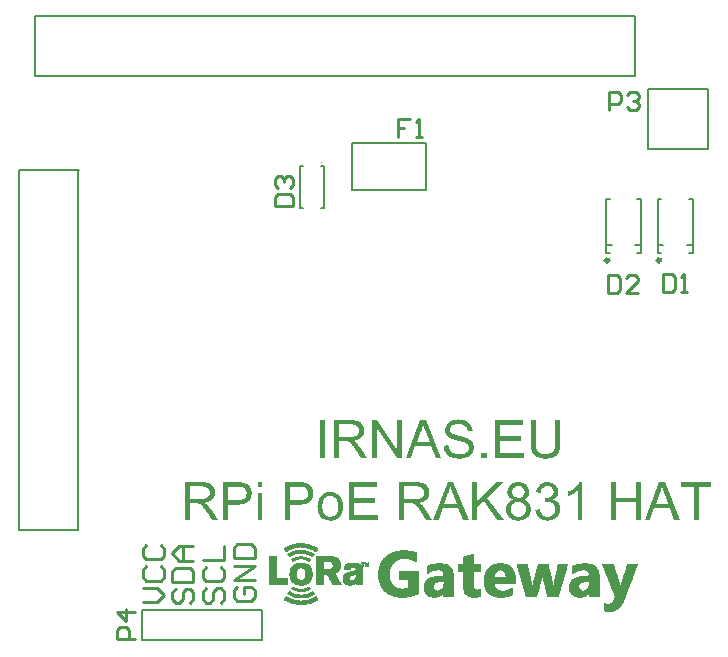
<source format=gto>
G04*
G04 #@! TF.GenerationSoftware,Altium Limited,Altium Designer,18.1.9 (240)*
G04*
G04 Layer_Color=65535*
%FSAX25Y25*%
%MOIN*%
G70*
G01*
G75*
%ADD10C,0.01181*%
%ADD11C,0.00394*%
%ADD12C,0.00100*%
%ADD13C,0.00100*%
%ADD14C,0.00787*%
%ADD15C,0.00984*%
%ADD16C,0.01000*%
G36*
X0254488Y0103359D02*
X0252940D01*
Y0105126D01*
X0254488D01*
Y0103359D01*
D02*
G37*
G36*
X0380626Y0092518D02*
X0378949D01*
Y0098458D01*
X0372427D01*
Y0092518D01*
X0370750Y0092518D01*
Y0105126D01*
X0372427Y0105126D01*
Y0099952D01*
X0378949D01*
Y0105126D01*
X0380626D01*
Y0092518D01*
D02*
G37*
G36*
X0349888Y0105163D02*
X0350125Y0105126D01*
X0350417Y0105071D01*
X0350745Y0104980D01*
X0351073Y0104871D01*
X0351401Y0104725D01*
X0351419D01*
X0351437Y0104707D01*
X0351546Y0104652D01*
X0351710Y0104543D01*
X0351893Y0104416D01*
X0352111Y0104233D01*
X0352330Y0104033D01*
X0352549Y0103796D01*
X0352731Y0103523D01*
X0352749Y0103486D01*
X0352804Y0103395D01*
X0352876Y0103231D01*
X0352968Y0103031D01*
X0353059Y0102794D01*
X0353132Y0102521D01*
X0353186Y0102211D01*
X0353204Y0101901D01*
Y0101865D01*
Y0101755D01*
X0353186Y0101610D01*
X0353150Y0101409D01*
X0353095Y0101172D01*
X0353004Y0100917D01*
X0352895Y0100662D01*
X0352749Y0100407D01*
X0352731Y0100371D01*
X0352676Y0100298D01*
X0352567Y0100170D01*
X0352421Y0100024D01*
X0352239Y0099861D01*
X0352020Y0099678D01*
X0351765Y0099514D01*
X0351455Y0099350D01*
X0351473D01*
X0351510Y0099332D01*
X0351565Y0099314D01*
X0351638Y0099296D01*
X0351838Y0099223D01*
X0352093Y0099114D01*
X0352384Y0098968D01*
X0352676Y0098786D01*
X0352949Y0098549D01*
X0353204Y0098275D01*
X0353223Y0098239D01*
X0353296Y0098130D01*
X0353405Y0097947D01*
X0353514Y0097711D01*
X0353624Y0097419D01*
X0353733Y0097073D01*
X0353806Y0096672D01*
X0353824Y0096235D01*
Y0096216D01*
Y0096162D01*
Y0096071D01*
X0353806Y0095961D01*
X0353787Y0095816D01*
X0353751Y0095652D01*
X0353715Y0095469D01*
X0353678Y0095269D01*
X0353532Y0094832D01*
X0353423Y0094595D01*
X0353314Y0094376D01*
X0353168Y0094139D01*
X0353004Y0093903D01*
X0352822Y0093666D01*
X0352603Y0093447D01*
X0352585Y0093429D01*
X0352549Y0093392D01*
X0352476Y0093338D01*
X0352384Y0093265D01*
X0352275Y0093174D01*
X0352130Y0093083D01*
X0351965Y0092973D01*
X0351765Y0092882D01*
X0351565Y0092773D01*
X0351328Y0092664D01*
X0351091Y0092572D01*
X0350818Y0092481D01*
X0350526Y0092409D01*
X0350216Y0092354D01*
X0349907Y0092317D01*
X0349560Y0092299D01*
X0349396D01*
X0349287Y0092317D01*
X0349141Y0092336D01*
X0348977Y0092354D01*
X0348795Y0092390D01*
X0348595Y0092427D01*
X0348158Y0092536D01*
X0347702Y0092718D01*
X0347465Y0092828D01*
X0347247Y0092955D01*
X0347028Y0093119D01*
X0346809Y0093283D01*
X0346791Y0093301D01*
X0346755Y0093338D01*
X0346700Y0093392D01*
X0346645Y0093465D01*
X0346554Y0093556D01*
X0346463Y0093684D01*
X0346354Y0093812D01*
X0346244Y0093976D01*
X0346135Y0094158D01*
X0346026Y0094340D01*
X0345825Y0094777D01*
X0345661Y0095287D01*
X0345607Y0095561D01*
X0345570Y0095852D01*
X0347119Y0096052D01*
Y0096034D01*
X0347137Y0095998D01*
X0347155Y0095925D01*
X0347174Y0095834D01*
X0347192Y0095725D01*
X0347228Y0095597D01*
X0347319Y0095324D01*
X0347447Y0094996D01*
X0347611Y0094686D01*
X0347793Y0094394D01*
X0348012Y0094139D01*
X0348048Y0094121D01*
X0348121Y0094048D01*
X0348267Y0093957D01*
X0348449Y0093866D01*
X0348668Y0093757D01*
X0348941Y0093666D01*
X0349251Y0093593D01*
X0349579Y0093575D01*
X0349688D01*
X0349761Y0093593D01*
X0349961Y0093611D01*
X0350216Y0093666D01*
X0350508Y0093757D01*
X0350818Y0093884D01*
X0351127Y0094067D01*
X0351419Y0094322D01*
X0351455Y0094358D01*
X0351546Y0094467D01*
X0351656Y0094631D01*
X0351801Y0094850D01*
X0351947Y0095123D01*
X0352057Y0095433D01*
X0352148Y0095797D01*
X0352184Y0096198D01*
Y0096216D01*
Y0096253D01*
Y0096308D01*
X0352166Y0096381D01*
X0352148Y0096581D01*
X0352093Y0096818D01*
X0352020Y0097109D01*
X0351893Y0097401D01*
X0351710Y0097692D01*
X0351473Y0097966D01*
X0351437Y0098002D01*
X0351346Y0098075D01*
X0351200Y0098184D01*
X0351000Y0098312D01*
X0350745Y0098439D01*
X0350435Y0098549D01*
X0350089Y0098622D01*
X0349706Y0098658D01*
X0349542D01*
X0349415Y0098640D01*
X0349251Y0098622D01*
X0349068Y0098585D01*
X0348850Y0098549D01*
X0348613Y0098494D01*
X0348795Y0099861D01*
X0348886D01*
X0348959Y0099842D01*
X0349196D01*
X0349396Y0099879D01*
X0349633Y0099915D01*
X0349907Y0099970D01*
X0350216Y0100061D01*
X0350508Y0100189D01*
X0350818Y0100353D01*
X0350836D01*
X0350854Y0100371D01*
X0350945Y0100444D01*
X0351073Y0100571D01*
X0351219Y0100735D01*
X0351364Y0100972D01*
X0351492Y0101245D01*
X0351583Y0101555D01*
X0351619Y0101737D01*
Y0101938D01*
Y0101956D01*
Y0101974D01*
Y0102083D01*
X0351583Y0102229D01*
X0351546Y0102429D01*
X0351473Y0102648D01*
X0351382Y0102885D01*
X0351237Y0103122D01*
X0351036Y0103341D01*
X0351018Y0103359D01*
X0350927Y0103432D01*
X0350799Y0103523D01*
X0350635Y0103632D01*
X0350417Y0103723D01*
X0350162Y0103814D01*
X0349870Y0103887D01*
X0349542Y0103905D01*
X0349396D01*
X0349233Y0103869D01*
X0349014Y0103832D01*
X0348777Y0103760D01*
X0348540Y0103668D01*
X0348285Y0103523D01*
X0348048Y0103341D01*
X0348030Y0103322D01*
X0347957Y0103231D01*
X0347848Y0103104D01*
X0347720Y0102921D01*
X0347593Y0102685D01*
X0347465Y0102393D01*
X0347356Y0102047D01*
X0347283Y0101646D01*
X0345734Y0101919D01*
Y0101938D01*
X0345753Y0101992D01*
X0345771Y0102065D01*
X0345789Y0102174D01*
X0345825Y0102302D01*
X0345880Y0102448D01*
X0345989Y0102794D01*
X0346171Y0103195D01*
X0346390Y0103596D01*
X0346663Y0103978D01*
X0347010Y0104324D01*
X0347028Y0104343D01*
X0347064Y0104361D01*
X0347119Y0104397D01*
X0347192Y0104452D01*
X0347283Y0104525D01*
X0347410Y0104598D01*
X0347538Y0104671D01*
X0347702Y0104762D01*
X0348066Y0104908D01*
X0348485Y0105053D01*
X0348977Y0105144D01*
X0349233Y0105181D01*
X0349688D01*
X0349888Y0105163D01*
D02*
G37*
G36*
X0329464Y0100006D02*
X0334984Y0092518D01*
X0332780D01*
X0328298Y0098877D01*
X0326239Y0096891D01*
Y0092518D01*
X0324563D01*
Y0105126D01*
X0326239D01*
Y0098858D01*
X0332470Y0105126D01*
X0334748D01*
X0329464Y0100006D01*
D02*
G37*
G36*
X0404202Y0103632D02*
X0400048D01*
Y0092518D01*
X0398372D01*
Y0103632D01*
X0394218D01*
Y0105126D01*
X0404202D01*
Y0103632D01*
D02*
G37*
G36*
X0393817Y0092518D02*
X0391922D01*
X0390446Y0096344D01*
X0385162D01*
X0383796Y0092518D01*
X0382029D01*
X0386839Y0105126D01*
X0388661D01*
X0393817Y0092518D01*
D02*
G37*
G36*
X0361185Y0092518D02*
X0359636D01*
Y0102375D01*
X0359618Y0102357D01*
X0359527Y0102284D01*
X0359418Y0102174D01*
X0359235Y0102047D01*
X0359035Y0101883D01*
X0358780Y0101701D01*
X0358488Y0101500D01*
X0358160Y0101300D01*
X0358142D01*
X0358124Y0101282D01*
X0358014Y0101209D01*
X0357832Y0101118D01*
X0357614Y0101008D01*
X0357359Y0100881D01*
X0357085Y0100753D01*
X0356812Y0100626D01*
X0356539Y0100516D01*
Y0102011D01*
X0356557D01*
X0356593Y0102047D01*
X0356666Y0102065D01*
X0356757Y0102120D01*
X0356867Y0102174D01*
X0356994Y0102247D01*
X0357304Y0102429D01*
X0357668Y0102630D01*
X0358033Y0102885D01*
X0358415Y0103177D01*
X0358798Y0103486D01*
X0358816Y0103505D01*
X0358834Y0103523D01*
X0358889Y0103577D01*
X0358962Y0103632D01*
X0359126Y0103814D01*
X0359345Y0104033D01*
X0359563Y0104288D01*
X0359800Y0104579D01*
X0360000Y0104871D01*
X0360183Y0105181D01*
X0361185D01*
Y0092518D01*
D02*
G37*
G36*
X0323287D02*
X0321392D01*
X0319917Y0096344D01*
X0314633D01*
X0313266Y0092518D01*
X0311499D01*
X0316309Y0105126D01*
X0318131D01*
X0323287Y0092518D01*
D02*
G37*
G36*
X0306179Y0105108D02*
X0306343D01*
X0306725Y0105090D01*
X0307126Y0105035D01*
X0307563Y0104980D01*
X0307964Y0104889D01*
X0308165Y0104835D01*
X0308329Y0104780D01*
X0308347D01*
X0308365Y0104762D01*
X0308474Y0104707D01*
X0308638Y0104634D01*
X0308839Y0104507D01*
X0309057Y0104343D01*
X0309294Y0104124D01*
X0309513Y0103869D01*
X0309732Y0103577D01*
Y0103559D01*
X0309750Y0103541D01*
X0309823Y0103432D01*
X0309895Y0103249D01*
X0310005Y0103013D01*
X0310096Y0102739D01*
X0310187Y0102411D01*
X0310242Y0102065D01*
X0310260Y0101682D01*
Y0101664D01*
Y0101628D01*
Y0101555D01*
X0310242Y0101464D01*
Y0101336D01*
X0310224Y0101209D01*
X0310151Y0100899D01*
X0310041Y0100535D01*
X0309895Y0100152D01*
X0309677Y0099769D01*
X0309531Y0099587D01*
X0309385Y0099405D01*
X0309367Y0099387D01*
X0309349Y0099369D01*
X0309294Y0099314D01*
X0309221Y0099259D01*
X0309130Y0099186D01*
X0309021Y0099114D01*
X0308875Y0099022D01*
X0308729Y0098913D01*
X0308547Y0098822D01*
X0308347Y0098731D01*
X0308128Y0098622D01*
X0307891Y0098531D01*
X0307618Y0098458D01*
X0307345Y0098366D01*
X0307035Y0098312D01*
X0306707Y0098257D01*
X0306743Y0098239D01*
X0306816Y0098203D01*
X0306926Y0098130D01*
X0307071Y0098057D01*
X0307399Y0097856D01*
X0307563Y0097729D01*
X0307709Y0097619D01*
X0307746Y0097583D01*
X0307837Y0097492D01*
X0307982Y0097346D01*
X0308165Y0097164D01*
X0308365Y0096909D01*
X0308602Y0096636D01*
X0308839Y0096308D01*
X0309094Y0095943D01*
X0311262Y0092518D01*
X0309185D01*
X0307527Y0095142D01*
Y0095160D01*
X0307490Y0095196D01*
X0307454Y0095251D01*
X0307399Y0095324D01*
X0307272Y0095524D01*
X0307108Y0095779D01*
X0306907Y0096052D01*
X0306707Y0096344D01*
X0306507Y0096617D01*
X0306324Y0096872D01*
X0306306Y0096891D01*
X0306252Y0096964D01*
X0306160Y0097073D01*
X0306033Y0097200D01*
X0305760Y0097474D01*
X0305614Y0097601D01*
X0305468Y0097711D01*
X0305450Y0097729D01*
X0305413Y0097747D01*
X0305341Y0097783D01*
X0305231Y0097838D01*
X0305122Y0097893D01*
X0304994Y0097947D01*
X0304703Y0098039D01*
X0304685D01*
X0304648Y0098057D01*
X0304575D01*
X0304484Y0098075D01*
X0304357Y0098093D01*
X0304211D01*
X0304010Y0098111D01*
X0301860D01*
Y0092518D01*
X0300184D01*
Y0105126D01*
X0306033D01*
X0306179Y0105108D01*
D02*
G37*
G36*
X0292659Y0103632D02*
X0285207D01*
Y0099788D01*
X0292186D01*
Y0098294D01*
X0285207D01*
Y0094012D01*
X0292951D01*
Y0092518D01*
X0283531D01*
Y0105126D01*
X0292659D01*
Y0103632D01*
D02*
G37*
G36*
X0267407Y0105108D02*
X0267716Y0105090D01*
X0268044Y0105071D01*
X0268354Y0105035D01*
X0268627Y0104999D01*
X0268664D01*
X0268791Y0104962D01*
X0268955Y0104926D01*
X0269174Y0104871D01*
X0269411Y0104780D01*
X0269666Y0104671D01*
X0269939Y0104543D01*
X0270176Y0104397D01*
X0270212Y0104379D01*
X0270285Y0104324D01*
X0270394Y0104215D01*
X0270540Y0104088D01*
X0270704Y0103924D01*
X0270868Y0103705D01*
X0271051Y0103468D01*
X0271196Y0103195D01*
X0271214Y0103158D01*
X0271251Y0103067D01*
X0271324Y0102903D01*
X0271397Y0102685D01*
X0271451Y0102429D01*
X0271524Y0102138D01*
X0271561Y0101810D01*
X0271579Y0101464D01*
Y0101446D01*
Y0101391D01*
Y0101318D01*
X0271561Y0101191D01*
X0271542Y0101063D01*
X0271524Y0100899D01*
X0271488Y0100717D01*
X0271451Y0100516D01*
X0271324Y0100097D01*
X0271251Y0099879D01*
X0271142Y0099642D01*
X0271014Y0099405D01*
X0270886Y0099186D01*
X0270723Y0098968D01*
X0270540Y0098749D01*
X0270522Y0098731D01*
X0270486Y0098694D01*
X0270431Y0098640D01*
X0270340Y0098585D01*
X0270231Y0098494D01*
X0270085Y0098403D01*
X0269903Y0098294D01*
X0269702Y0098203D01*
X0269465Y0098093D01*
X0269192Y0097984D01*
X0268900Y0097893D01*
X0268554Y0097820D01*
X0268190Y0097747D01*
X0267789Y0097692D01*
X0267334Y0097656D01*
X0266860Y0097638D01*
X0263635D01*
Y0092518D01*
X0261959D01*
Y0105126D01*
X0267133D01*
X0267407Y0105108D01*
D02*
G37*
G36*
X0254488Y0092518D02*
X0252940D01*
Y0101664D01*
X0254488D01*
Y0092518D01*
D02*
G37*
G36*
X0246836Y0105108D02*
X0247146Y0105090D01*
X0247474Y0105071D01*
X0247783Y0105035D01*
X0248057Y0104999D01*
X0248093D01*
X0248221Y0104962D01*
X0248385Y0104926D01*
X0248603Y0104871D01*
X0248840Y0104780D01*
X0249095Y0104671D01*
X0249369Y0104543D01*
X0249605Y0104397D01*
X0249642Y0104379D01*
X0249715Y0104324D01*
X0249824Y0104215D01*
X0249970Y0104088D01*
X0250134Y0103924D01*
X0250298Y0103705D01*
X0250480Y0103468D01*
X0250626Y0103195D01*
X0250644Y0103158D01*
X0250680Y0103067D01*
X0250753Y0102903D01*
X0250826Y0102685D01*
X0250881Y0102429D01*
X0250954Y0102138D01*
X0250990Y0101810D01*
X0251009Y0101464D01*
Y0101446D01*
Y0101391D01*
Y0101318D01*
X0250990Y0101191D01*
X0250972Y0101063D01*
X0250954Y0100899D01*
X0250917Y0100717D01*
X0250881Y0100516D01*
X0250753Y0100097D01*
X0250680Y0099879D01*
X0250571Y0099642D01*
X0250444Y0099405D01*
X0250316Y0099186D01*
X0250152Y0098968D01*
X0249970Y0098749D01*
X0249952Y0098731D01*
X0249915Y0098694D01*
X0249861Y0098640D01*
X0249769Y0098585D01*
X0249660Y0098494D01*
X0249514Y0098403D01*
X0249332Y0098294D01*
X0249132Y0098203D01*
X0248895Y0098093D01*
X0248622Y0097984D01*
X0248330Y0097893D01*
X0247984Y0097820D01*
X0247620Y0097747D01*
X0247219Y0097692D01*
X0246763Y0097656D01*
X0246289Y0097638D01*
X0243065D01*
Y0092518D01*
X0241388D01*
Y0105126D01*
X0246563D01*
X0246836Y0105108D01*
D02*
G37*
G36*
X0234683D02*
X0234847D01*
X0235230Y0105090D01*
X0235631Y0105035D01*
X0236068Y0104980D01*
X0236469Y0104889D01*
X0236669Y0104835D01*
X0236833Y0104780D01*
X0236852D01*
X0236870Y0104762D01*
X0236979Y0104707D01*
X0237143Y0104634D01*
X0237344Y0104507D01*
X0237562Y0104343D01*
X0237799Y0104124D01*
X0238018Y0103869D01*
X0238236Y0103577D01*
Y0103559D01*
X0238254Y0103541D01*
X0238327Y0103432D01*
X0238400Y0103249D01*
X0238509Y0103013D01*
X0238601Y0102739D01*
X0238692Y0102411D01*
X0238746Y0102065D01*
X0238765Y0101682D01*
Y0101664D01*
Y0101628D01*
Y0101555D01*
X0238746Y0101464D01*
Y0101336D01*
X0238728Y0101209D01*
X0238655Y0100899D01*
X0238546Y0100535D01*
X0238400Y0100152D01*
X0238182Y0099769D01*
X0238036Y0099587D01*
X0237890Y0099405D01*
X0237872Y0099387D01*
X0237854Y0099369D01*
X0237799Y0099314D01*
X0237726Y0099259D01*
X0237635Y0099186D01*
X0237526Y0099114D01*
X0237380Y0099022D01*
X0237234Y0098913D01*
X0237052Y0098822D01*
X0236852Y0098731D01*
X0236633Y0098622D01*
X0236396Y0098530D01*
X0236123Y0098458D01*
X0235849Y0098366D01*
X0235540Y0098312D01*
X0235212Y0098257D01*
X0235248Y0098239D01*
X0235321Y0098203D01*
X0235430Y0098130D01*
X0235576Y0098057D01*
X0235904Y0097856D01*
X0236068Y0097729D01*
X0236214Y0097619D01*
X0236250Y0097583D01*
X0236341Y0097492D01*
X0236487Y0097346D01*
X0236669Y0097164D01*
X0236870Y0096909D01*
X0237107Y0096636D01*
X0237344Y0096308D01*
X0237598Y0095943D01*
X0239767Y0092518D01*
X0237690D01*
X0236032Y0095142D01*
Y0095160D01*
X0235995Y0095196D01*
X0235959Y0095251D01*
X0235904Y0095324D01*
X0235776Y0095524D01*
X0235613Y0095779D01*
X0235412Y0096052D01*
X0235212Y0096344D01*
X0235011Y0096617D01*
X0234829Y0096872D01*
X0234811Y0096891D01*
X0234756Y0096964D01*
X0234665Y0097073D01*
X0234538Y0097200D01*
X0234264Y0097474D01*
X0234119Y0097601D01*
X0233973Y0097711D01*
X0233955Y0097729D01*
X0233918Y0097747D01*
X0233845Y0097783D01*
X0233736Y0097838D01*
X0233627Y0097893D01*
X0233499Y0097947D01*
X0233208Y0098039D01*
X0233189D01*
X0233153Y0098057D01*
X0233080D01*
X0232989Y0098075D01*
X0232861Y0098093D01*
X0232716D01*
X0232515Y0098111D01*
X0230365D01*
Y0092518D01*
X0228689D01*
Y0105126D01*
X0234538D01*
X0234683Y0105108D01*
D02*
G37*
G36*
X0277519Y0101847D02*
X0277682Y0101828D01*
X0277865Y0101792D01*
X0278065Y0101755D01*
X0278302Y0101719D01*
X0278794Y0101555D01*
X0279049Y0101464D01*
X0279304Y0101336D01*
X0279559Y0101209D01*
X0279814Y0101027D01*
X0280051Y0100844D01*
X0280288Y0100626D01*
X0280306Y0100608D01*
X0280343Y0100571D01*
X0280397Y0100498D01*
X0280470Y0100407D01*
X0280561Y0100280D01*
X0280671Y0100116D01*
X0280780Y0099933D01*
X0280889Y0099733D01*
X0280999Y0099514D01*
X0281108Y0099241D01*
X0281217Y0098968D01*
X0281308Y0098658D01*
X0281381Y0098330D01*
X0281436Y0097984D01*
X0281472Y0097619D01*
X0281490Y0097219D01*
Y0097200D01*
Y0097146D01*
Y0097055D01*
Y0096927D01*
X0281472Y0096781D01*
X0281454Y0096599D01*
Y0096417D01*
X0281418Y0096216D01*
X0281363Y0095761D01*
X0281254Y0095306D01*
X0281126Y0094850D01*
X0280944Y0094431D01*
Y0094413D01*
X0280926Y0094394D01*
X0280889Y0094340D01*
X0280853Y0094267D01*
X0280725Y0094085D01*
X0280561Y0093866D01*
X0280343Y0093611D01*
X0280069Y0093356D01*
X0279760Y0093101D01*
X0279395Y0092864D01*
X0279377D01*
X0279359Y0092846D01*
X0279304Y0092809D01*
X0279213Y0092773D01*
X0279122Y0092737D01*
X0279013Y0092700D01*
X0278739Y0092591D01*
X0278430Y0092500D01*
X0278047Y0092409D01*
X0277646Y0092336D01*
X0277209Y0092317D01*
X0277027D01*
X0276881Y0092336D01*
X0276717Y0092354D01*
X0276535Y0092390D01*
X0276316Y0092427D01*
X0276097Y0092463D01*
X0275606Y0092609D01*
X0275332Y0092718D01*
X0275077Y0092828D01*
X0274822Y0092973D01*
X0274567Y0093137D01*
X0274330Y0093319D01*
X0274093Y0093538D01*
X0274075Y0093556D01*
X0274039Y0093593D01*
X0273984Y0093666D01*
X0273911Y0093775D01*
X0273820Y0093903D01*
X0273729Y0094048D01*
X0273620Y0094231D01*
X0273510Y0094449D01*
X0273401Y0094686D01*
X0273291Y0094959D01*
X0273200Y0095251D01*
X0273109Y0095561D01*
X0273037Y0095907D01*
X0272982Y0096271D01*
X0272945Y0096672D01*
X0272927Y0097091D01*
Y0097127D01*
Y0097200D01*
X0272945Y0097328D01*
Y0097510D01*
X0272964Y0097711D01*
X0273000Y0097966D01*
X0273037Y0098221D01*
X0273109Y0098512D01*
X0273182Y0098804D01*
X0273273Y0099114D01*
X0273383Y0099441D01*
X0273528Y0099751D01*
X0273674Y0100043D01*
X0273875Y0100334D01*
X0274075Y0100608D01*
X0274330Y0100844D01*
X0274348Y0100863D01*
X0274385Y0100881D01*
X0274458Y0100935D01*
X0274549Y0101008D01*
X0274658Y0101081D01*
X0274804Y0101172D01*
X0274950Y0101263D01*
X0275132Y0101355D01*
X0275332Y0101446D01*
X0275551Y0101537D01*
X0276043Y0101701D01*
X0276608Y0101828D01*
X0276899Y0101847D01*
X0277209Y0101865D01*
X0277391D01*
X0277519Y0101847D01*
D02*
G37*
G36*
X0340123Y0105163D02*
X0340268Y0105144D01*
X0340432Y0105126D01*
X0340614Y0105108D01*
X0340797Y0105053D01*
X0341234Y0104944D01*
X0341671Y0104780D01*
X0341890Y0104671D01*
X0342108Y0104543D01*
X0342309Y0104379D01*
X0342509Y0104215D01*
X0342528Y0104197D01*
X0342546Y0104179D01*
X0342600Y0104124D01*
X0342673Y0104051D01*
X0342746Y0103942D01*
X0342837Y0103832D01*
X0343020Y0103559D01*
X0343202Y0103213D01*
X0343366Y0102812D01*
X0343493Y0102357D01*
X0343511Y0102120D01*
X0343530Y0101865D01*
Y0101847D01*
Y0101828D01*
Y0101719D01*
X0343511Y0101555D01*
X0343475Y0101355D01*
X0343420Y0101100D01*
X0343329Y0100844D01*
X0343220Y0100589D01*
X0343056Y0100334D01*
X0343038Y0100298D01*
X0342965Y0100225D01*
X0342856Y0100116D01*
X0342710Y0099970D01*
X0342509Y0099806D01*
X0342272Y0099642D01*
X0341999Y0099478D01*
X0341671Y0099332D01*
X0341689D01*
X0341726Y0099314D01*
X0341780Y0099296D01*
X0341853Y0099259D01*
X0342072Y0099168D01*
X0342327Y0099041D01*
X0342600Y0098858D01*
X0342892Y0098658D01*
X0343165Y0098403D01*
X0343420Y0098111D01*
Y0098093D01*
X0343439Y0098075D01*
X0343511Y0097966D01*
X0343621Y0097783D01*
X0343730Y0097547D01*
X0343839Y0097255D01*
X0343949Y0096909D01*
X0344022Y0096526D01*
X0344040Y0096107D01*
Y0096089D01*
Y0096034D01*
Y0095943D01*
X0344022Y0095834D01*
X0344003Y0095706D01*
X0343985Y0095542D01*
X0343949Y0095360D01*
X0343894Y0095160D01*
X0343766Y0094741D01*
X0343675Y0094504D01*
X0343548Y0094285D01*
X0343420Y0094048D01*
X0343274Y0093830D01*
X0343092Y0093611D01*
X0342892Y0093392D01*
X0342874Y0093374D01*
X0342837Y0093338D01*
X0342783Y0093283D01*
X0342691Y0093228D01*
X0342564Y0093137D01*
X0342436Y0093046D01*
X0342272Y0092955D01*
X0342090Y0092846D01*
X0341890Y0092737D01*
X0341653Y0092645D01*
X0341398Y0092554D01*
X0341143Y0092463D01*
X0340851Y0092409D01*
X0340542Y0092354D01*
X0340232Y0092317D01*
X0339886Y0092299D01*
X0339703D01*
X0339576Y0092317D01*
X0339412Y0092336D01*
X0339230Y0092354D01*
X0339029Y0092390D01*
X0338811Y0092445D01*
X0338319Y0092572D01*
X0338064Y0092664D01*
X0337827Y0092755D01*
X0337572Y0092882D01*
X0337317Y0093028D01*
X0337080Y0093192D01*
X0336861Y0093392D01*
X0336843Y0093411D01*
X0336806Y0093447D01*
X0336752Y0093502D01*
X0336679Y0093593D01*
X0336606Y0093702D01*
X0336497Y0093830D01*
X0336406Y0093976D01*
X0336296Y0094158D01*
X0336187Y0094340D01*
X0336096Y0094559D01*
X0335914Y0095014D01*
X0335841Y0095287D01*
X0335786Y0095561D01*
X0335750Y0095852D01*
X0335732Y0096144D01*
Y0096162D01*
Y0096198D01*
Y0096271D01*
X0335750Y0096344D01*
Y0096453D01*
X0335768Y0096581D01*
X0335804Y0096873D01*
X0335877Y0097200D01*
X0335986Y0097528D01*
X0336151Y0097874D01*
X0336351Y0098203D01*
Y0098221D01*
X0336387Y0098239D01*
X0336460Y0098330D01*
X0336606Y0098476D01*
X0336806Y0098658D01*
X0337062Y0098840D01*
X0337371Y0099041D01*
X0337718Y0099205D01*
X0338137Y0099332D01*
X0338118D01*
X0338100Y0099350D01*
X0338045Y0099369D01*
X0337972Y0099405D01*
X0337809Y0099478D01*
X0337590Y0099587D01*
X0337353Y0099733D01*
X0337116Y0099915D01*
X0336898Y0100116D01*
X0336697Y0100334D01*
X0336679Y0100371D01*
X0336624Y0100444D01*
X0336551Y0100589D01*
X0336478Y0100771D01*
X0336387Y0101008D01*
X0336315Y0101282D01*
X0336260Y0101591D01*
X0336242Y0101919D01*
Y0101938D01*
Y0101974D01*
Y0102047D01*
X0336260Y0102156D01*
X0336278Y0102266D01*
X0336296Y0102411D01*
X0336369Y0102721D01*
X0336478Y0103085D01*
X0336661Y0103468D01*
X0336770Y0103668D01*
X0336898Y0103869D01*
X0337062Y0104051D01*
X0337226Y0104233D01*
X0337244Y0104252D01*
X0337280Y0104270D01*
X0337335Y0104324D01*
X0337408Y0104379D01*
X0337499Y0104452D01*
X0337626Y0104525D01*
X0337772Y0104616D01*
X0337918Y0104707D01*
X0338100Y0104798D01*
X0338300Y0104889D01*
X0338519Y0104962D01*
X0338756Y0105035D01*
X0339266Y0105144D01*
X0339558Y0105163D01*
X0339849Y0105181D01*
X0340013D01*
X0340123Y0105163D01*
D02*
G37*
G36*
X0320283Y0125996D02*
X0320411D01*
X0320757Y0125959D01*
X0321140Y0125905D01*
X0321540Y0125814D01*
X0321978Y0125704D01*
X0322379Y0125558D01*
X0322397D01*
X0322433Y0125540D01*
X0322488Y0125504D01*
X0322561Y0125467D01*
X0322743Y0125376D01*
X0322980Y0125212D01*
X0323253Y0125030D01*
X0323527Y0124793D01*
X0323782Y0124520D01*
X0324019Y0124210D01*
Y0124192D01*
X0324037Y0124174D01*
X0324073Y0124119D01*
X0324110Y0124065D01*
X0324201Y0123882D01*
X0324310Y0123645D01*
X0324437Y0123354D01*
X0324529Y0123008D01*
X0324620Y0122643D01*
X0324656Y0122242D01*
X0323053Y0122115D01*
Y0122133D01*
Y0122170D01*
X0323035Y0122224D01*
X0323016Y0122315D01*
X0322962Y0122516D01*
X0322889Y0122789D01*
X0322779Y0123081D01*
X0322616Y0123372D01*
X0322415Y0123645D01*
X0322160Y0123900D01*
X0322124Y0123919D01*
X0322032Y0123992D01*
X0321850Y0124101D01*
X0321613Y0124210D01*
X0321304Y0124320D01*
X0320939Y0124429D01*
X0320484Y0124502D01*
X0319974Y0124520D01*
X0319719D01*
X0319609Y0124502D01*
X0319463Y0124484D01*
X0319135Y0124447D01*
X0318771Y0124374D01*
X0318407Y0124283D01*
X0318060Y0124137D01*
X0317915Y0124046D01*
X0317769Y0123955D01*
X0317733Y0123937D01*
X0317660Y0123864D01*
X0317550Y0123737D01*
X0317441Y0123591D01*
X0317314Y0123390D01*
X0317204Y0123172D01*
X0317131Y0122917D01*
X0317095Y0122625D01*
Y0122589D01*
Y0122516D01*
X0317113Y0122388D01*
X0317149Y0122242D01*
X0317204Y0122060D01*
X0317295Y0121878D01*
X0317405Y0121696D01*
X0317569Y0121514D01*
X0317587Y0121495D01*
X0317678Y0121441D01*
X0317751Y0121386D01*
X0317824Y0121350D01*
X0317933Y0121295D01*
X0318060Y0121222D01*
X0318225Y0121168D01*
X0318407Y0121095D01*
X0318607Y0121022D01*
X0318844Y0120931D01*
X0319099Y0120858D01*
X0319391Y0120767D01*
X0319719Y0120694D01*
X0320083Y0120603D01*
X0320101D01*
X0320174Y0120584D01*
X0320283Y0120566D01*
X0320411Y0120530D01*
X0320575Y0120493D01*
X0320775Y0120439D01*
X0320976Y0120384D01*
X0321194Y0120329D01*
X0321668Y0120202D01*
X0322124Y0120074D01*
X0322342Y0120001D01*
X0322543Y0119929D01*
X0322725Y0119874D01*
X0322871Y0119801D01*
X0322889D01*
X0322925Y0119783D01*
X0322980Y0119746D01*
X0323053Y0119710D01*
X0323253Y0119601D01*
X0323490Y0119455D01*
X0323763Y0119254D01*
X0324037Y0119036D01*
X0324292Y0118781D01*
X0324510Y0118507D01*
X0324529Y0118471D01*
X0324602Y0118380D01*
X0324674Y0118216D01*
X0324784Y0117997D01*
X0324875Y0117742D01*
X0324966Y0117432D01*
X0325021Y0117086D01*
X0325039Y0116722D01*
Y0116704D01*
Y0116685D01*
Y0116631D01*
Y0116558D01*
X0325002Y0116357D01*
X0324966Y0116102D01*
X0324893Y0115811D01*
X0324802Y0115501D01*
X0324656Y0115173D01*
X0324456Y0114827D01*
Y0114809D01*
X0324437Y0114790D01*
X0324346Y0114681D01*
X0324219Y0114517D01*
X0324037Y0114335D01*
X0323800Y0114116D01*
X0323508Y0113880D01*
X0323180Y0113661D01*
X0322798Y0113460D01*
X0322779D01*
X0322743Y0113442D01*
X0322688Y0113424D01*
X0322616Y0113388D01*
X0322506Y0113351D01*
X0322379Y0113296D01*
X0322087Y0113224D01*
X0321741Y0113133D01*
X0321322Y0113041D01*
X0320866Y0112987D01*
X0320374Y0112969D01*
X0320083D01*
X0319937Y0112987D01*
X0319773D01*
X0319591Y0113005D01*
X0319372Y0113023D01*
X0318917Y0113096D01*
X0318443Y0113169D01*
X0317969Y0113296D01*
X0317514Y0113460D01*
X0317496D01*
X0317459Y0113479D01*
X0317405Y0113515D01*
X0317332Y0113551D01*
X0317113Y0113661D01*
X0316858Y0113825D01*
X0316566Y0114043D01*
X0316257Y0114299D01*
X0315965Y0114608D01*
X0315692Y0114954D01*
Y0114973D01*
X0315655Y0115009D01*
X0315637Y0115064D01*
X0315583Y0115137D01*
X0315546Y0115228D01*
X0315492Y0115337D01*
X0315364Y0115610D01*
X0315236Y0115957D01*
X0315127Y0116339D01*
X0315054Y0116777D01*
X0315018Y0117232D01*
X0316585Y0117378D01*
Y0117359D01*
Y0117341D01*
X0316603Y0117287D01*
Y0117214D01*
X0316639Y0117050D01*
X0316694Y0116813D01*
X0316767Y0116576D01*
X0316840Y0116303D01*
X0316967Y0116048D01*
X0317095Y0115811D01*
X0317113Y0115793D01*
X0317168Y0115720D01*
X0317259Y0115592D01*
X0317405Y0115465D01*
X0317587Y0115301D01*
X0317787Y0115137D01*
X0318060Y0114973D01*
X0318352Y0114827D01*
X0318370D01*
X0318389Y0114809D01*
X0318443Y0114790D01*
X0318498Y0114772D01*
X0318680Y0114718D01*
X0318917Y0114645D01*
X0319208Y0114572D01*
X0319536Y0114517D01*
X0319901Y0114481D01*
X0320302Y0114463D01*
X0320466D01*
X0320648Y0114481D01*
X0320866Y0114499D01*
X0321122Y0114535D01*
X0321413Y0114572D01*
X0321705Y0114645D01*
X0321978Y0114736D01*
X0322014Y0114754D01*
X0322105Y0114790D01*
X0322233Y0114863D01*
X0322397Y0114936D01*
X0322561Y0115064D01*
X0322743Y0115191D01*
X0322925Y0115337D01*
X0323071Y0115519D01*
X0323089Y0115538D01*
X0323126Y0115610D01*
X0323180Y0115701D01*
X0323253Y0115847D01*
X0323326Y0115993D01*
X0323381Y0116175D01*
X0323417Y0116376D01*
X0323435Y0116594D01*
Y0116613D01*
Y0116704D01*
X0323417Y0116813D01*
X0323399Y0116959D01*
X0323344Y0117104D01*
X0323290Y0117287D01*
X0323199Y0117469D01*
X0323071Y0117633D01*
X0323053Y0117651D01*
X0322998Y0117706D01*
X0322925Y0117779D01*
X0322798Y0117888D01*
X0322652Y0117997D01*
X0322451Y0118125D01*
X0322215Y0118252D01*
X0321941Y0118362D01*
X0321923Y0118380D01*
X0321832Y0118398D01*
X0321686Y0118453D01*
X0321595Y0118471D01*
X0321468Y0118507D01*
X0321340Y0118562D01*
X0321176Y0118598D01*
X0320994Y0118653D01*
X0320775Y0118708D01*
X0320557Y0118763D01*
X0320302Y0118835D01*
X0320010Y0118908D01*
X0319700Y0118981D01*
X0319682D01*
X0319627Y0118999D01*
X0319536Y0119018D01*
X0319427Y0119054D01*
X0319281Y0119090D01*
X0319117Y0119127D01*
X0318753Y0119236D01*
X0318352Y0119364D01*
X0317933Y0119491D01*
X0317569Y0119619D01*
X0317405Y0119692D01*
X0317259Y0119765D01*
X0317241D01*
X0317222Y0119783D01*
X0317113Y0119856D01*
X0316949Y0119947D01*
X0316767Y0120092D01*
X0316548Y0120256D01*
X0316330Y0120457D01*
X0316111Y0120694D01*
X0315929Y0120949D01*
X0315911Y0120985D01*
X0315856Y0121076D01*
X0315783Y0121222D01*
X0315710Y0121404D01*
X0315637Y0121641D01*
X0315564Y0121915D01*
X0315510Y0122206D01*
X0315492Y0122516D01*
Y0122534D01*
Y0122552D01*
Y0122607D01*
Y0122680D01*
X0315528Y0122862D01*
X0315564Y0123099D01*
X0315619Y0123372D01*
X0315710Y0123682D01*
X0315838Y0123992D01*
X0316020Y0124301D01*
Y0124320D01*
X0316038Y0124338D01*
X0316129Y0124447D01*
X0316257Y0124593D01*
X0316421Y0124775D01*
X0316639Y0124976D01*
X0316913Y0125194D01*
X0317241Y0125395D01*
X0317605Y0125577D01*
X0317623D01*
X0317660Y0125595D01*
X0317714Y0125613D01*
X0317787Y0125650D01*
X0317878Y0125686D01*
X0318006Y0125723D01*
X0318279Y0125795D01*
X0318625Y0125868D01*
X0319026Y0125941D01*
X0319445Y0125996D01*
X0319919Y0126014D01*
X0320156D01*
X0320283Y0125996D01*
D02*
G37*
G36*
X0301025Y0113187D02*
X0299294D01*
X0292698Y0123081D01*
Y0113187D01*
X0291095D01*
Y0125795D01*
X0292808D01*
X0299422Y0115884D01*
Y0125795D01*
X0301025D01*
Y0113187D01*
D02*
G37*
G36*
X0353918Y0118507D02*
Y0118489D01*
Y0118416D01*
Y0118325D01*
Y0118198D01*
X0353899Y0118034D01*
Y0117851D01*
X0353881Y0117633D01*
X0353863Y0117414D01*
X0353808Y0116922D01*
X0353735Y0116412D01*
X0353626Y0115920D01*
X0353553Y0115683D01*
X0353480Y0115465D01*
Y0115446D01*
X0353462Y0115410D01*
X0353426Y0115355D01*
X0353389Y0115282D01*
X0353280Y0115082D01*
X0353116Y0114827D01*
X0352897Y0114535D01*
X0352642Y0114244D01*
X0352314Y0113934D01*
X0351913Y0113661D01*
X0351895D01*
X0351859Y0113624D01*
X0351804Y0113606D01*
X0351713Y0113551D01*
X0351604Y0113497D01*
X0351458Y0113442D01*
X0351312Y0113388D01*
X0351130Y0113315D01*
X0350929Y0113242D01*
X0350711Y0113187D01*
X0350474Y0113133D01*
X0350201Y0113078D01*
X0349927Y0113041D01*
X0349636Y0113005D01*
X0348980Y0112969D01*
X0348816D01*
X0348688Y0112987D01*
X0348543D01*
X0348360Y0113005D01*
X0348160Y0113023D01*
X0347959Y0113041D01*
X0347504Y0113114D01*
X0347012Y0113224D01*
X0346538Y0113369D01*
X0346083Y0113570D01*
X0346065D01*
X0346028Y0113606D01*
X0345974Y0113643D01*
X0345901Y0113679D01*
X0345700Y0113825D01*
X0345463Y0114025D01*
X0345190Y0114280D01*
X0344935Y0114572D01*
X0344680Y0114936D01*
X0344479Y0115337D01*
Y0115355D01*
X0344461Y0115392D01*
X0344443Y0115465D01*
X0344407Y0115556D01*
X0344370Y0115665D01*
X0344334Y0115811D01*
X0344279Y0115975D01*
X0344243Y0116175D01*
X0344206Y0116394D01*
X0344152Y0116631D01*
X0344115Y0116886D01*
X0344079Y0117159D01*
X0344042Y0117469D01*
X0344024Y0117797D01*
X0344006Y0118143D01*
Y0118507D01*
Y0125795D01*
X0345682D01*
Y0118507D01*
Y0118489D01*
Y0118435D01*
Y0118343D01*
Y0118234D01*
X0345700Y0118106D01*
Y0117943D01*
X0345719Y0117596D01*
X0345755Y0117196D01*
X0345810Y0116795D01*
X0345883Y0116412D01*
X0345919Y0116248D01*
X0345974Y0116084D01*
X0345992Y0116048D01*
X0346028Y0115957D01*
X0346119Y0115829D01*
X0346229Y0115647D01*
X0346356Y0115465D01*
X0346538Y0115264D01*
X0346757Y0115064D01*
X0347012Y0114900D01*
X0347048Y0114882D01*
X0347140Y0114827D01*
X0347304Y0114772D01*
X0347522Y0114699D01*
X0347777Y0114608D01*
X0348105Y0114554D01*
X0348451Y0114499D01*
X0348834Y0114481D01*
X0349016D01*
X0349126Y0114499D01*
X0349290D01*
X0349454Y0114517D01*
X0349854Y0114590D01*
X0350292Y0114681D01*
X0350711Y0114827D01*
X0351112Y0115027D01*
X0351294Y0115155D01*
X0351458Y0115301D01*
X0351476Y0115319D01*
X0351494Y0115337D01*
X0351531Y0115392D01*
X0351585Y0115465D01*
X0351640Y0115574D01*
X0351713Y0115683D01*
X0351786Y0115847D01*
X0351859Y0116011D01*
X0351932Y0116212D01*
X0351986Y0116448D01*
X0352059Y0116722D01*
X0352114Y0117013D01*
X0352168Y0117341D01*
X0352205Y0117687D01*
X0352241Y0118088D01*
Y0118507D01*
Y0125795D01*
X0353918D01*
Y0118507D01*
D02*
G37*
G36*
X0341382Y0124301D02*
X0333930D01*
Y0120457D01*
X0340908D01*
Y0118963D01*
X0333930D01*
Y0114681D01*
X0341674D01*
Y0113187D01*
X0332254D01*
Y0125795D01*
X0341382D01*
Y0124301D01*
D02*
G37*
G36*
X0329339Y0113187D02*
X0327571D01*
Y0114954D01*
X0329339D01*
Y0113187D01*
D02*
G37*
G36*
X0314234D02*
X0312339D01*
X0310864Y0117013D01*
X0305580D01*
X0304213Y0113187D01*
X0302446D01*
X0307256Y0125795D01*
X0309078D01*
X0314234Y0113187D01*
D02*
G37*
G36*
X0284408Y0125777D02*
X0284572D01*
X0284955Y0125759D01*
X0285356Y0125704D01*
X0285793Y0125650D01*
X0286194Y0125558D01*
X0286394Y0125504D01*
X0286558Y0125449D01*
X0286576D01*
X0286595Y0125431D01*
X0286704Y0125376D01*
X0286868Y0125303D01*
X0287068Y0125176D01*
X0287287Y0125012D01*
X0287524Y0124793D01*
X0287742Y0124538D01*
X0287961Y0124247D01*
Y0124229D01*
X0287979Y0124210D01*
X0288052Y0124101D01*
X0288125Y0123919D01*
X0288234Y0123682D01*
X0288326Y0123409D01*
X0288417Y0123081D01*
X0288471Y0122734D01*
X0288490Y0122352D01*
Y0122334D01*
Y0122297D01*
Y0122224D01*
X0288471Y0122133D01*
Y0122006D01*
X0288453Y0121878D01*
X0288380Y0121568D01*
X0288271Y0121204D01*
X0288125Y0120821D01*
X0287906Y0120439D01*
X0287761Y0120256D01*
X0287615Y0120074D01*
X0287597Y0120056D01*
X0287579Y0120038D01*
X0287524Y0119983D01*
X0287451Y0119929D01*
X0287360Y0119856D01*
X0287250Y0119783D01*
X0287105Y0119692D01*
X0286959Y0119582D01*
X0286777Y0119491D01*
X0286576Y0119400D01*
X0286358Y0119291D01*
X0286121Y0119200D01*
X0285848Y0119127D01*
X0285574Y0119036D01*
X0285264Y0118981D01*
X0284937Y0118926D01*
X0284973Y0118908D01*
X0285046Y0118872D01*
X0285155Y0118799D01*
X0285301Y0118726D01*
X0285629Y0118526D01*
X0285793Y0118398D01*
X0285939Y0118289D01*
X0285975Y0118252D01*
X0286066Y0118161D01*
X0286212Y0118015D01*
X0286394Y0117833D01*
X0286595Y0117578D01*
X0286831Y0117305D01*
X0287068Y0116977D01*
X0287323Y0116613D01*
X0289492Y0113187D01*
X0287415D01*
X0285756Y0115811D01*
Y0115829D01*
X0285720Y0115866D01*
X0285684Y0115920D01*
X0285629Y0115993D01*
X0285501Y0116193D01*
X0285337Y0116448D01*
X0285137Y0116722D01*
X0284937Y0117013D01*
X0284736Y0117287D01*
X0284554Y0117542D01*
X0284536Y0117560D01*
X0284481Y0117633D01*
X0284390Y0117742D01*
X0284262Y0117870D01*
X0283989Y0118143D01*
X0283843Y0118271D01*
X0283698Y0118380D01*
X0283679Y0118398D01*
X0283643Y0118416D01*
X0283570Y0118453D01*
X0283461Y0118507D01*
X0283351Y0118562D01*
X0283224Y0118617D01*
X0282932Y0118708D01*
X0282914D01*
X0282878Y0118726D01*
X0282805D01*
X0282714Y0118744D01*
X0282586Y0118763D01*
X0282440D01*
X0282240Y0118781D01*
X0280090D01*
Y0113187D01*
X0278414D01*
Y0125795D01*
X0284262D01*
X0284408Y0125777D01*
D02*
G37*
G36*
X0275444Y0113187D02*
X0273768D01*
Y0125795D01*
X0275444D01*
Y0113187D01*
D02*
G37*
%LPC*%
G36*
X0387713Y0103814D02*
Y0103796D01*
X0387695Y0103760D01*
Y0103687D01*
X0387659Y0103614D01*
X0387640Y0103486D01*
X0387604Y0103359D01*
X0387531Y0103049D01*
X0387440Y0102685D01*
X0387312Y0102284D01*
X0387185Y0101847D01*
X0387021Y0101391D01*
X0385654Y0097711D01*
X0389918D01*
X0388606Y0101172D01*
Y0101191D01*
X0388588Y0101245D01*
X0388551Y0101336D01*
X0388515Y0101446D01*
X0388460Y0101573D01*
X0388405Y0101737D01*
X0388351Y0101919D01*
X0388278Y0102102D01*
X0388132Y0102521D01*
X0387986Y0102958D01*
X0387841Y0103395D01*
X0387713Y0103814D01*
D02*
G37*
G36*
X0317183Y0103814D02*
Y0103796D01*
X0317165Y0103760D01*
Y0103687D01*
X0317129Y0103614D01*
X0317111Y0103486D01*
X0317074Y0103359D01*
X0317001Y0103049D01*
X0316910Y0102685D01*
X0316783Y0102284D01*
X0316655Y0101847D01*
X0316491Y0101391D01*
X0315125Y0097711D01*
X0319388D01*
X0318076Y0101172D01*
Y0101191D01*
X0318058Y0101245D01*
X0318022Y0101336D01*
X0317985Y0101446D01*
X0317931Y0101573D01*
X0317876Y0101737D01*
X0317821Y0101919D01*
X0317748Y0102102D01*
X0317603Y0102521D01*
X0317457Y0102958D01*
X0317311Y0103395D01*
X0317183Y0103814D01*
D02*
G37*
G36*
X0305833Y0103723D02*
X0301860D01*
Y0099551D01*
X0305614D01*
X0305833Y0099569D01*
X0306087Y0099587D01*
X0306379Y0099605D01*
X0306671Y0099642D01*
X0306962Y0099696D01*
X0307217Y0099769D01*
X0307254Y0099788D01*
X0307327Y0099824D01*
X0307436Y0099879D01*
X0307582Y0099952D01*
X0307746Y0100061D01*
X0307909Y0100189D01*
X0308073Y0100353D01*
X0308201Y0100535D01*
X0308219Y0100553D01*
X0308256Y0100626D01*
X0308310Y0100735D01*
X0308383Y0100881D01*
X0308438Y0101045D01*
X0308493Y0101227D01*
X0308529Y0101446D01*
X0308547Y0101664D01*
Y0101682D01*
Y0101701D01*
X0308529Y0101810D01*
X0308511Y0101974D01*
X0308474Y0102193D01*
X0308383Y0102411D01*
X0308274Y0102666D01*
X0308110Y0102903D01*
X0307891Y0103140D01*
X0307855Y0103158D01*
X0307764Y0103231D01*
X0307618Y0103322D01*
X0307381Y0103432D01*
X0307108Y0103541D01*
X0306743Y0103632D01*
X0306324Y0103705D01*
X0305833Y0103723D01*
D02*
G37*
G36*
X0267243Y0103632D02*
X0263635D01*
Y0099132D01*
X0267024D01*
X0267151Y0099150D01*
X0267279D01*
X0267425Y0099168D01*
X0267771Y0099205D01*
X0268154Y0099278D01*
X0268536Y0099387D01*
X0268882Y0099533D01*
X0269046Y0099624D01*
X0269174Y0099733D01*
X0269210Y0099769D01*
X0269283Y0099842D01*
X0269392Y0099988D01*
X0269520Y0100170D01*
X0269648Y0100407D01*
X0269757Y0100699D01*
X0269830Y0101027D01*
X0269866Y0101409D01*
Y0101427D01*
Y0101446D01*
Y0101537D01*
X0269848Y0101701D01*
X0269812Y0101883D01*
X0269775Y0102083D01*
X0269702Y0102320D01*
X0269593Y0102539D01*
X0269465Y0102758D01*
X0269447Y0102776D01*
X0269392Y0102849D01*
X0269301Y0102940D01*
X0269192Y0103067D01*
X0269028Y0103195D01*
X0268846Y0103304D01*
X0268645Y0103413D01*
X0268409Y0103505D01*
X0268390D01*
X0268318Y0103523D01*
X0268208Y0103541D01*
X0268062Y0103577D01*
X0267844Y0103596D01*
X0267570Y0103614D01*
X0267243Y0103632D01*
D02*
G37*
G36*
X0246672Y0103632D02*
X0243065D01*
Y0099132D01*
X0246453D01*
X0246581Y0099150D01*
X0246709D01*
X0246854Y0099168D01*
X0247200Y0099205D01*
X0247583Y0099278D01*
X0247966Y0099387D01*
X0248312Y0099533D01*
X0248476Y0099624D01*
X0248603Y0099733D01*
X0248640Y0099769D01*
X0248713Y0099842D01*
X0248822Y0099988D01*
X0248950Y0100170D01*
X0249077Y0100407D01*
X0249186Y0100699D01*
X0249259Y0101027D01*
X0249296Y0101409D01*
Y0101427D01*
Y0101446D01*
Y0101537D01*
X0249278Y0101701D01*
X0249241Y0101883D01*
X0249205Y0102083D01*
X0249132Y0102320D01*
X0249023Y0102539D01*
X0248895Y0102758D01*
X0248877Y0102776D01*
X0248822Y0102849D01*
X0248731Y0102940D01*
X0248622Y0103067D01*
X0248458Y0103195D01*
X0248275Y0103304D01*
X0248075Y0103413D01*
X0247838Y0103505D01*
X0247820D01*
X0247747Y0103523D01*
X0247638Y0103541D01*
X0247492Y0103577D01*
X0247273Y0103596D01*
X0247000Y0103614D01*
X0246672Y0103632D01*
D02*
G37*
G36*
X0234337Y0103723D02*
X0230365D01*
Y0099551D01*
X0234119D01*
X0234337Y0099569D01*
X0234592Y0099587D01*
X0234884Y0099605D01*
X0235175Y0099642D01*
X0235467Y0099696D01*
X0235722Y0099769D01*
X0235758Y0099788D01*
X0235831Y0099824D01*
X0235941Y0099879D01*
X0236086Y0099952D01*
X0236250Y0100061D01*
X0236414Y0100189D01*
X0236578Y0100352D01*
X0236706Y0100535D01*
X0236724Y0100553D01*
X0236760Y0100626D01*
X0236815Y0100735D01*
X0236888Y0100881D01*
X0236943Y0101045D01*
X0236997Y0101227D01*
X0237034Y0101446D01*
X0237052Y0101664D01*
Y0101682D01*
Y0101701D01*
X0237034Y0101810D01*
X0237016Y0101974D01*
X0236979Y0102193D01*
X0236888Y0102411D01*
X0236779Y0102666D01*
X0236615Y0102903D01*
X0236396Y0103140D01*
X0236360Y0103158D01*
X0236268Y0103231D01*
X0236123Y0103322D01*
X0235886Y0103432D01*
X0235613Y0103541D01*
X0235248Y0103632D01*
X0234829Y0103705D01*
X0234337Y0103723D01*
D02*
G37*
G36*
X0277209Y0100589D02*
X0277099D01*
X0277008Y0100571D01*
X0276808Y0100553D01*
X0276535Y0100480D01*
X0276225Y0100371D01*
X0275897Y0100225D01*
X0275587Y0100006D01*
X0275423Y0099861D01*
X0275277Y0099715D01*
Y0099696D01*
X0275241Y0099678D01*
X0275205Y0099624D01*
X0275150Y0099551D01*
X0275095Y0099460D01*
X0275041Y0099350D01*
X0274968Y0099205D01*
X0274895Y0099059D01*
X0274822Y0098877D01*
X0274749Y0098694D01*
X0274694Y0098476D01*
X0274640Y0098239D01*
X0274585Y0097984D01*
X0274549Y0097711D01*
X0274531Y0097401D01*
X0274512Y0097091D01*
Y0097073D01*
Y0097018D01*
Y0096927D01*
X0274531Y0096800D01*
Y0096654D01*
X0274549Y0096490D01*
X0274603Y0096107D01*
X0274694Y0095670D01*
X0274840Y0095233D01*
X0275022Y0094814D01*
X0275150Y0094631D01*
X0275277Y0094449D01*
X0275296D01*
X0275314Y0094413D01*
X0275423Y0094322D01*
X0275587Y0094176D01*
X0275806Y0094030D01*
X0276079Y0093866D01*
X0276407Y0093720D01*
X0276790Y0093629D01*
X0276990Y0093611D01*
X0277209Y0093593D01*
X0277318D01*
X0277409Y0093611D01*
X0277610Y0093647D01*
X0277883Y0093702D01*
X0278174Y0093812D01*
X0278502Y0093957D01*
X0278812Y0094176D01*
X0278976Y0094322D01*
X0279122Y0094467D01*
X0279140Y0094486D01*
X0279158Y0094504D01*
X0279195Y0094559D01*
X0279250Y0094631D01*
X0279304Y0094722D01*
X0279377Y0094832D01*
X0279450Y0094978D01*
X0279523Y0095123D01*
X0279596Y0095306D01*
X0279650Y0095506D01*
X0279723Y0095725D01*
X0279778Y0095961D01*
X0279833Y0096235D01*
X0279869Y0096508D01*
X0279905Y0096818D01*
Y0097146D01*
Y0097164D01*
Y0097219D01*
Y0097310D01*
X0279887Y0097419D01*
Y0097565D01*
X0279869Y0097729D01*
X0279814Y0098111D01*
X0279723Y0098512D01*
X0279577Y0098949D01*
X0279377Y0099350D01*
X0279268Y0099551D01*
X0279122Y0099715D01*
Y0099733D01*
X0279085Y0099751D01*
X0278976Y0099861D01*
X0278812Y0099988D01*
X0278594Y0100152D01*
X0278320Y0100316D01*
X0277992Y0100462D01*
X0277628Y0100553D01*
X0277428Y0100571D01*
X0277209Y0100589D01*
D02*
G37*
G36*
X0339886Y0103905D02*
X0339740D01*
X0339576Y0103869D01*
X0339357Y0103832D01*
X0339120Y0103760D01*
X0338865Y0103668D01*
X0338629Y0103523D01*
X0338392Y0103322D01*
X0338373Y0103304D01*
X0338300Y0103231D01*
X0338209Y0103104D01*
X0338118Y0102940D01*
X0338009Y0102739D01*
X0337918Y0102502D01*
X0337845Y0102247D01*
X0337827Y0101956D01*
Y0101938D01*
Y0101919D01*
X0337845Y0101810D01*
X0337863Y0101646D01*
X0337900Y0101446D01*
X0337972Y0101209D01*
X0338064Y0100972D01*
X0338209Y0100717D01*
X0338392Y0100498D01*
X0338410Y0100480D01*
X0338501Y0100407D01*
X0338629Y0100316D01*
X0338792Y0100225D01*
X0339011Y0100116D01*
X0339266Y0100024D01*
X0339558Y0099952D01*
X0339886Y0099933D01*
X0339922D01*
X0340031Y0099952D01*
X0340195Y0099970D01*
X0340414Y0100006D01*
X0340651Y0100079D01*
X0340888Y0100170D01*
X0341143Y0100316D01*
X0341361Y0100498D01*
X0341380Y0100516D01*
X0341453Y0100608D01*
X0341544Y0100717D01*
X0341653Y0100881D01*
X0341762Y0101081D01*
X0341853Y0101318D01*
X0341926Y0101591D01*
X0341945Y0101883D01*
Y0101901D01*
Y0101919D01*
Y0102029D01*
X0341908Y0102193D01*
X0341872Y0102393D01*
X0341799Y0102612D01*
X0341689Y0102849D01*
X0341544Y0103085D01*
X0341343Y0103322D01*
X0341325Y0103341D01*
X0341234Y0103413D01*
X0341106Y0103505D01*
X0340942Y0103614D01*
X0340724Y0103723D01*
X0340487Y0103814D01*
X0340195Y0103887D01*
X0339886Y0103905D01*
D02*
G37*
G36*
X0339831Y0098676D02*
X0339722D01*
X0339649Y0098658D01*
X0339448Y0098640D01*
X0339193Y0098585D01*
X0338902Y0098494D01*
X0338610Y0098366D01*
X0338300Y0098184D01*
X0338027Y0097947D01*
X0337991Y0097911D01*
X0337918Y0097820D01*
X0337809Y0097656D01*
X0337681Y0097456D01*
X0337535Y0097182D01*
X0337426Y0096873D01*
X0337353Y0096526D01*
X0337317Y0096144D01*
Y0096107D01*
Y0096034D01*
X0337335Y0095907D01*
X0337353Y0095743D01*
X0337389Y0095542D01*
X0337444Y0095324D01*
X0337517Y0095105D01*
X0337608Y0094868D01*
X0337626Y0094850D01*
X0337663Y0094759D01*
X0337736Y0094650D01*
X0337845Y0094522D01*
X0337972Y0094358D01*
X0338137Y0094194D01*
X0338319Y0094048D01*
X0338537Y0093903D01*
X0338574Y0093884D01*
X0338647Y0093848D01*
X0338774Y0093793D01*
X0338938Y0093739D01*
X0339139Y0093684D01*
X0339375Y0093629D01*
X0339631Y0093593D01*
X0339886Y0093575D01*
X0339995D01*
X0340068Y0093593D01*
X0340286Y0093611D01*
X0340542Y0093666D01*
X0340833Y0093757D01*
X0341143Y0093866D01*
X0341434Y0094048D01*
X0341726Y0094285D01*
X0341762Y0094322D01*
X0341835Y0094413D01*
X0341963Y0094577D01*
X0342090Y0094777D01*
X0342218Y0095032D01*
X0342345Y0095342D01*
X0342418Y0095706D01*
X0342455Y0096089D01*
Y0096107D01*
Y0096144D01*
Y0096198D01*
X0342436Y0096271D01*
X0342418Y0096472D01*
X0342364Y0096745D01*
X0342272Y0097018D01*
X0342145Y0097328D01*
X0341963Y0097638D01*
X0341708Y0097929D01*
X0341671Y0097966D01*
X0341580Y0098039D01*
X0341416Y0098166D01*
X0341197Y0098312D01*
X0340924Y0098439D01*
X0340596Y0098567D01*
X0340232Y0098640D01*
X0339831Y0098676D01*
D02*
G37*
G36*
X0308131Y0124484D02*
Y0124465D01*
X0308112Y0124429D01*
Y0124356D01*
X0308076Y0124283D01*
X0308058Y0124156D01*
X0308021Y0124028D01*
X0307948Y0123718D01*
X0307857Y0123354D01*
X0307730Y0122953D01*
X0307602Y0122516D01*
X0307438Y0122060D01*
X0306072Y0118380D01*
X0310335D01*
X0309023Y0121842D01*
Y0121860D01*
X0309005Y0121915D01*
X0308969Y0122006D01*
X0308932Y0122115D01*
X0308878Y0122242D01*
X0308823Y0122406D01*
X0308768Y0122589D01*
X0308695Y0122771D01*
X0308550Y0123190D01*
X0308404Y0123627D01*
X0308258Y0124065D01*
X0308131Y0124484D01*
D02*
G37*
G36*
X0284062Y0124392D02*
X0280090D01*
Y0120220D01*
X0283843D01*
X0284062Y0120238D01*
X0284317Y0120256D01*
X0284609Y0120275D01*
X0284900Y0120311D01*
X0285192Y0120366D01*
X0285447Y0120439D01*
X0285483Y0120457D01*
X0285556Y0120493D01*
X0285665Y0120548D01*
X0285811Y0120621D01*
X0285975Y0120730D01*
X0286139Y0120858D01*
X0286303Y0121022D01*
X0286431Y0121204D01*
X0286449Y0121222D01*
X0286485Y0121295D01*
X0286540Y0121404D01*
X0286613Y0121550D01*
X0286667Y0121714D01*
X0286722Y0121896D01*
X0286759Y0122115D01*
X0286777Y0122334D01*
Y0122352D01*
Y0122370D01*
X0286759Y0122479D01*
X0286740Y0122643D01*
X0286704Y0122862D01*
X0286613Y0123081D01*
X0286504Y0123336D01*
X0286339Y0123573D01*
X0286121Y0123809D01*
X0286084Y0123828D01*
X0285993Y0123900D01*
X0285848Y0123992D01*
X0285611Y0124101D01*
X0285337Y0124210D01*
X0284973Y0124301D01*
X0284554Y0124374D01*
X0284062Y0124392D01*
D02*
G37*
%LPD*%
D10*
X0387260Y0179110D02*
G03*
X0387260Y0179110I-0000599J0000000D01*
G01*
X0370036D02*
G03*
X0370036Y0179110I-0000599J0000000D01*
G01*
D11*
X0274358Y0211787D02*
G03*
X0274358Y0211787I-0000197J0000000D01*
G01*
D12*
X0374901Y0073897D02*
D03*
Y0073997D02*
D03*
Y0074097D02*
D03*
Y0065997D02*
D03*
Y0066097D02*
D03*
Y0066197D02*
D03*
X0350901Y0072297D02*
D03*
Y0072397D02*
D03*
Y0072497D02*
D03*
Y0072597D02*
D03*
X0358901Y0075397D02*
D03*
X0342901Y0076597D02*
D03*
Y0076697D02*
D03*
Y0076797D02*
D03*
Y0076897D02*
D03*
Y0076997D02*
D03*
X0334901Y0075597D02*
D03*
X0310901Y0077797D02*
D03*
X0326901Y0067197D02*
D03*
Y0069597D02*
D03*
X0294901Y0079697D02*
D03*
X0302901Y0082397D02*
D03*
X0286917Y0077806D02*
D03*
X0278917Y0075006D02*
D03*
Y0074205D02*
D03*
X0294901Y0069297D02*
D03*
X0270917Y0084105D02*
D03*
Y0082806D02*
D03*
X0262917Y0082506D02*
D03*
Y0081305D02*
D03*
X0270917Y0075906D02*
D03*
Y0075805D02*
D03*
Y0075705D02*
D03*
Y0075605D02*
D03*
Y0075506D02*
D03*
Y0075406D02*
D03*
Y0073905D02*
D03*
Y0073805D02*
D03*
Y0073706D02*
D03*
Y0073606D02*
D03*
Y0073506D02*
D03*
Y0073405D02*
D03*
X0262917Y0073106D02*
D03*
Y0073005D02*
D03*
Y0072905D02*
D03*
Y0072806D02*
D03*
Y0072706D02*
D03*
Y0072606D02*
D03*
Y0072505D02*
D03*
Y0072405D02*
D03*
Y0072306D02*
D03*
Y0072206D02*
D03*
Y0072105D02*
D03*
Y0072005D02*
D03*
Y0071905D02*
D03*
Y0071806D02*
D03*
Y0071706D02*
D03*
Y0071605D02*
D03*
Y0071505D02*
D03*
Y0071406D02*
D03*
Y0071306D02*
D03*
Y0071206D02*
D03*
Y0068106D02*
D03*
X0270917Y0067506D02*
D03*
Y0066405D02*
D03*
X0262917Y0065505D02*
D03*
X0270917Y0065105D02*
D03*
X0376501Y0070197D02*
D03*
X0370901D02*
D03*
X0371001Y0062197D02*
D03*
X0369201D02*
D03*
X0366601Y0070197D02*
D03*
X0363201D02*
D03*
X0359901D02*
D03*
X0356801D02*
D03*
X0353901D02*
D03*
X0348801D02*
D03*
X0346601D02*
D03*
X0344401D02*
D03*
X0344301D02*
D03*
X0341501D02*
D03*
X0332001D02*
D03*
X0328601D02*
D03*
X0324801D02*
D03*
X0321401D02*
D03*
X0324701Y0078197D02*
D03*
X0321401D02*
D03*
X0318101Y0070197D02*
D03*
X0314701D02*
D03*
X0311401D02*
D03*
X0308301D02*
D03*
X0306501D02*
D03*
X0303101D02*
D03*
X0298901D02*
D03*
X0297901Y0078197D02*
D03*
X0294201Y0070197D02*
D03*
X0293901Y0078197D02*
D03*
X0288117Y0078206D02*
D03*
X0287817D02*
D03*
X0289017D02*
D03*
X0288617D02*
D03*
X0289817D02*
D03*
X0289517D02*
D03*
X0280317D02*
D03*
X0286017D02*
D03*
X0283217D02*
D03*
X0274717D02*
D03*
X0272317D02*
D03*
X0277917D02*
D03*
X0268517D02*
D03*
X0266117D02*
D03*
X0264917Y0070205D02*
D03*
X0264417D02*
D03*
X0270117D02*
D03*
X0269717D02*
D03*
X0259217Y0078206D02*
D03*
X0256917D02*
D03*
X0376501Y0070297D02*
D03*
X0376601Y0070397D02*
D03*
Y0070497D02*
D03*
Y0070597D02*
D03*
X0376701Y0070697D02*
D03*
Y0070797D02*
D03*
Y0070897D02*
D03*
X0376801Y0070997D02*
D03*
Y0071097D02*
D03*
X0376901Y0071197D02*
D03*
Y0071297D02*
D03*
Y0071397D02*
D03*
X0377001Y0071497D02*
D03*
Y0071597D02*
D03*
X0377101Y0071697D02*
D03*
Y0071797D02*
D03*
Y0071897D02*
D03*
X0377201Y0071997D02*
D03*
Y0072097D02*
D03*
Y0072197D02*
D03*
X0377301Y0072297D02*
D03*
Y0072397D02*
D03*
X0377401Y0072497D02*
D03*
Y0072597D02*
D03*
Y0072697D02*
D03*
X0377501Y0072797D02*
D03*
Y0072897D02*
D03*
X0377601Y0072997D02*
D03*
Y0073097D02*
D03*
Y0073197D02*
D03*
X0377701Y0073297D02*
D03*
Y0073397D02*
D03*
Y0073497D02*
D03*
X0377801Y0073597D02*
D03*
Y0073697D02*
D03*
X0377901Y0073797D02*
D03*
Y0073897D02*
D03*
Y0073997D02*
D03*
X0378001Y0074097D02*
D03*
Y0074197D02*
D03*
X0375001D02*
D03*
X0378101Y0074297D02*
D03*
X0375001D02*
D03*
X0378101Y0074397D02*
D03*
X0375001D02*
D03*
X0378101Y0074497D02*
D03*
X0375101D02*
D03*
X0378201Y0074597D02*
D03*
X0375101D02*
D03*
X0378201Y0074697D02*
D03*
X0375101D02*
D03*
X0378201Y0074797D02*
D03*
X0375201D02*
D03*
X0378301Y0074897D02*
D03*
X0375201D02*
D03*
X0378301Y0074997D02*
D03*
X0375201D02*
D03*
X0378401Y0075097D02*
D03*
X0375301D02*
D03*
X0378401Y0075197D02*
D03*
X0375301D02*
D03*
X0378401Y0075297D02*
D03*
X0375301D02*
D03*
X0378501Y0075397D02*
D03*
X0375301D02*
D03*
X0378501Y0075497D02*
D03*
X0375401D02*
D03*
X0378501Y0075597D02*
D03*
X0375401D02*
D03*
X0378601Y0075697D02*
D03*
X0375401D02*
D03*
X0378601Y0075797D02*
D03*
X0375501D02*
D03*
X0378701Y0075897D02*
D03*
X0375501D02*
D03*
X0378701Y0075997D02*
D03*
X0375501D02*
D03*
X0378701Y0076097D02*
D03*
X0375601D02*
D03*
X0378801Y0076197D02*
D03*
X0375601D02*
D03*
X0378801Y0076297D02*
D03*
X0375601D02*
D03*
X0378901Y0076397D02*
D03*
X0375701D02*
D03*
X0378901Y0076497D02*
D03*
X0375701D02*
D03*
X0378901Y0076597D02*
D03*
X0375701D02*
D03*
X0379001Y0076697D02*
D03*
X0375801D02*
D03*
X0379001Y0076797D02*
D03*
X0375801D02*
D03*
X0379001Y0076897D02*
D03*
X0375801D02*
D03*
X0379101Y0076997D02*
D03*
X0375901D02*
D03*
X0379101Y0077097D02*
D03*
X0375901D02*
D03*
X0379201Y0077197D02*
D03*
X0375901D02*
D03*
X0379201Y0077297D02*
D03*
X0376001D02*
D03*
X0379201Y0077397D02*
D03*
X0376001D02*
D03*
X0379301Y0077497D02*
D03*
X0376001D02*
D03*
X0379301Y0077597D02*
D03*
X0376101D02*
D03*
X0379401Y0077697D02*
D03*
X0376101D02*
D03*
X0379401Y0077797D02*
D03*
X0376101D02*
D03*
X0379401Y0077897D02*
D03*
X0376201D02*
D03*
X0375001Y0066297D02*
D03*
Y0066397D02*
D03*
X0375101Y0066497D02*
D03*
Y0066597D02*
D03*
Y0066697D02*
D03*
X0375201Y0066797D02*
D03*
Y0066897D02*
D03*
X0375301Y0066997D02*
D03*
Y0067097D02*
D03*
Y0067197D02*
D03*
X0375401Y0067297D02*
D03*
Y0067397D02*
D03*
Y0067497D02*
D03*
X0375501Y0067597D02*
D03*
Y0067697D02*
D03*
X0375601Y0067797D02*
D03*
Y0067897D02*
D03*
Y0067997D02*
D03*
X0375701Y0068097D02*
D03*
Y0068197D02*
D03*
Y0068297D02*
D03*
X0375801Y0068397D02*
D03*
Y0068497D02*
D03*
X0375901Y0068597D02*
D03*
Y0068697D02*
D03*
Y0068797D02*
D03*
X0376001Y0068897D02*
D03*
Y0068997D02*
D03*
X0376101Y0069097D02*
D03*
Y0069197D02*
D03*
Y0069297D02*
D03*
X0376201Y0069397D02*
D03*
Y0069497D02*
D03*
Y0069597D02*
D03*
X0376301Y0069697D02*
D03*
Y0069797D02*
D03*
X0376401Y0069897D02*
D03*
Y0069997D02*
D03*
Y0070097D02*
D03*
X0370801Y0070297D02*
D03*
X0373801Y0070397D02*
D03*
X0373701D02*
D03*
X0370801D02*
D03*
X0373801Y0070497D02*
D03*
X0373601D02*
D03*
X0370701D02*
D03*
X0373801Y0070597D02*
D03*
X0373601D02*
D03*
X0370701D02*
D03*
X0373801Y0070697D02*
D03*
X0373601D02*
D03*
X0370701D02*
D03*
X0373901Y0070797D02*
D03*
X0373601D02*
D03*
X0370601D02*
D03*
X0373901Y0070897D02*
D03*
X0373601D02*
D03*
X0370601D02*
D03*
X0373901Y0070997D02*
D03*
X0373501D02*
D03*
X0370501D02*
D03*
X0374001Y0071097D02*
D03*
X0373501D02*
D03*
X0370501D02*
D03*
X0374001Y0071197D02*
D03*
X0373501D02*
D03*
X0370401D02*
D03*
X0374001Y0071297D02*
D03*
X0373401D02*
D03*
X0370401D02*
D03*
X0374001Y0071397D02*
D03*
X0373401D02*
D03*
X0370401D02*
D03*
X0374101Y0071497D02*
D03*
X0373401D02*
D03*
X0370301D02*
D03*
X0374101Y0071597D02*
D03*
X0373301D02*
D03*
X0370301D02*
D03*
X0374101Y0071697D02*
D03*
X0373301D02*
D03*
X0370201D02*
D03*
X0374201Y0071797D02*
D03*
X0373301D02*
D03*
X0370201D02*
D03*
X0374201Y0071897D02*
D03*
X0373201D02*
D03*
X0370201D02*
D03*
X0374201Y0071997D02*
D03*
X0373201D02*
D03*
X0370101D02*
D03*
X0374301Y0072097D02*
D03*
X0373201D02*
D03*
X0370101D02*
D03*
X0374301Y0072197D02*
D03*
X0373201D02*
D03*
X0370001D02*
D03*
X0374301Y0072297D02*
D03*
X0373101D02*
D03*
X0370001D02*
D03*
X0374401Y0072397D02*
D03*
X0373101D02*
D03*
X0370001D02*
D03*
X0374401Y0072497D02*
D03*
X0373101D02*
D03*
X0369901D02*
D03*
X0374401Y0072597D02*
D03*
X0373001D02*
D03*
X0369901D02*
D03*
X0374501Y0072697D02*
D03*
X0373001D02*
D03*
X0369801D02*
D03*
X0374501Y0072797D02*
D03*
X0373001D02*
D03*
X0369801D02*
D03*
X0374501Y0072897D02*
D03*
X0372901D02*
D03*
X0369801D02*
D03*
X0374601Y0072997D02*
D03*
X0372901D02*
D03*
X0369701D02*
D03*
X0374601Y0073097D02*
D03*
X0372901D02*
D03*
X0369701D02*
D03*
X0374601Y0073197D02*
D03*
X0372801D02*
D03*
X0369601D02*
D03*
X0374701Y0073297D02*
D03*
X0372801D02*
D03*
X0369601D02*
D03*
X0374701Y0073397D02*
D03*
X0372801D02*
D03*
X0369601D02*
D03*
X0374701Y0073497D02*
D03*
X0372701D02*
D03*
X0369501D02*
D03*
X0374801Y0073597D02*
D03*
X0372701D02*
D03*
X0369501D02*
D03*
X0374801Y0073697D02*
D03*
X0372701D02*
D03*
X0369401D02*
D03*
X0374801Y0073797D02*
D03*
X0372701D02*
D03*
X0369401D02*
D03*
X0372601Y0073897D02*
D03*
X0369401D02*
D03*
X0372601Y0073997D02*
D03*
X0369301D02*
D03*
X0372601Y0074097D02*
D03*
X0369301D02*
D03*
X0372501Y0074197D02*
D03*
X0369201D02*
D03*
X0372501Y0074297D02*
D03*
X0369201D02*
D03*
X0372501Y0074397D02*
D03*
X0369101D02*
D03*
X0372401Y0074497D02*
D03*
X0369101D02*
D03*
X0372401Y0074597D02*
D03*
X0369101D02*
D03*
X0372401Y0074697D02*
D03*
X0369001D02*
D03*
X0372301Y0074797D02*
D03*
X0369001D02*
D03*
X0372301Y0074897D02*
D03*
X0368901D02*
D03*
X0372301Y0074997D02*
D03*
X0368901D02*
D03*
X0372201Y0075097D02*
D03*
X0368901D02*
D03*
X0372201Y0075197D02*
D03*
X0368801D02*
D03*
X0372201Y0075297D02*
D03*
X0368801D02*
D03*
X0372101Y0075397D02*
D03*
X0368701D02*
D03*
X0372101Y0075497D02*
D03*
X0368701D02*
D03*
X0372101Y0075597D02*
D03*
X0368701D02*
D03*
X0372101Y0075697D02*
D03*
X0368601D02*
D03*
X0372001Y0075797D02*
D03*
X0368601D02*
D03*
X0372001Y0075897D02*
D03*
X0368501D02*
D03*
X0372001Y0075997D02*
D03*
X0368501D02*
D03*
X0371901Y0076097D02*
D03*
X0368501D02*
D03*
X0371901Y0076197D02*
D03*
X0368401D02*
D03*
X0371901Y0076297D02*
D03*
X0368401D02*
D03*
X0371801Y0076397D02*
D03*
X0368301D02*
D03*
X0371801Y0076497D02*
D03*
X0368301D02*
D03*
X0371801Y0076597D02*
D03*
X0368301D02*
D03*
X0371701Y0076697D02*
D03*
X0368201D02*
D03*
X0371701Y0076797D02*
D03*
X0368201D02*
D03*
X0371701Y0076897D02*
D03*
X0368101D02*
D03*
X0371601Y0076997D02*
D03*
X0368101D02*
D03*
X0371601Y0077097D02*
D03*
X0368101D02*
D03*
X0371601Y0077197D02*
D03*
X0368001D02*
D03*
X0371601Y0077297D02*
D03*
X0368001D02*
D03*
X0371501Y0077397D02*
D03*
X0367901D02*
D03*
X0371501Y0077497D02*
D03*
X0367901D02*
D03*
X0371501Y0077597D02*
D03*
X0367801D02*
D03*
X0371401Y0077697D02*
D03*
X0367801D02*
D03*
X0371401Y0077797D02*
D03*
X0367801D02*
D03*
X0371401Y0077897D02*
D03*
X0367701D02*
D03*
X0371401Y0062297D02*
D03*
X0368601D02*
D03*
X0371701Y0062397D02*
D03*
X0368301D02*
D03*
X0372001Y0062497D02*
D03*
X0368301D02*
D03*
X0372201Y0062597D02*
D03*
X0368301D02*
D03*
X0372401Y0062697D02*
D03*
X0368301D02*
D03*
X0372501Y0062797D02*
D03*
X0368301D02*
D03*
X0372701Y0062897D02*
D03*
X0368301D02*
D03*
X0372801Y0062997D02*
D03*
X0368301D02*
D03*
X0372901Y0063097D02*
D03*
X0368301D02*
D03*
X0373101Y0063197D02*
D03*
X0368301D02*
D03*
X0373201Y0063297D02*
D03*
X0368301D02*
D03*
X0373301Y0063397D02*
D03*
X0368301D02*
D03*
X0373401Y0063497D02*
D03*
X0368301D02*
D03*
X0373401Y0063597D02*
D03*
X0368301D02*
D03*
X0373501Y0063697D02*
D03*
X0368301D02*
D03*
X0373601Y0063797D02*
D03*
X0368301D02*
D03*
X0373701Y0063897D02*
D03*
X0368301D02*
D03*
X0373801Y0063997D02*
D03*
X0368301D02*
D03*
X0373801Y0064097D02*
D03*
X0368301D02*
D03*
X0373901Y0064197D02*
D03*
X0368301D02*
D03*
X0374001Y0064297D02*
D03*
X0368301D02*
D03*
X0374101Y0064397D02*
D03*
X0368301D02*
D03*
X0374101Y0064497D02*
D03*
X0368301D02*
D03*
X0374201Y0064597D02*
D03*
X0370101D02*
D03*
X0369301D02*
D03*
X0368301D02*
D03*
X0374201Y0064697D02*
D03*
X0370501D02*
D03*
X0368901D02*
D03*
X0368301D02*
D03*
X0374301Y0064797D02*
D03*
X0370701D02*
D03*
X0368701D02*
D03*
X0368301D02*
D03*
X0374301Y0064897D02*
D03*
X0370801D02*
D03*
X0368501D02*
D03*
X0368301D02*
D03*
X0374401Y0064997D02*
D03*
X0370901D02*
D03*
X0374501Y0065097D02*
D03*
X0371001D02*
D03*
X0374501Y0065197D02*
D03*
X0371101D02*
D03*
X0374601Y0065297D02*
D03*
X0371201D02*
D03*
X0374601Y0065397D02*
D03*
X0371301D02*
D03*
X0374601Y0065497D02*
D03*
X0371301D02*
D03*
X0374701Y0065597D02*
D03*
X0371401D02*
D03*
X0374701Y0065697D02*
D03*
X0371401D02*
D03*
X0374801Y0065797D02*
D03*
X0371501D02*
D03*
X0374801Y0065897D02*
D03*
X0371501D02*
D03*
X0371601Y0065997D02*
D03*
Y0066097D02*
D03*
Y0066197D02*
D03*
X0371701Y0066297D02*
D03*
Y0066397D02*
D03*
X0371801Y0066497D02*
D03*
Y0066597D02*
D03*
X0371901Y0066697D02*
D03*
Y0066797D02*
D03*
Y0066897D02*
D03*
X0372001Y0066997D02*
D03*
Y0067097D02*
D03*
X0372101Y0067197D02*
D03*
X0372001Y0067297D02*
D03*
Y0067397D02*
D03*
X0371901Y0067497D02*
D03*
Y0067597D02*
D03*
Y0067697D02*
D03*
X0371801Y0067797D02*
D03*
Y0067897D02*
D03*
X0371701Y0067997D02*
D03*
Y0068097D02*
D03*
Y0068197D02*
D03*
X0371601Y0068297D02*
D03*
Y0068397D02*
D03*
X0371501Y0068497D02*
D03*
Y0068597D02*
D03*
Y0068697D02*
D03*
X0371401Y0068797D02*
D03*
Y0068897D02*
D03*
X0371301Y0068997D02*
D03*
Y0069097D02*
D03*
Y0069197D02*
D03*
X0371201Y0069297D02*
D03*
Y0069397D02*
D03*
X0371101Y0069497D02*
D03*
Y0069597D02*
D03*
Y0069697D02*
D03*
X0371001Y0069797D02*
D03*
Y0069897D02*
D03*
X0370901Y0069997D02*
D03*
Y0070097D02*
D03*
X0366601Y0070297D02*
D03*
X0363201D02*
D03*
X0359801D02*
D03*
X0366601Y0070397D02*
D03*
X0363201D02*
D03*
X0359801D02*
D03*
X0366601Y0070497D02*
D03*
X0363301D02*
D03*
X0359801D02*
D03*
X0366601Y0070597D02*
D03*
X0363301D02*
D03*
X0359801D02*
D03*
X0366601Y0070697D02*
D03*
X0363401D02*
D03*
X0359901D02*
D03*
X0366601Y0070797D02*
D03*
X0363401D02*
D03*
X0359901D02*
D03*
X0366601Y0070897D02*
D03*
X0363401D02*
D03*
X0359901D02*
D03*
X0366601Y0070997D02*
D03*
X0363401D02*
D03*
X0359901D02*
D03*
X0366601Y0071097D02*
D03*
X0363401D02*
D03*
X0360001D02*
D03*
X0366601Y0071197D02*
D03*
X0363401D02*
D03*
X0360001D02*
D03*
X0366601Y0071297D02*
D03*
X0363501D02*
D03*
X0360101D02*
D03*
X0366601Y0071397D02*
D03*
X0363501D02*
D03*
X0360101D02*
D03*
X0366601Y0071497D02*
D03*
X0363501D02*
D03*
X0360201D02*
D03*
X0366601Y0071597D02*
D03*
X0363501D02*
D03*
X0360301D02*
D03*
X0366601Y0071697D02*
D03*
X0363501D02*
D03*
X0360501D02*
D03*
X0366601Y0071797D02*
D03*
X0363501D02*
D03*
X0360701D02*
D03*
X0366601Y0071897D02*
D03*
X0363501D02*
D03*
X0360901D02*
D03*
X0366601Y0071997D02*
D03*
X0363501D02*
D03*
X0361301D02*
D03*
X0366601Y0072097D02*
D03*
X0363501D02*
D03*
X0362001D02*
D03*
X0366601Y0072197D02*
D03*
X0363501D02*
D03*
X0362701D02*
D03*
X0366601Y0072297D02*
D03*
Y0072397D02*
D03*
Y0072497D02*
D03*
Y0072597D02*
D03*
Y0072697D02*
D03*
Y0072797D02*
D03*
Y0072897D02*
D03*
Y0072997D02*
D03*
Y0073097D02*
D03*
Y0073197D02*
D03*
Y0073297D02*
D03*
Y0073397D02*
D03*
X0359001D02*
D03*
X0366601Y0073497D02*
D03*
X0359301D02*
D03*
X0366601Y0073597D02*
D03*
X0359701D02*
D03*
X0366601Y0073697D02*
D03*
X0360201D02*
D03*
X0366601Y0073797D02*
D03*
X0360901D02*
D03*
X0366601Y0073897D02*
D03*
X0361601D02*
D03*
X0366601Y0073997D02*
D03*
X0362301D02*
D03*
X0366601Y0074097D02*
D03*
X0363101D02*
D03*
X0366601Y0074197D02*
D03*
X0363501D02*
D03*
X0366601Y0074297D02*
D03*
X0363501D02*
D03*
X0366601Y0074397D02*
D03*
X0363501D02*
D03*
X0366501Y0074497D02*
D03*
X0363401D02*
D03*
X0366501Y0074597D02*
D03*
X0363401D02*
D03*
X0366501Y0074697D02*
D03*
X0363401D02*
D03*
X0366501Y0074797D02*
D03*
X0363401D02*
D03*
X0366501Y0074897D02*
D03*
X0363401D02*
D03*
X0366501Y0074997D02*
D03*
X0363301D02*
D03*
X0366401Y0075097D02*
D03*
X0363301D02*
D03*
X0366401Y0075197D02*
D03*
X0363201D02*
D03*
X0366401Y0075297D02*
D03*
X0363201D02*
D03*
X0366401Y0075397D02*
D03*
X0363101D02*
D03*
X0366301Y0075497D02*
D03*
X0363001D02*
D03*
X0359101D02*
D03*
X0366301Y0075597D02*
D03*
X0362901D02*
D03*
X0359301D02*
D03*
X0366301Y0075697D02*
D03*
X0362801D02*
D03*
X0359601D02*
D03*
X0366201Y0075797D02*
D03*
X0362701D02*
D03*
X0359901D02*
D03*
X0366201Y0075897D02*
D03*
X0362401D02*
D03*
X0360301D02*
D03*
X0366201Y0075997D02*
D03*
X0362101D02*
D03*
X0360901D02*
D03*
X0366101Y0076097D02*
D03*
Y0076197D02*
D03*
X0366001Y0076297D02*
D03*
X0365901Y0076397D02*
D03*
Y0076497D02*
D03*
X0365801Y0076597D02*
D03*
X0365701Y0076697D02*
D03*
Y0076797D02*
D03*
X0365601Y0076897D02*
D03*
X0365501Y0076997D02*
D03*
X0365401Y0077097D02*
D03*
X0365301Y0077197D02*
D03*
X0365101Y0077297D02*
D03*
X0365001Y0077397D02*
D03*
X0364801Y0077497D02*
D03*
X0364701Y0077597D02*
D03*
X0364501Y0077697D02*
D03*
X0359001D02*
D03*
X0364201Y0077797D02*
D03*
X0359401D02*
D03*
X0363901Y0077897D02*
D03*
X0359801D02*
D03*
X0363501Y0077997D02*
D03*
X0360301D02*
D03*
X0362901Y0078097D02*
D03*
X0361001D02*
D03*
Y0066997D02*
D03*
X0359501D02*
D03*
X0361501Y0067097D02*
D03*
X0359001D02*
D03*
X0366601Y0067197D02*
D03*
X0363401D02*
D03*
X0361801D02*
D03*
X0366601Y0067297D02*
D03*
X0363401D02*
D03*
X0362001D02*
D03*
X0366601Y0067397D02*
D03*
X0363401D02*
D03*
X0362201D02*
D03*
X0366601Y0067497D02*
D03*
X0363401D02*
D03*
X0362401D02*
D03*
X0366601Y0067597D02*
D03*
X0363401D02*
D03*
X0362501D02*
D03*
X0366601Y0067697D02*
D03*
X0363401D02*
D03*
X0362601D02*
D03*
X0366601Y0067797D02*
D03*
X0363401D02*
D03*
X0362801D02*
D03*
X0366601Y0067897D02*
D03*
X0363401D02*
D03*
X0362901D02*
D03*
X0366601Y0067997D02*
D03*
X0363401D02*
D03*
X0363001D02*
D03*
X0366601Y0068097D02*
D03*
X0363401D02*
D03*
X0363101D02*
D03*
X0366601Y0068197D02*
D03*
X0363401D02*
D03*
X0363201D02*
D03*
X0366601Y0068297D02*
D03*
X0363401D02*
D03*
X0363201D02*
D03*
X0366601Y0068397D02*
D03*
X0363401D02*
D03*
X0363301D02*
D03*
X0366601Y0068497D02*
D03*
Y0068597D02*
D03*
Y0068697D02*
D03*
Y0068797D02*
D03*
Y0068897D02*
D03*
Y0068997D02*
D03*
Y0069097D02*
D03*
X0361701D02*
D03*
X0360901D02*
D03*
X0366601Y0069197D02*
D03*
X0362101D02*
D03*
X0360601D02*
D03*
X0366601Y0069297D02*
D03*
X0362301D02*
D03*
X0360401D02*
D03*
X0366601Y0069397D02*
D03*
X0362401D02*
D03*
X0360301D02*
D03*
X0366601Y0069497D02*
D03*
X0362601D02*
D03*
X0360201D02*
D03*
X0366601Y0069597D02*
D03*
X0362701D02*
D03*
X0360101D02*
D03*
X0366601Y0069697D02*
D03*
X0362801D02*
D03*
X0360001D02*
D03*
X0366601Y0069797D02*
D03*
X0362901D02*
D03*
X0360001D02*
D03*
X0366601Y0069897D02*
D03*
X0363001D02*
D03*
X0359901D02*
D03*
X0366601Y0069997D02*
D03*
X0363001D02*
D03*
X0359901D02*
D03*
X0366601Y0070097D02*
D03*
X0363101D02*
D03*
X0359901D02*
D03*
X0356801Y0070297D02*
D03*
X0353901D02*
D03*
X0356801Y0070397D02*
D03*
X0353901D02*
D03*
X0351501D02*
D03*
X0351401D02*
D03*
X0356801Y0070497D02*
D03*
X0354001D02*
D03*
X0351501D02*
D03*
X0351301D02*
D03*
X0356801Y0070597D02*
D03*
X0354001D02*
D03*
X0351501D02*
D03*
X0351301D02*
D03*
X0356801Y0070697D02*
D03*
X0354001D02*
D03*
X0351501D02*
D03*
X0351301D02*
D03*
X0356801Y0070797D02*
D03*
X0354001D02*
D03*
X0351501D02*
D03*
X0351301D02*
D03*
X0356801Y0070897D02*
D03*
X0354101D02*
D03*
X0351601D02*
D03*
X0351301D02*
D03*
X0356801Y0070997D02*
D03*
X0354101D02*
D03*
X0351601D02*
D03*
X0351201D02*
D03*
X0356901Y0071097D02*
D03*
X0354101D02*
D03*
X0351601D02*
D03*
X0351201D02*
D03*
X0356901Y0071197D02*
D03*
X0354201D02*
D03*
X0351601D02*
D03*
X0351201D02*
D03*
X0356901Y0071297D02*
D03*
X0354201D02*
D03*
X0351601D02*
D03*
X0351201D02*
D03*
X0357001Y0071397D02*
D03*
X0354201D02*
D03*
X0351701D02*
D03*
X0351201D02*
D03*
X0357001Y0071497D02*
D03*
X0354301D02*
D03*
X0351701D02*
D03*
X0351101D02*
D03*
X0357001Y0071597D02*
D03*
X0354301D02*
D03*
X0351701D02*
D03*
X0351101D02*
D03*
X0357101Y0071697D02*
D03*
X0354301D02*
D03*
X0351701D02*
D03*
X0351101D02*
D03*
X0357101Y0071797D02*
D03*
X0354301D02*
D03*
X0351701D02*
D03*
X0351101D02*
D03*
X0357201Y0071897D02*
D03*
X0354401D02*
D03*
X0351801D02*
D03*
X0351001D02*
D03*
X0357201Y0071997D02*
D03*
X0354401D02*
D03*
X0351801D02*
D03*
X0351001D02*
D03*
X0357301Y0072097D02*
D03*
X0354401D02*
D03*
X0351801D02*
D03*
X0351001D02*
D03*
X0357401Y0072197D02*
D03*
X0354501D02*
D03*
X0351801D02*
D03*
X0351001D02*
D03*
X0357401Y0072297D02*
D03*
X0354501D02*
D03*
X0351801D02*
D03*
X0357501Y0072397D02*
D03*
X0354501D02*
D03*
X0351901D02*
D03*
X0357601Y0072497D02*
D03*
X0354501D02*
D03*
X0351901D02*
D03*
X0357701Y0072597D02*
D03*
X0354601D02*
D03*
X0351901D02*
D03*
X0357801Y0072697D02*
D03*
X0354601D02*
D03*
X0351901D02*
D03*
X0357901Y0072797D02*
D03*
X0354601D02*
D03*
X0352001D02*
D03*
X0358101Y0072897D02*
D03*
X0354701D02*
D03*
X0352001D02*
D03*
X0358201Y0072997D02*
D03*
X0354701D02*
D03*
X0352001D02*
D03*
X0358401Y0073097D02*
D03*
X0354701D02*
D03*
X0352001D02*
D03*
X0358601Y0073197D02*
D03*
X0354701D02*
D03*
X0352001D02*
D03*
X0358801Y0073297D02*
D03*
X0354801D02*
D03*
X0352101D02*
D03*
X0354801Y0073397D02*
D03*
X0352101D02*
D03*
X0354801Y0073497D02*
D03*
X0352101D02*
D03*
X0354901Y0073597D02*
D03*
X0352101D02*
D03*
X0354901Y0073697D02*
D03*
X0352101D02*
D03*
X0354901Y0073797D02*
D03*
X0352201D02*
D03*
X0354901Y0073897D02*
D03*
X0352201D02*
D03*
X0355001Y0073997D02*
D03*
X0352201D02*
D03*
X0355001Y0074097D02*
D03*
X0352201D02*
D03*
X0355001Y0074197D02*
D03*
X0352201D02*
D03*
X0355101Y0074297D02*
D03*
X0352301D02*
D03*
X0355101Y0074397D02*
D03*
X0352301D02*
D03*
X0355101Y0074497D02*
D03*
X0352301D02*
D03*
X0355101Y0074597D02*
D03*
X0352301D02*
D03*
X0355201Y0074697D02*
D03*
X0352401D02*
D03*
X0355201Y0074797D02*
D03*
X0352401D02*
D03*
X0358101Y0074897D02*
D03*
X0357801D02*
D03*
X0355201D02*
D03*
X0352401D02*
D03*
X0358201Y0074997D02*
D03*
X0357801D02*
D03*
X0355301D02*
D03*
X0352401D02*
D03*
X0358401Y0075097D02*
D03*
X0357801D02*
D03*
X0355301D02*
D03*
X0352401D02*
D03*
X0358501Y0075197D02*
D03*
X0357801D02*
D03*
X0355301D02*
D03*
X0352501D02*
D03*
X0358701Y0075297D02*
D03*
X0357801D02*
D03*
X0355301D02*
D03*
X0352501D02*
D03*
X0357801Y0075397D02*
D03*
X0355401D02*
D03*
X0352501D02*
D03*
X0357801Y0075497D02*
D03*
X0355401D02*
D03*
X0352501D02*
D03*
X0357801Y0075597D02*
D03*
X0355401D02*
D03*
X0352501D02*
D03*
X0357801Y0075697D02*
D03*
X0355501D02*
D03*
X0352601D02*
D03*
X0357801Y0075797D02*
D03*
X0355501D02*
D03*
X0352601D02*
D03*
X0357801Y0075897D02*
D03*
X0355501D02*
D03*
X0352601D02*
D03*
X0357801Y0075997D02*
D03*
X0355601D02*
D03*
X0352601D02*
D03*
X0357801Y0076097D02*
D03*
X0355601D02*
D03*
X0352601D02*
D03*
X0357801Y0076197D02*
D03*
X0355601D02*
D03*
X0352701D02*
D03*
X0357801Y0076297D02*
D03*
X0355601D02*
D03*
X0352701D02*
D03*
X0357801Y0076397D02*
D03*
X0355701D02*
D03*
X0352701D02*
D03*
X0357801Y0076497D02*
D03*
X0355701D02*
D03*
X0352701D02*
D03*
X0357801Y0076597D02*
D03*
X0355701D02*
D03*
X0352801D02*
D03*
X0357801Y0076697D02*
D03*
X0355801D02*
D03*
X0352801D02*
D03*
X0357801Y0076797D02*
D03*
X0355801D02*
D03*
X0352801D02*
D03*
X0357801Y0076897D02*
D03*
X0355801D02*
D03*
X0352801D02*
D03*
X0357801Y0076997D02*
D03*
X0355801D02*
D03*
X0352801D02*
D03*
X0357801Y0077097D02*
D03*
X0355901D02*
D03*
X0352901D02*
D03*
X0357801Y0077197D02*
D03*
X0355901D02*
D03*
X0352901D02*
D03*
X0357901Y0077297D02*
D03*
X0355901D02*
D03*
X0352901D02*
D03*
X0358101Y0077397D02*
D03*
X0356001D02*
D03*
X0352901D02*
D03*
X0358401Y0077497D02*
D03*
X0356001D02*
D03*
X0352901D02*
D03*
X0358701Y0077597D02*
D03*
X0356001D02*
D03*
X0353001D02*
D03*
X0356001Y0077697D02*
D03*
X0353001D02*
D03*
X0356101Y0077797D02*
D03*
X0353001D02*
D03*
X0356101Y0077897D02*
D03*
X0353001D02*
D03*
X0358701Y0067197D02*
D03*
X0353001D02*
D03*
X0358401Y0067297D02*
D03*
X0353001D02*
D03*
X0358301Y0067397D02*
D03*
X0353101D02*
D03*
X0358101Y0067497D02*
D03*
X0353101D02*
D03*
X0358001Y0067597D02*
D03*
X0353101D02*
D03*
X0357801Y0067697D02*
D03*
X0353201D02*
D03*
X0357701Y0067797D02*
D03*
X0353201D02*
D03*
X0357601Y0067897D02*
D03*
X0353201D02*
D03*
X0357501Y0067997D02*
D03*
X0353201D02*
D03*
X0357401Y0068097D02*
D03*
X0353301D02*
D03*
X0357401Y0068197D02*
D03*
X0353301D02*
D03*
X0357301Y0068297D02*
D03*
X0353301D02*
D03*
X0357201Y0068397D02*
D03*
X0353401D02*
D03*
X0357201Y0068497D02*
D03*
X0353401D02*
D03*
X0357101Y0068597D02*
D03*
X0353401D02*
D03*
X0357101Y0068697D02*
D03*
X0353401D02*
D03*
X0357001Y0068797D02*
D03*
X0353501D02*
D03*
X0357001Y0068897D02*
D03*
X0353501D02*
D03*
X0356901Y0068997D02*
D03*
X0353501D02*
D03*
X0356901Y0069097D02*
D03*
X0353601D02*
D03*
X0356901Y0069197D02*
D03*
X0353601D02*
D03*
X0356901Y0069297D02*
D03*
X0353601D02*
D03*
X0356801Y0069397D02*
D03*
X0353601D02*
D03*
X0356801Y0069497D02*
D03*
X0353701D02*
D03*
X0356801Y0069597D02*
D03*
X0353701D02*
D03*
X0356801Y0069697D02*
D03*
X0353701D02*
D03*
X0356801Y0069797D02*
D03*
X0353801D02*
D03*
X0356801Y0069897D02*
D03*
X0353801D02*
D03*
X0356801Y0069997D02*
D03*
X0353801D02*
D03*
X0356801Y0070097D02*
D03*
X0353801D02*
D03*
X0348701Y0070297D02*
D03*
X0346701D02*
D03*
X0344401D02*
D03*
X0344301D02*
D03*
X0348701Y0070397D02*
D03*
X0346701D02*
D03*
X0344401D02*
D03*
X0344301D02*
D03*
X0348701Y0070497D02*
D03*
X0346701D02*
D03*
X0344401D02*
D03*
X0344301D02*
D03*
X0348701Y0070597D02*
D03*
X0346701D02*
D03*
X0344401D02*
D03*
X0344301D02*
D03*
X0348601Y0070697D02*
D03*
X0346801D02*
D03*
X0344501D02*
D03*
X0344301D02*
D03*
X0348601Y0070797D02*
D03*
X0346801D02*
D03*
X0344501D02*
D03*
X0344201D02*
D03*
X0348601Y0070897D02*
D03*
X0346801D02*
D03*
X0344501D02*
D03*
X0344201D02*
D03*
X0348601Y0070997D02*
D03*
X0346801D02*
D03*
X0344501D02*
D03*
X0344201D02*
D03*
X0348501Y0071097D02*
D03*
X0346901D02*
D03*
X0344601D02*
D03*
X0344201D02*
D03*
X0348501Y0071197D02*
D03*
X0346901D02*
D03*
X0344601D02*
D03*
X0344201D02*
D03*
X0348501Y0071297D02*
D03*
X0346901D02*
D03*
X0344601D02*
D03*
X0344101D02*
D03*
X0348501Y0071397D02*
D03*
X0347001D02*
D03*
X0344601D02*
D03*
X0344101D02*
D03*
X0348401Y0071497D02*
D03*
X0347001D02*
D03*
X0344701D02*
D03*
X0344101D02*
D03*
X0348401Y0071597D02*
D03*
X0347001D02*
D03*
X0344701D02*
D03*
X0344101D02*
D03*
X0348401Y0071697D02*
D03*
X0347001D02*
D03*
X0344701D02*
D03*
X0344001D02*
D03*
X0348301Y0071797D02*
D03*
X0347101D02*
D03*
X0344801D02*
D03*
X0344001D02*
D03*
X0348301Y0071897D02*
D03*
X0347101D02*
D03*
X0344801D02*
D03*
X0344001D02*
D03*
X0348301Y0071997D02*
D03*
X0347101D02*
D03*
X0344801D02*
D03*
X0344001D02*
D03*
X0348301Y0072097D02*
D03*
X0347101D02*
D03*
X0344801D02*
D03*
X0344001D02*
D03*
X0348201Y0072197D02*
D03*
X0347201D02*
D03*
X0344901D02*
D03*
X0343901D02*
D03*
X0348201Y0072297D02*
D03*
X0347201D02*
D03*
X0344901D02*
D03*
X0343901D02*
D03*
X0348201Y0072397D02*
D03*
X0347201D02*
D03*
X0344901D02*
D03*
X0343901D02*
D03*
X0348201Y0072497D02*
D03*
X0347301D02*
D03*
X0344901D02*
D03*
X0343901D02*
D03*
X0348101Y0072597D02*
D03*
X0347301D02*
D03*
X0345001D02*
D03*
X0343801D02*
D03*
X0350801Y0072697D02*
D03*
X0348101D02*
D03*
X0347301D02*
D03*
X0345001D02*
D03*
X0343801D02*
D03*
X0350801Y0072797D02*
D03*
X0348101D02*
D03*
X0347301D02*
D03*
X0345001D02*
D03*
X0343801D02*
D03*
X0350801Y0072897D02*
D03*
X0348101D02*
D03*
X0347401D02*
D03*
X0345101D02*
D03*
X0343801D02*
D03*
X0350801Y0072997D02*
D03*
X0348001D02*
D03*
X0347401D02*
D03*
X0345101D02*
D03*
X0343701D02*
D03*
X0350701Y0073097D02*
D03*
X0348001D02*
D03*
X0347401D02*
D03*
X0345101D02*
D03*
X0343701D02*
D03*
X0350701Y0073197D02*
D03*
X0348001D02*
D03*
X0347401D02*
D03*
X0345101D02*
D03*
X0343701D02*
D03*
X0350701Y0073297D02*
D03*
X0348001D02*
D03*
X0347501D02*
D03*
X0345201D02*
D03*
X0343701D02*
D03*
X0350701Y0073397D02*
D03*
X0347901D02*
D03*
X0347501D02*
D03*
X0345201D02*
D03*
X0343701D02*
D03*
X0350601Y0073497D02*
D03*
X0347901D02*
D03*
X0347501D02*
D03*
X0345201D02*
D03*
X0343601D02*
D03*
X0350601Y0073597D02*
D03*
X0347901D02*
D03*
X0347601D02*
D03*
X0345201D02*
D03*
X0343601D02*
D03*
X0350601Y0073697D02*
D03*
X0347901D02*
D03*
X0347601D02*
D03*
X0345301D02*
D03*
X0343601D02*
D03*
X0350601Y0073797D02*
D03*
X0347801D02*
D03*
X0347601D02*
D03*
X0345301D02*
D03*
X0343601D02*
D03*
X0350501Y0073897D02*
D03*
X0347801D02*
D03*
X0347601D02*
D03*
X0345301D02*
D03*
X0343501D02*
D03*
X0350501Y0073997D02*
D03*
X0347801D02*
D03*
X0347601D02*
D03*
X0345401D02*
D03*
X0343501D02*
D03*
X0350501Y0074097D02*
D03*
X0347801D02*
D03*
X0347701D02*
D03*
X0345401D02*
D03*
X0343501D02*
D03*
X0350501Y0074197D02*
D03*
X0347801D02*
D03*
X0347701D02*
D03*
X0345401D02*
D03*
X0343501D02*
D03*
X0350501Y0074297D02*
D03*
X0347801D02*
D03*
X0347701D02*
D03*
X0345401D02*
D03*
X0343501D02*
D03*
X0350401Y0074397D02*
D03*
X0345501D02*
D03*
X0343401D02*
D03*
X0350401Y0074497D02*
D03*
X0345501D02*
D03*
X0343401D02*
D03*
X0350401Y0074597D02*
D03*
X0345501D02*
D03*
X0343401D02*
D03*
X0350401Y0074697D02*
D03*
X0345501D02*
D03*
X0343401D02*
D03*
X0350301Y0074797D02*
D03*
X0345601D02*
D03*
X0343301D02*
D03*
X0350301Y0074897D02*
D03*
X0345601D02*
D03*
X0343301D02*
D03*
X0350301Y0074997D02*
D03*
X0345601D02*
D03*
X0343301D02*
D03*
X0350301Y0075097D02*
D03*
X0345701D02*
D03*
X0343301D02*
D03*
X0350201Y0075197D02*
D03*
X0345701D02*
D03*
X0343301D02*
D03*
X0350201Y0075297D02*
D03*
X0345701D02*
D03*
X0343201D02*
D03*
X0350201Y0075397D02*
D03*
X0345701D02*
D03*
X0343201D02*
D03*
X0350201Y0075497D02*
D03*
X0345801D02*
D03*
X0343201D02*
D03*
X0350101Y0075597D02*
D03*
X0345801D02*
D03*
X0343201D02*
D03*
X0350101Y0075697D02*
D03*
X0345801D02*
D03*
X0343101D02*
D03*
X0350101Y0075797D02*
D03*
X0345801D02*
D03*
X0343101D02*
D03*
X0350101Y0075897D02*
D03*
X0345901D02*
D03*
X0343101D02*
D03*
X0350001Y0075997D02*
D03*
X0345901D02*
D03*
X0343101D02*
D03*
X0350001Y0076097D02*
D03*
X0345901D02*
D03*
X0343101D02*
D03*
X0350001Y0076197D02*
D03*
X0346001D02*
D03*
X0343001D02*
D03*
X0350001Y0076297D02*
D03*
X0346001D02*
D03*
X0343001D02*
D03*
X0349901Y0076397D02*
D03*
X0346001D02*
D03*
X0343001D02*
D03*
X0349901Y0076497D02*
D03*
X0346001D02*
D03*
X0343001D02*
D03*
X0349901Y0076597D02*
D03*
X0346101D02*
D03*
X0349901Y0076697D02*
D03*
X0346101D02*
D03*
X0349801Y0076797D02*
D03*
X0346101D02*
D03*
X0349801Y0076897D02*
D03*
X0346101D02*
D03*
X0349801Y0076997D02*
D03*
X0346201D02*
D03*
X0349801Y0077097D02*
D03*
X0346201D02*
D03*
X0349701Y0077197D02*
D03*
X0346201D02*
D03*
X0349701Y0077297D02*
D03*
X0346301D02*
D03*
X0349701Y0077397D02*
D03*
X0346301D02*
D03*
X0349701Y0077497D02*
D03*
X0346301D02*
D03*
X0349701Y0077597D02*
D03*
X0346301D02*
D03*
X0349601Y0077697D02*
D03*
X0346401D02*
D03*
X0349601Y0077797D02*
D03*
X0346401D02*
D03*
X0349601Y0077897D02*
D03*
X0346401D02*
D03*
X0349501Y0067197D02*
D03*
X0345801D02*
D03*
X0349501Y0067297D02*
D03*
X0345801D02*
D03*
X0349501Y0067397D02*
D03*
X0345901D02*
D03*
X0349401Y0067497D02*
D03*
X0345901D02*
D03*
X0349401Y0067597D02*
D03*
X0345901D02*
D03*
X0349401Y0067697D02*
D03*
X0345901D02*
D03*
X0349401Y0067797D02*
D03*
X0346001D02*
D03*
X0349301Y0067897D02*
D03*
X0346001D02*
D03*
X0349301Y0067997D02*
D03*
X0346001D02*
D03*
X0349301Y0068097D02*
D03*
X0346101D02*
D03*
X0349301Y0068197D02*
D03*
X0346101D02*
D03*
X0349201Y0068297D02*
D03*
X0346101D02*
D03*
X0349201Y0068397D02*
D03*
X0346101D02*
D03*
X0349201Y0068497D02*
D03*
X0346201D02*
D03*
X0349201Y0068597D02*
D03*
X0346201D02*
D03*
X0349101Y0068697D02*
D03*
X0346201D02*
D03*
X0349101Y0068797D02*
D03*
X0346201D02*
D03*
X0349101Y0068897D02*
D03*
X0346301D02*
D03*
X0349101Y0068997D02*
D03*
X0346301D02*
D03*
X0349001Y0069097D02*
D03*
X0346301D02*
D03*
X0349001Y0069197D02*
D03*
X0346401D02*
D03*
X0349001Y0069297D02*
D03*
X0346401D02*
D03*
X0349001Y0069397D02*
D03*
X0346401D02*
D03*
X0348901Y0069497D02*
D03*
X0346401D02*
D03*
X0348901Y0069597D02*
D03*
X0346501D02*
D03*
X0348901Y0069697D02*
D03*
X0346501D02*
D03*
X0348901Y0069797D02*
D03*
X0346501D02*
D03*
X0348801Y0069897D02*
D03*
X0346501D02*
D03*
X0348801Y0069997D02*
D03*
X0346601D02*
D03*
X0348801Y0070097D02*
D03*
X0346601D02*
D03*
X0341501Y0070297D02*
D03*
X0341401Y0070397D02*
D03*
Y0070497D02*
D03*
Y0070597D02*
D03*
X0341301Y0070697D02*
D03*
Y0070797D02*
D03*
Y0070897D02*
D03*
Y0070997D02*
D03*
X0341201Y0071097D02*
D03*
Y0071197D02*
D03*
Y0071297D02*
D03*
X0341101Y0071397D02*
D03*
Y0071497D02*
D03*
Y0071597D02*
D03*
X0338701D02*
D03*
X0341101Y0071697D02*
D03*
X0338701D02*
D03*
X0341001Y0071797D02*
D03*
X0338701D02*
D03*
X0341001Y0071897D02*
D03*
X0338701D02*
D03*
X0341001Y0071997D02*
D03*
X0338701D02*
D03*
X0340901Y0072097D02*
D03*
X0338701D02*
D03*
X0340901Y0072197D02*
D03*
X0338701D02*
D03*
X0340901Y0072297D02*
D03*
X0338701D02*
D03*
X0340901Y0072397D02*
D03*
X0338701D02*
D03*
X0340801Y0072497D02*
D03*
X0338701D02*
D03*
X0340801Y0072597D02*
D03*
X0338701D02*
D03*
X0340801Y0072697D02*
D03*
X0338701D02*
D03*
X0340701Y0072797D02*
D03*
X0338701D02*
D03*
X0340701Y0072897D02*
D03*
X0338701D02*
D03*
X0340701Y0072997D02*
D03*
X0338701D02*
D03*
X0340701Y0073097D02*
D03*
X0338701D02*
D03*
X0340601Y0073197D02*
D03*
X0338701D02*
D03*
X0340601Y0073297D02*
D03*
X0338701D02*
D03*
X0340601Y0073397D02*
D03*
X0338701D02*
D03*
X0340501Y0073497D02*
D03*
X0338601D02*
D03*
X0340501Y0073597D02*
D03*
X0338601D02*
D03*
X0335601D02*
D03*
X0340501Y0073697D02*
D03*
X0338601D02*
D03*
X0335601D02*
D03*
X0340501Y0073797D02*
D03*
X0338601D02*
D03*
X0335601D02*
D03*
X0340401Y0073897D02*
D03*
X0338601D02*
D03*
X0335601D02*
D03*
X0340401Y0073997D02*
D03*
X0338601D02*
D03*
X0335601D02*
D03*
X0340401Y0074097D02*
D03*
X0338601D02*
D03*
X0335601D02*
D03*
X0340301Y0074197D02*
D03*
X0338601D02*
D03*
X0335501D02*
D03*
X0340301Y0074297D02*
D03*
X0338501D02*
D03*
X0335501D02*
D03*
X0340301Y0074397D02*
D03*
X0338501D02*
D03*
X0335501D02*
D03*
X0340301Y0074497D02*
D03*
X0338501D02*
D03*
X0335501D02*
D03*
X0340201Y0074597D02*
D03*
X0338501D02*
D03*
X0335501D02*
D03*
X0340201Y0074697D02*
D03*
X0338501D02*
D03*
X0335401D02*
D03*
X0340201Y0074797D02*
D03*
X0338401D02*
D03*
X0335401D02*
D03*
X0340101Y0074897D02*
D03*
X0338401D02*
D03*
X0335401D02*
D03*
X0340101Y0074997D02*
D03*
X0338401D02*
D03*
X0335301D02*
D03*
X0340101Y0075097D02*
D03*
X0338301D02*
D03*
X0335301D02*
D03*
X0340101Y0075197D02*
D03*
X0338301D02*
D03*
X0335201D02*
D03*
X0340001Y0075297D02*
D03*
X0338301D02*
D03*
X0335201D02*
D03*
X0340001Y0075397D02*
D03*
X0338201D02*
D03*
X0335101D02*
D03*
X0340001Y0075497D02*
D03*
X0338201D02*
D03*
X0335001D02*
D03*
X0339901Y0075597D02*
D03*
X0338101D02*
D03*
X0339901Y0075697D02*
D03*
X0338101D02*
D03*
X0339901Y0075797D02*
D03*
X0338001D02*
D03*
X0339901Y0075897D02*
D03*
X0338001D02*
D03*
X0339801Y0075997D02*
D03*
X0337901D02*
D03*
X0339801Y0076097D02*
D03*
X0337901D02*
D03*
X0339801Y0076197D02*
D03*
X0337801D02*
D03*
X0339701Y0076297D02*
D03*
X0337701D02*
D03*
X0339701Y0076397D02*
D03*
X0337701D02*
D03*
X0339701Y0076497D02*
D03*
X0337601D02*
D03*
X0339701Y0076597D02*
D03*
X0337501D02*
D03*
X0339601Y0076697D02*
D03*
X0337401D02*
D03*
X0339601Y0076797D02*
D03*
X0337301D02*
D03*
X0339601Y0076897D02*
D03*
X0337201D02*
D03*
X0339501Y0076997D02*
D03*
X0337101D02*
D03*
X0342801Y0077097D02*
D03*
X0339501D02*
D03*
X0337001D02*
D03*
X0342801Y0077197D02*
D03*
X0339501D02*
D03*
X0336901D02*
D03*
X0342801Y0077297D02*
D03*
X0339501D02*
D03*
X0336801D02*
D03*
X0342801Y0077397D02*
D03*
X0339401D02*
D03*
X0336601D02*
D03*
X0342701Y0077497D02*
D03*
X0339401D02*
D03*
X0336501D02*
D03*
X0342701Y0077597D02*
D03*
X0339401D02*
D03*
X0336301D02*
D03*
X0342701Y0077697D02*
D03*
X0339301D02*
D03*
X0336101D02*
D03*
X0342701Y0077797D02*
D03*
X0339301D02*
D03*
X0335801D02*
D03*
X0342701Y0077897D02*
D03*
X0339301D02*
D03*
X0335601D02*
D03*
X0335201Y0077997D02*
D03*
X0335001Y0066997D02*
D03*
X0335801Y0067097D02*
D03*
X0342401Y0067197D02*
D03*
X0336301D02*
D03*
X0342301Y0067297D02*
D03*
X0336701D02*
D03*
X0342301Y0067397D02*
D03*
X0337001D02*
D03*
X0342301Y0067497D02*
D03*
X0337201D02*
D03*
X0342201Y0067597D02*
D03*
X0337501D02*
D03*
X0342201Y0067697D02*
D03*
X0337701D02*
D03*
X0342201Y0067797D02*
D03*
X0337701D02*
D03*
X0342201Y0067897D02*
D03*
X0337701D02*
D03*
X0342101Y0067997D02*
D03*
X0337701D02*
D03*
X0342101Y0068097D02*
D03*
X0337701D02*
D03*
X0342101Y0068197D02*
D03*
X0337701D02*
D03*
X0342001Y0068297D02*
D03*
X0337701D02*
D03*
X0342001Y0068397D02*
D03*
X0337701D02*
D03*
X0342001Y0068497D02*
D03*
X0337701D02*
D03*
X0342001Y0068597D02*
D03*
X0337701D02*
D03*
X0341901Y0068697D02*
D03*
X0337701D02*
D03*
X0341901Y0068797D02*
D03*
X0337701D02*
D03*
X0341901Y0068897D02*
D03*
X0337701D02*
D03*
X0341801Y0068997D02*
D03*
X0337701D02*
D03*
X0341801Y0069097D02*
D03*
X0337701D02*
D03*
X0335301D02*
D03*
X0341801Y0069197D02*
D03*
X0337701D02*
D03*
X0335801D02*
D03*
X0341801Y0069297D02*
D03*
X0337701D02*
D03*
X0336201D02*
D03*
X0341701Y0069397D02*
D03*
X0337701D02*
D03*
X0336501D02*
D03*
X0341701Y0069497D02*
D03*
X0337701D02*
D03*
X0336801D02*
D03*
X0341701Y0069597D02*
D03*
X0337701D02*
D03*
X0337001D02*
D03*
X0341601Y0069697D02*
D03*
X0337701D02*
D03*
X0337201D02*
D03*
X0341601Y0069797D02*
D03*
X0337701D02*
D03*
X0337401D02*
D03*
X0341601Y0069897D02*
D03*
X0337701D02*
D03*
X0337501D02*
D03*
X0341501Y0069997D02*
D03*
Y0070097D02*
D03*
X0331901Y0070297D02*
D03*
X0328601D02*
D03*
X0331901Y0070397D02*
D03*
X0328601D02*
D03*
X0331801Y0070497D02*
D03*
X0328501D02*
D03*
X0331801Y0070597D02*
D03*
X0328501D02*
D03*
X0331701Y0070697D02*
D03*
X0328501D02*
D03*
X0331701Y0070797D02*
D03*
X0328501D02*
D03*
X0331701Y0070897D02*
D03*
X0328401D02*
D03*
X0331701Y0070997D02*
D03*
X0328401D02*
D03*
X0331601Y0071097D02*
D03*
X0328401D02*
D03*
X0331601Y0071197D02*
D03*
X0328401D02*
D03*
X0331601Y0071297D02*
D03*
X0328401D02*
D03*
X0331601Y0071397D02*
D03*
X0328401D02*
D03*
X0331601Y0071497D02*
D03*
X0328401D02*
D03*
X0328301Y0071597D02*
D03*
Y0071697D02*
D03*
Y0071797D02*
D03*
Y0071897D02*
D03*
Y0071997D02*
D03*
Y0072097D02*
D03*
Y0072197D02*
D03*
Y0072297D02*
D03*
Y0072397D02*
D03*
Y0072497D02*
D03*
Y0072597D02*
D03*
Y0072697D02*
D03*
Y0072797D02*
D03*
Y0072897D02*
D03*
Y0072997D02*
D03*
Y0073097D02*
D03*
X0328401Y0073197D02*
D03*
Y0073297D02*
D03*
Y0073397D02*
D03*
Y0073497D02*
D03*
X0331601Y0073597D02*
D03*
X0328401D02*
D03*
X0331601Y0073697D02*
D03*
X0328401D02*
D03*
X0331601Y0073797D02*
D03*
X0328401D02*
D03*
X0331601Y0073897D02*
D03*
X0328501D02*
D03*
X0331701Y0073997D02*
D03*
X0328501D02*
D03*
X0331701Y0074097D02*
D03*
X0328501D02*
D03*
X0331701Y0074197D02*
D03*
X0328501D02*
D03*
X0331701Y0074297D02*
D03*
X0328601D02*
D03*
X0331801Y0074397D02*
D03*
X0328601D02*
D03*
X0331801Y0074497D02*
D03*
X0328601D02*
D03*
X0331901Y0074597D02*
D03*
X0328701D02*
D03*
X0331901Y0074697D02*
D03*
X0328701D02*
D03*
X0332001Y0074797D02*
D03*
X0328701D02*
D03*
X0332001Y0074897D02*
D03*
X0328801D02*
D03*
X0332101Y0074997D02*
D03*
X0328801D02*
D03*
X0332101Y0075097D02*
D03*
X0328801D02*
D03*
X0332201Y0075197D02*
D03*
X0328901D02*
D03*
X0332301Y0075297D02*
D03*
X0328901D02*
D03*
X0332401Y0075397D02*
D03*
X0329001D02*
D03*
X0332501Y0075497D02*
D03*
X0329101D02*
D03*
X0332601Y0075597D02*
D03*
X0329101D02*
D03*
X0327201D02*
D03*
X0334801Y0075697D02*
D03*
X0332701D02*
D03*
X0329201D02*
D03*
X0327201D02*
D03*
X0334701Y0075797D02*
D03*
X0332901D02*
D03*
X0329201D02*
D03*
X0327201D02*
D03*
X0334501Y0075897D02*
D03*
X0333101D02*
D03*
X0329301D02*
D03*
X0327201D02*
D03*
X0334101Y0075997D02*
D03*
X0333401D02*
D03*
X0329401D02*
D03*
X0327201D02*
D03*
X0329401Y0076097D02*
D03*
X0327201D02*
D03*
X0329501Y0076197D02*
D03*
X0327201D02*
D03*
X0329601Y0076297D02*
D03*
X0327201D02*
D03*
X0329701Y0076397D02*
D03*
X0327201D02*
D03*
X0329801Y0076497D02*
D03*
X0327201D02*
D03*
X0329901Y0076597D02*
D03*
X0327201D02*
D03*
X0330001Y0076697D02*
D03*
X0327201D02*
D03*
X0330101Y0076797D02*
D03*
X0327201D02*
D03*
X0330201Y0076897D02*
D03*
X0327201D02*
D03*
X0330301Y0076997D02*
D03*
X0327201D02*
D03*
X0330401Y0077097D02*
D03*
X0327201D02*
D03*
X0330601Y0077197D02*
D03*
X0327201D02*
D03*
X0330701Y0077297D02*
D03*
X0327201D02*
D03*
X0330901Y0077397D02*
D03*
X0327201D02*
D03*
X0331001Y0077497D02*
D03*
X0327201D02*
D03*
X0331201Y0077597D02*
D03*
X0327201D02*
D03*
X0331401Y0077697D02*
D03*
X0327201D02*
D03*
X0331701Y0077797D02*
D03*
X0327201D02*
D03*
X0332001Y0077897D02*
D03*
X0327201D02*
D03*
X0332301Y0077997D02*
D03*
X0334601Y0078097D02*
D03*
X0332901D02*
D03*
X0332801Y0066997D02*
D03*
X0332201Y0067097D02*
D03*
X0331801Y0067197D02*
D03*
X0331501Y0067297D02*
D03*
X0327101D02*
D03*
X0331201Y0067397D02*
D03*
X0327201D02*
D03*
X0331001Y0067497D02*
D03*
X0327201D02*
D03*
X0330801Y0067597D02*
D03*
X0327201D02*
D03*
X0330601Y0067697D02*
D03*
X0327201D02*
D03*
X0330501Y0067797D02*
D03*
X0327201D02*
D03*
X0330301Y0067897D02*
D03*
X0327201D02*
D03*
X0330201Y0067997D02*
D03*
X0327201D02*
D03*
X0330101Y0068097D02*
D03*
X0327201D02*
D03*
X0329901Y0068197D02*
D03*
X0327201D02*
D03*
X0329801Y0068297D02*
D03*
X0327201D02*
D03*
X0329701Y0068397D02*
D03*
X0327201D02*
D03*
X0329601Y0068497D02*
D03*
X0327201D02*
D03*
X0329501Y0068597D02*
D03*
X0327201D02*
D03*
X0329501Y0068697D02*
D03*
X0327201D02*
D03*
X0329401Y0068797D02*
D03*
X0327201D02*
D03*
X0329301Y0068897D02*
D03*
X0327201D02*
D03*
X0329201Y0068997D02*
D03*
X0327201D02*
D03*
X0333901Y0069097D02*
D03*
X0329201D02*
D03*
X0327201D02*
D03*
X0333401Y0069197D02*
D03*
X0329101D02*
D03*
X0327201D02*
D03*
X0333101Y0069297D02*
D03*
X0329001D02*
D03*
X0327201D02*
D03*
X0332801Y0069397D02*
D03*
X0329001D02*
D03*
X0327201D02*
D03*
X0332701Y0069497D02*
D03*
X0328901D02*
D03*
X0327201D02*
D03*
X0332501Y0069597D02*
D03*
X0328901D02*
D03*
X0327201D02*
D03*
X0332401Y0069697D02*
D03*
X0328801D02*
D03*
X0332301Y0069797D02*
D03*
X0328801D02*
D03*
X0332201Y0069897D02*
D03*
X0328701D02*
D03*
X0332101Y0069997D02*
D03*
X0328701D02*
D03*
X0332001Y0070097D02*
D03*
X0328701D02*
D03*
X0324701Y0078297D02*
D03*
X0321401D02*
D03*
X0324701Y0078397D02*
D03*
X0321401D02*
D03*
X0324701Y0078497D02*
D03*
X0321401D02*
D03*
X0324701Y0078597D02*
D03*
X0321401D02*
D03*
X0324701Y0078697D02*
D03*
X0321401D02*
D03*
X0324701Y0078797D02*
D03*
X0321401D02*
D03*
X0324701Y0078897D02*
D03*
X0321401D02*
D03*
X0324701Y0078997D02*
D03*
X0321401D02*
D03*
X0324701Y0079097D02*
D03*
X0321401D02*
D03*
X0324701Y0079197D02*
D03*
X0321401D02*
D03*
X0324701Y0079297D02*
D03*
X0321401D02*
D03*
X0324701Y0079397D02*
D03*
X0321401D02*
D03*
X0324701Y0079497D02*
D03*
X0321401D02*
D03*
X0324701Y0079597D02*
D03*
X0321401D02*
D03*
X0324701Y0079697D02*
D03*
X0321401D02*
D03*
X0324701Y0079797D02*
D03*
X0321401D02*
D03*
X0324701Y0079897D02*
D03*
X0321401D02*
D03*
X0324701Y0079997D02*
D03*
X0321401D02*
D03*
X0324701Y0080097D02*
D03*
X0321401D02*
D03*
X0324701Y0080197D02*
D03*
X0321401D02*
D03*
X0324701Y0080297D02*
D03*
X0321401D02*
D03*
X0324701Y0080397D02*
D03*
X0321601D02*
D03*
X0324701Y0080497D02*
D03*
X0322001D02*
D03*
X0324701Y0080597D02*
D03*
X0322301D02*
D03*
X0324701Y0080697D02*
D03*
X0322701D02*
D03*
X0324701Y0080797D02*
D03*
X0323001D02*
D03*
X0324701Y0080897D02*
D03*
X0323401D02*
D03*
X0324701Y0080997D02*
D03*
X0323701D02*
D03*
X0324701Y0081097D02*
D03*
X0324101D02*
D03*
X0324701Y0081197D02*
D03*
X0324401D02*
D03*
X0324801Y0070297D02*
D03*
X0321401D02*
D03*
X0324801Y0070397D02*
D03*
X0321401D02*
D03*
X0324801Y0070497D02*
D03*
X0321401D02*
D03*
X0324701Y0070597D02*
D03*
X0321401D02*
D03*
X0324701Y0070697D02*
D03*
X0321401D02*
D03*
X0324701Y0070797D02*
D03*
X0321401D02*
D03*
X0324701Y0070897D02*
D03*
X0321401D02*
D03*
X0324701Y0070997D02*
D03*
X0321401D02*
D03*
X0324701Y0071097D02*
D03*
X0321401D02*
D03*
X0324701Y0071197D02*
D03*
X0321401D02*
D03*
X0324701Y0071297D02*
D03*
X0321401D02*
D03*
X0324701Y0071397D02*
D03*
X0321401D02*
D03*
X0324701Y0071497D02*
D03*
X0321401D02*
D03*
X0324701Y0071597D02*
D03*
X0321401D02*
D03*
X0324701Y0071697D02*
D03*
X0321401D02*
D03*
X0324701Y0071797D02*
D03*
X0321401D02*
D03*
X0324701Y0071897D02*
D03*
X0321401D02*
D03*
X0324701Y0071997D02*
D03*
X0321401D02*
D03*
X0324701Y0072097D02*
D03*
X0321401D02*
D03*
X0324701Y0072197D02*
D03*
X0321401D02*
D03*
X0324701Y0072297D02*
D03*
X0321401D02*
D03*
X0324701Y0072397D02*
D03*
X0321401D02*
D03*
X0324701Y0072497D02*
D03*
X0321401D02*
D03*
X0324701Y0072597D02*
D03*
X0321401D02*
D03*
X0324701Y0072697D02*
D03*
X0321401D02*
D03*
X0324701Y0072797D02*
D03*
X0321401D02*
D03*
X0324701Y0072897D02*
D03*
X0321401D02*
D03*
X0324701Y0072997D02*
D03*
X0321401D02*
D03*
X0324701Y0073097D02*
D03*
X0321401D02*
D03*
X0324701Y0073197D02*
D03*
X0321401D02*
D03*
X0324701Y0073297D02*
D03*
X0321401D02*
D03*
X0324701Y0073397D02*
D03*
X0321401D02*
D03*
X0324701Y0073497D02*
D03*
X0321401D02*
D03*
X0324701Y0073597D02*
D03*
X0321401D02*
D03*
X0324701Y0073697D02*
D03*
X0321401D02*
D03*
X0324701Y0073797D02*
D03*
X0321401D02*
D03*
X0324701Y0073897D02*
D03*
X0321401D02*
D03*
X0324701Y0073997D02*
D03*
X0321401D02*
D03*
X0324701Y0074097D02*
D03*
X0321401D02*
D03*
X0324701Y0074197D02*
D03*
X0321401D02*
D03*
X0324701Y0074297D02*
D03*
X0321401D02*
D03*
X0324701Y0074397D02*
D03*
X0321401D02*
D03*
X0324701Y0074497D02*
D03*
X0321401D02*
D03*
X0324701Y0074597D02*
D03*
X0321401D02*
D03*
X0324701Y0074697D02*
D03*
X0321401D02*
D03*
X0324701Y0074797D02*
D03*
X0321401D02*
D03*
X0324701Y0074897D02*
D03*
X0321401D02*
D03*
X0324701Y0074997D02*
D03*
X0321401D02*
D03*
X0324701Y0075097D02*
D03*
X0321401D02*
D03*
X0324701Y0075197D02*
D03*
X0321401D02*
D03*
X0324701Y0075297D02*
D03*
X0321401D02*
D03*
X0324701Y0075397D02*
D03*
X0321401D02*
D03*
X0324701Y0075497D02*
D03*
X0321401D02*
D03*
X0319701Y0075597D02*
D03*
Y0075697D02*
D03*
Y0075797D02*
D03*
Y0075897D02*
D03*
Y0075997D02*
D03*
Y0076097D02*
D03*
Y0076197D02*
D03*
Y0076297D02*
D03*
Y0076397D02*
D03*
Y0076497D02*
D03*
Y0076597D02*
D03*
Y0076697D02*
D03*
Y0076797D02*
D03*
Y0076897D02*
D03*
Y0076997D02*
D03*
Y0077097D02*
D03*
Y0077197D02*
D03*
Y0077297D02*
D03*
Y0077397D02*
D03*
Y0077497D02*
D03*
Y0077597D02*
D03*
Y0077697D02*
D03*
Y0077797D02*
D03*
Y0077897D02*
D03*
X0324701Y0077997D02*
D03*
X0321401D02*
D03*
X0324701Y0078097D02*
D03*
X0321401D02*
D03*
X0326001Y0066997D02*
D03*
X0324101D02*
D03*
X0326501Y0067097D02*
D03*
X0323601D02*
D03*
X0323301Y0067197D02*
D03*
X0323101Y0067297D02*
D03*
X0322901Y0067397D02*
D03*
X0322701Y0067497D02*
D03*
X0322601Y0067597D02*
D03*
X0322401Y0067697D02*
D03*
X0322301Y0067797D02*
D03*
X0322201Y0067897D02*
D03*
Y0067997D02*
D03*
X0322101Y0068097D02*
D03*
X0322001Y0068197D02*
D03*
X0321901Y0068297D02*
D03*
Y0068397D02*
D03*
X0321801Y0068497D02*
D03*
Y0068597D02*
D03*
X0321701Y0068697D02*
D03*
Y0068797D02*
D03*
Y0068897D02*
D03*
X0321601Y0068997D02*
D03*
Y0069097D02*
D03*
Y0069197D02*
D03*
Y0069297D02*
D03*
X0326401Y0069397D02*
D03*
X0325701D02*
D03*
X0321501D02*
D03*
X0326701Y0069497D02*
D03*
X0325401D02*
D03*
X0321501D02*
D03*
X0325201Y0069597D02*
D03*
X0321501D02*
D03*
X0325101Y0069697D02*
D03*
X0321501D02*
D03*
X0325001Y0069797D02*
D03*
X0321501D02*
D03*
X0325001Y0069897D02*
D03*
X0321501D02*
D03*
X0324901Y0069997D02*
D03*
X0321501D02*
D03*
X0324901Y0070097D02*
D03*
X0321401D02*
D03*
X0318101Y0070297D02*
D03*
X0314701D02*
D03*
X0311301D02*
D03*
X0318101Y0070397D02*
D03*
X0314701D02*
D03*
X0311301D02*
D03*
X0318101Y0070497D02*
D03*
X0314801D02*
D03*
X0311301D02*
D03*
X0318101Y0070597D02*
D03*
X0314801D02*
D03*
X0311301D02*
D03*
X0318101Y0070697D02*
D03*
X0314901D02*
D03*
X0311401D02*
D03*
X0318101Y0070797D02*
D03*
X0314901D02*
D03*
X0311401D02*
D03*
X0318101Y0070897D02*
D03*
X0314901D02*
D03*
X0311401D02*
D03*
X0318101Y0070997D02*
D03*
X0314901D02*
D03*
X0311401D02*
D03*
X0318101Y0071097D02*
D03*
X0314901D02*
D03*
X0311501D02*
D03*
X0318101Y0071197D02*
D03*
X0314901D02*
D03*
X0311501D02*
D03*
X0318101Y0071297D02*
D03*
X0315001D02*
D03*
X0311601D02*
D03*
X0318101Y0071397D02*
D03*
X0315001D02*
D03*
X0311601D02*
D03*
X0318101Y0071497D02*
D03*
X0315001D02*
D03*
X0311701D02*
D03*
X0318101Y0071597D02*
D03*
X0315001D02*
D03*
X0311801D02*
D03*
X0318101Y0071697D02*
D03*
X0315001D02*
D03*
X0312001D02*
D03*
X0318101Y0071797D02*
D03*
X0315001D02*
D03*
X0312201D02*
D03*
X0318101Y0071897D02*
D03*
X0315001D02*
D03*
X0312401D02*
D03*
X0318101Y0071997D02*
D03*
X0315001D02*
D03*
X0312801D02*
D03*
X0318101Y0072097D02*
D03*
X0315001D02*
D03*
X0313501D02*
D03*
X0318101Y0072197D02*
D03*
X0315001D02*
D03*
X0314201D02*
D03*
X0318101Y0072297D02*
D03*
Y0072397D02*
D03*
Y0072497D02*
D03*
Y0072597D02*
D03*
Y0072697D02*
D03*
Y0072797D02*
D03*
Y0072897D02*
D03*
Y0072997D02*
D03*
Y0073097D02*
D03*
Y0073197D02*
D03*
Y0073297D02*
D03*
Y0073397D02*
D03*
Y0073497D02*
D03*
Y0073597D02*
D03*
X0311201D02*
D03*
X0318101Y0073697D02*
D03*
X0311701D02*
D03*
X0318101Y0073797D02*
D03*
X0312401D02*
D03*
X0318101Y0073897D02*
D03*
X0313101D02*
D03*
X0318101Y0073997D02*
D03*
X0313801D02*
D03*
X0318101Y0074097D02*
D03*
X0314601D02*
D03*
X0318101Y0074197D02*
D03*
X0315001D02*
D03*
X0318101Y0074297D02*
D03*
X0315001D02*
D03*
X0318101Y0074397D02*
D03*
X0315001D02*
D03*
X0318001Y0074497D02*
D03*
X0314901D02*
D03*
X0318001Y0074597D02*
D03*
X0314901D02*
D03*
X0318001Y0074697D02*
D03*
X0314901D02*
D03*
X0318001Y0074797D02*
D03*
X0314901D02*
D03*
X0318001Y0074897D02*
D03*
X0314901D02*
D03*
X0318001Y0074997D02*
D03*
X0314801D02*
D03*
X0317901Y0075097D02*
D03*
X0314801D02*
D03*
X0317901Y0075197D02*
D03*
X0314701D02*
D03*
X0317901Y0075297D02*
D03*
X0314701D02*
D03*
X0317901Y0075397D02*
D03*
X0314601D02*
D03*
X0317801Y0075497D02*
D03*
X0314501D02*
D03*
X0317801Y0075597D02*
D03*
X0314401D02*
D03*
X0317801Y0075697D02*
D03*
X0314301D02*
D03*
X0311101D02*
D03*
X0317701Y0075797D02*
D03*
X0314201D02*
D03*
X0311401D02*
D03*
X0317701Y0075897D02*
D03*
X0313901D02*
D03*
X0311801D02*
D03*
X0317701Y0075997D02*
D03*
X0313601D02*
D03*
X0312401D02*
D03*
X0317601Y0076097D02*
D03*
Y0076197D02*
D03*
X0317501Y0076297D02*
D03*
X0317401Y0076397D02*
D03*
Y0076497D02*
D03*
X0317301Y0076597D02*
D03*
X0317201Y0076697D02*
D03*
Y0076797D02*
D03*
X0317101Y0076897D02*
D03*
X0317001Y0076997D02*
D03*
X0316901Y0077097D02*
D03*
X0316801Y0077197D02*
D03*
X0316601Y0077297D02*
D03*
X0316501Y0077397D02*
D03*
X0316301Y0077497D02*
D03*
X0316201Y0077597D02*
D03*
X0316001Y0077697D02*
D03*
X0315701Y0077797D02*
D03*
X0315401Y0077897D02*
D03*
X0311301D02*
D03*
X0315001Y0077997D02*
D03*
X0311801D02*
D03*
X0314401Y0078097D02*
D03*
X0312501D02*
D03*
Y0066997D02*
D03*
X0311001D02*
D03*
X0313001Y0067097D02*
D03*
X0318101Y0067197D02*
D03*
X0314901D02*
D03*
X0313301D02*
D03*
X0318101Y0067297D02*
D03*
X0314901D02*
D03*
X0313501D02*
D03*
X0318101Y0067397D02*
D03*
X0314901D02*
D03*
X0313701D02*
D03*
X0318101Y0067497D02*
D03*
X0314901D02*
D03*
X0313901D02*
D03*
X0318101Y0067597D02*
D03*
X0314901D02*
D03*
X0314001D02*
D03*
X0318101Y0067697D02*
D03*
X0314901D02*
D03*
X0314101D02*
D03*
X0318101Y0067797D02*
D03*
X0314901D02*
D03*
X0314301D02*
D03*
X0318101Y0067897D02*
D03*
X0314901D02*
D03*
X0314401D02*
D03*
X0318101Y0067997D02*
D03*
X0314901D02*
D03*
X0314501D02*
D03*
X0318101Y0068097D02*
D03*
X0314901D02*
D03*
X0314601D02*
D03*
X0318101Y0068197D02*
D03*
X0314901D02*
D03*
X0314701D02*
D03*
X0318101Y0068297D02*
D03*
X0314901D02*
D03*
X0314701D02*
D03*
X0318101Y0068397D02*
D03*
X0314901D02*
D03*
X0314801D02*
D03*
X0318101Y0068497D02*
D03*
Y0068597D02*
D03*
Y0068697D02*
D03*
Y0068797D02*
D03*
Y0068897D02*
D03*
Y0068997D02*
D03*
Y0069097D02*
D03*
X0313201D02*
D03*
X0312401D02*
D03*
X0318101Y0069197D02*
D03*
X0313601D02*
D03*
X0312101D02*
D03*
X0318101Y0069297D02*
D03*
X0313801D02*
D03*
X0311901D02*
D03*
X0318101Y0069397D02*
D03*
X0313901D02*
D03*
X0311801D02*
D03*
X0318101Y0069497D02*
D03*
X0314101D02*
D03*
X0311701D02*
D03*
X0318101Y0069597D02*
D03*
X0314201D02*
D03*
X0311601D02*
D03*
X0318101Y0069697D02*
D03*
X0314301D02*
D03*
X0311501D02*
D03*
X0318101Y0069797D02*
D03*
X0314401D02*
D03*
X0311501D02*
D03*
X0318101Y0069897D02*
D03*
X0314501D02*
D03*
X0311401D02*
D03*
X0318101Y0069997D02*
D03*
X0314501D02*
D03*
X0311401D02*
D03*
X0318101Y0070097D02*
D03*
X0314601D02*
D03*
X0311401D02*
D03*
X0305901Y0078797D02*
D03*
X0305601D02*
D03*
X0305901Y0078897D02*
D03*
X0305401D02*
D03*
X0305901Y0078997D02*
D03*
X0305201D02*
D03*
X0305901Y0079097D02*
D03*
X0305001D02*
D03*
X0305901Y0079197D02*
D03*
X0304801D02*
D03*
X0305901Y0079297D02*
D03*
X0304501D02*
D03*
X0305901Y0079397D02*
D03*
X0304101D02*
D03*
X0305901Y0079497D02*
D03*
X0303801D02*
D03*
X0305901Y0079597D02*
D03*
X0303301D02*
D03*
X0305901Y0079697D02*
D03*
Y0079797D02*
D03*
Y0079897D02*
D03*
Y0079997D02*
D03*
Y0080097D02*
D03*
Y0080197D02*
D03*
Y0080297D02*
D03*
Y0080397D02*
D03*
Y0080497D02*
D03*
Y0080597D02*
D03*
Y0080697D02*
D03*
Y0080797D02*
D03*
Y0080897D02*
D03*
Y0080997D02*
D03*
Y0081097D02*
D03*
Y0081197D02*
D03*
Y0081297D02*
D03*
Y0081397D02*
D03*
Y0081497D02*
D03*
Y0081597D02*
D03*
Y0081697D02*
D03*
X0305801Y0081797D02*
D03*
X0305501Y0081897D02*
D03*
X0305201Y0081997D02*
D03*
X0304801Y0082097D02*
D03*
X0304301Y0082197D02*
D03*
X0303801Y0082297D02*
D03*
X0308301Y0070297D02*
D03*
X0306501D02*
D03*
X0303101D02*
D03*
X0308301Y0070397D02*
D03*
X0306501D02*
D03*
X0303101D02*
D03*
X0308301Y0070497D02*
D03*
X0306501D02*
D03*
X0303101D02*
D03*
X0308301Y0070597D02*
D03*
X0306501D02*
D03*
X0303101D02*
D03*
X0308301Y0070697D02*
D03*
X0306501D02*
D03*
X0303101D02*
D03*
X0308301Y0070797D02*
D03*
X0306501D02*
D03*
X0303101D02*
D03*
X0308301Y0070897D02*
D03*
X0306501D02*
D03*
X0303101D02*
D03*
X0308301Y0070997D02*
D03*
X0306501D02*
D03*
X0303101D02*
D03*
X0308401Y0071097D02*
D03*
X0306501D02*
D03*
X0303101D02*
D03*
X0308401Y0071197D02*
D03*
X0306501D02*
D03*
X0303101D02*
D03*
X0308401Y0071297D02*
D03*
X0306501D02*
D03*
X0303101D02*
D03*
X0308501Y0071397D02*
D03*
X0306501D02*
D03*
X0303101D02*
D03*
X0308501Y0071497D02*
D03*
X0306501D02*
D03*
X0303101D02*
D03*
X0308501Y0071597D02*
D03*
X0306501D02*
D03*
X0303101D02*
D03*
X0308601Y0071697D02*
D03*
X0306501D02*
D03*
X0303101D02*
D03*
X0308601Y0071797D02*
D03*
X0306501D02*
D03*
X0303101D02*
D03*
X0308701Y0071897D02*
D03*
X0306501D02*
D03*
X0303101D02*
D03*
X0308701Y0071997D02*
D03*
X0306501D02*
D03*
X0303101D02*
D03*
X0308801Y0072097D02*
D03*
X0306501D02*
D03*
X0303101D02*
D03*
X0308901Y0072197D02*
D03*
X0306501D02*
D03*
X0303101D02*
D03*
X0308901Y0072297D02*
D03*
X0306501D02*
D03*
X0303101D02*
D03*
X0309001Y0072397D02*
D03*
X0306501D02*
D03*
X0303101D02*
D03*
X0309101Y0072497D02*
D03*
X0306501D02*
D03*
X0303101D02*
D03*
X0309201Y0072597D02*
D03*
X0306501D02*
D03*
X0303101D02*
D03*
X0309301Y0072697D02*
D03*
X0306501D02*
D03*
X0303101D02*
D03*
X0309401Y0072797D02*
D03*
X0306501D02*
D03*
X0303101D02*
D03*
X0309601Y0072897D02*
D03*
X0306501D02*
D03*
X0303101D02*
D03*
X0309701Y0072997D02*
D03*
X0306501D02*
D03*
X0309901Y0073097D02*
D03*
X0306501D02*
D03*
X0310101Y0073197D02*
D03*
X0306501D02*
D03*
X0310301Y0073297D02*
D03*
X0306501D02*
D03*
X0310501Y0073397D02*
D03*
X0306501D02*
D03*
X0310801Y0073497D02*
D03*
X0306501D02*
D03*
Y0073597D02*
D03*
Y0073697D02*
D03*
Y0073797D02*
D03*
Y0073897D02*
D03*
Y0073997D02*
D03*
Y0074097D02*
D03*
Y0074197D02*
D03*
Y0074297D02*
D03*
Y0074397D02*
D03*
Y0074497D02*
D03*
Y0074597D02*
D03*
Y0074697D02*
D03*
Y0074797D02*
D03*
X0309601Y0074897D02*
D03*
X0309301D02*
D03*
X0306501D02*
D03*
X0309701Y0074997D02*
D03*
X0309301D02*
D03*
X0306501D02*
D03*
X0309901Y0075097D02*
D03*
X0309301D02*
D03*
X0306501D02*
D03*
X0310001Y0075197D02*
D03*
X0309301D02*
D03*
X0306501D02*
D03*
X0310201Y0075297D02*
D03*
X0309301D02*
D03*
X0306501D02*
D03*
X0310401Y0075397D02*
D03*
X0309301D02*
D03*
X0306501D02*
D03*
X0310601Y0075497D02*
D03*
X0309301D02*
D03*
X0306501D02*
D03*
X0310801Y0075597D02*
D03*
X0309301D02*
D03*
X0306501D02*
D03*
X0309301Y0075697D02*
D03*
Y0075797D02*
D03*
Y0075897D02*
D03*
Y0075997D02*
D03*
Y0076097D02*
D03*
Y0076197D02*
D03*
Y0076297D02*
D03*
Y0076397D02*
D03*
Y0076497D02*
D03*
Y0076597D02*
D03*
Y0076697D02*
D03*
Y0076797D02*
D03*
Y0076897D02*
D03*
Y0076997D02*
D03*
Y0077097D02*
D03*
Y0077197D02*
D03*
X0309401Y0077297D02*
D03*
X0309601Y0077397D02*
D03*
X0309901Y0077497D02*
D03*
X0310201Y0077597D02*
D03*
X0310501Y0077697D02*
D03*
Y0067097D02*
D03*
X0303201D02*
D03*
X0310201Y0067197D02*
D03*
X0303801D02*
D03*
X0309901Y0067297D02*
D03*
X0304201D02*
D03*
X0309801Y0067397D02*
D03*
X0304601D02*
D03*
X0309601Y0067497D02*
D03*
X0304901D02*
D03*
X0309501Y0067597D02*
D03*
X0305201D02*
D03*
X0309301Y0067697D02*
D03*
X0305501D02*
D03*
X0309201Y0067797D02*
D03*
X0305701D02*
D03*
X0309101Y0067897D02*
D03*
X0305901D02*
D03*
X0309001Y0067997D02*
D03*
X0306101D02*
D03*
X0308901Y0068097D02*
D03*
X0306301D02*
D03*
X0308901Y0068197D02*
D03*
X0306501D02*
D03*
X0308801Y0068297D02*
D03*
X0306501D02*
D03*
X0308701Y0068397D02*
D03*
X0306501D02*
D03*
X0308701Y0068497D02*
D03*
X0306501D02*
D03*
X0308601Y0068597D02*
D03*
X0306501D02*
D03*
X0308601Y0068697D02*
D03*
X0306501D02*
D03*
X0308501Y0068797D02*
D03*
X0306501D02*
D03*
X0308501Y0068897D02*
D03*
X0306501D02*
D03*
X0308401Y0068997D02*
D03*
X0306501D02*
D03*
X0308401Y0069097D02*
D03*
X0306501D02*
D03*
X0308401Y0069197D02*
D03*
X0306501D02*
D03*
X0308401Y0069297D02*
D03*
X0306501D02*
D03*
X0308301Y0069397D02*
D03*
X0306501D02*
D03*
X0308301Y0069497D02*
D03*
X0306501D02*
D03*
X0308301Y0069597D02*
D03*
X0306501D02*
D03*
X0308301Y0069697D02*
D03*
X0306501D02*
D03*
X0308301Y0069797D02*
D03*
X0306501D02*
D03*
X0308301Y0069897D02*
D03*
X0306501D02*
D03*
X0308301Y0069997D02*
D03*
X0306501D02*
D03*
X0303001D02*
D03*
X0308301Y0070097D02*
D03*
X0306501D02*
D03*
X0303101D02*
D03*
X0298001Y0078297D02*
D03*
X0298101Y0078397D02*
D03*
X0298201Y0078497D02*
D03*
X0298301Y0078597D02*
D03*
X0298401Y0078697D02*
D03*
X0298501Y0078797D02*
D03*
X0298701Y0078897D02*
D03*
X0298801Y0078997D02*
D03*
X0299001Y0079097D02*
D03*
X0299201Y0079197D02*
D03*
X0299401Y0079297D02*
D03*
X0299601Y0079397D02*
D03*
X0299901Y0079497D02*
D03*
X0300201Y0079597D02*
D03*
X0302501Y0079697D02*
D03*
X0300801D02*
D03*
X0295001Y0079797D02*
D03*
X0295101Y0079897D02*
D03*
X0295201Y0079997D02*
D03*
X0295301Y0080097D02*
D03*
X0295401Y0080197D02*
D03*
X0295501Y0080297D02*
D03*
X0295601Y0080397D02*
D03*
X0295701Y0080497D02*
D03*
X0295801Y0080597D02*
D03*
X0296001Y0080697D02*
D03*
X0296101Y0080797D02*
D03*
X0296201Y0080897D02*
D03*
X0296401Y0080997D02*
D03*
X0296501Y0081097D02*
D03*
X0296701Y0081197D02*
D03*
X0296801Y0081297D02*
D03*
X0297001Y0081397D02*
D03*
X0297201Y0081497D02*
D03*
X0297401Y0081597D02*
D03*
X0297601Y0081697D02*
D03*
X0297801Y0081797D02*
D03*
X0298101Y0081897D02*
D03*
X0298401Y0081997D02*
D03*
X0298701Y0082097D02*
D03*
X0299101Y0082197D02*
D03*
X0299601Y0082297D02*
D03*
X0300401Y0082397D02*
D03*
X0298701Y0070297D02*
D03*
X0298501Y0070397D02*
D03*
X0298401Y0070497D02*
D03*
X0298301Y0070597D02*
D03*
X0298201Y0070697D02*
D03*
X0298101Y0070797D02*
D03*
X0298001Y0070897D02*
D03*
X0297901Y0070997D02*
D03*
X0297801Y0071097D02*
D03*
X0297701Y0071197D02*
D03*
X0297601Y0071297D02*
D03*
X0297501Y0071397D02*
D03*
Y0071497D02*
D03*
X0297401Y0071597D02*
D03*
X0297301Y0071697D02*
D03*
Y0071797D02*
D03*
X0297201Y0071897D02*
D03*
Y0071997D02*
D03*
X0297101Y0072097D02*
D03*
Y0072197D02*
D03*
Y0072297D02*
D03*
X0297001Y0072397D02*
D03*
Y0072497D02*
D03*
X0296901Y0072597D02*
D03*
Y0072697D02*
D03*
Y0072797D02*
D03*
Y0072897D02*
D03*
X0300101Y0072997D02*
D03*
X0296801D02*
D03*
X0300101Y0073097D02*
D03*
X0296801D02*
D03*
X0300101Y0073197D02*
D03*
X0296801D02*
D03*
X0300101Y0073297D02*
D03*
X0296801D02*
D03*
X0300101Y0073397D02*
D03*
X0296801D02*
D03*
X0300101Y0073497D02*
D03*
X0296701D02*
D03*
X0300101Y0073597D02*
D03*
X0296701D02*
D03*
X0300101Y0073697D02*
D03*
X0296701D02*
D03*
X0300101Y0073797D02*
D03*
X0296701D02*
D03*
X0300101Y0073897D02*
D03*
X0296701D02*
D03*
X0300101Y0073997D02*
D03*
X0296701D02*
D03*
X0300101Y0074097D02*
D03*
X0296701D02*
D03*
X0300101Y0074197D02*
D03*
X0296701D02*
D03*
X0300101Y0074297D02*
D03*
X0296701D02*
D03*
X0300101Y0074397D02*
D03*
X0296701D02*
D03*
X0300101Y0074497D02*
D03*
X0296701D02*
D03*
X0300101Y0074597D02*
D03*
X0296701D02*
D03*
X0300101Y0074697D02*
D03*
X0296701D02*
D03*
X0300101Y0074797D02*
D03*
X0296701D02*
D03*
X0300101Y0074897D02*
D03*
X0296701D02*
D03*
X0300101Y0074997D02*
D03*
X0296701D02*
D03*
X0300101Y0075097D02*
D03*
X0296701D02*
D03*
X0300101Y0075197D02*
D03*
X0296701D02*
D03*
X0300101Y0075297D02*
D03*
X0296701D02*
D03*
X0300101Y0075397D02*
D03*
X0296701D02*
D03*
X0300101Y0075497D02*
D03*
X0296701D02*
D03*
X0300101Y0075597D02*
D03*
X0296701D02*
D03*
Y0075697D02*
D03*
X0296801Y0075797D02*
D03*
Y0075897D02*
D03*
Y0075997D02*
D03*
Y0076097D02*
D03*
Y0076197D02*
D03*
X0296901Y0076297D02*
D03*
Y0076397D02*
D03*
Y0076497D02*
D03*
X0297001Y0076597D02*
D03*
Y0076697D02*
D03*
Y0076797D02*
D03*
X0297101Y0076897D02*
D03*
Y0076997D02*
D03*
X0297201Y0077097D02*
D03*
Y0077197D02*
D03*
X0297301Y0077297D02*
D03*
Y0077397D02*
D03*
X0297401Y0077497D02*
D03*
Y0077597D02*
D03*
X0297501Y0077697D02*
D03*
X0297601Y0077797D02*
D03*
Y0077897D02*
D03*
X0297701Y0077997D02*
D03*
X0297801Y0078097D02*
D03*
X0302301Y0066997D02*
D03*
X0299801D02*
D03*
X0299101Y0067097D02*
D03*
X0298601Y0067197D02*
D03*
X0298201Y0067297D02*
D03*
X0297801Y0067397D02*
D03*
X0297601Y0067497D02*
D03*
X0297301Y0067597D02*
D03*
X0297101Y0067697D02*
D03*
X0296901Y0067797D02*
D03*
X0296701Y0067897D02*
D03*
X0296501Y0067997D02*
D03*
X0296301Y0068097D02*
D03*
X0296201Y0068197D02*
D03*
X0296001Y0068297D02*
D03*
X0295901Y0068397D02*
D03*
X0295701Y0068497D02*
D03*
X0295601Y0068597D02*
D03*
X0295501Y0068697D02*
D03*
X0295401Y0068797D02*
D03*
X0295301Y0068897D02*
D03*
X0295201Y0068997D02*
D03*
X0295101Y0069097D02*
D03*
X0295001Y0069197D02*
D03*
X0301901Y0069697D02*
D03*
X0300401D02*
D03*
X0302501Y0069797D02*
D03*
X0299901D02*
D03*
X0302801Y0069897D02*
D03*
X0299601D02*
D03*
X0299301Y0069997D02*
D03*
X0299101Y0070097D02*
D03*
X0294001Y0078297D02*
D03*
Y0078397D02*
D03*
X0294101Y0078497D02*
D03*
Y0078597D02*
D03*
X0294201Y0078697D02*
D03*
X0294301Y0078797D02*
D03*
Y0078897D02*
D03*
X0294401Y0078997D02*
D03*
X0294501Y0079097D02*
D03*
Y0079197D02*
D03*
X0294601Y0079297D02*
D03*
X0294701Y0079397D02*
D03*
X0294801Y0079497D02*
D03*
Y0079597D02*
D03*
X0288517Y0078405D02*
D03*
X0287517D02*
D03*
X0288917D02*
D03*
X0288617D02*
D03*
X0289817D02*
D03*
X0289617D02*
D03*
X0288517Y0078306D02*
D03*
X0287517D02*
D03*
X0288917D02*
D03*
X0288617D02*
D03*
X0289817D02*
D03*
X0289517D02*
D03*
X0294201Y0070297D02*
D03*
X0294101Y0070397D02*
D03*
X0294001Y0070497D02*
D03*
Y0070597D02*
D03*
X0293901Y0070697D02*
D03*
Y0070797D02*
D03*
X0293801Y0070897D02*
D03*
Y0070997D02*
D03*
X0293701Y0071097D02*
D03*
Y0071197D02*
D03*
Y0071297D02*
D03*
X0293601Y0071397D02*
D03*
Y0071497D02*
D03*
Y0071597D02*
D03*
X0293501Y0071697D02*
D03*
Y0071797D02*
D03*
Y0071897D02*
D03*
X0293401Y0071997D02*
D03*
Y0072097D02*
D03*
Y0072197D02*
D03*
Y0072297D02*
D03*
X0293301Y0072397D02*
D03*
Y0072497D02*
D03*
Y0072597D02*
D03*
Y0072697D02*
D03*
Y0072797D02*
D03*
X0293201Y0072897D02*
D03*
Y0072997D02*
D03*
Y0073097D02*
D03*
Y0073197D02*
D03*
Y0073297D02*
D03*
Y0073397D02*
D03*
Y0073497D02*
D03*
Y0073597D02*
D03*
Y0073697D02*
D03*
X0293101Y0073797D02*
D03*
Y0073897D02*
D03*
Y0073997D02*
D03*
Y0074097D02*
D03*
Y0074197D02*
D03*
Y0074297D02*
D03*
Y0074397D02*
D03*
Y0074497D02*
D03*
Y0074597D02*
D03*
Y0074697D02*
D03*
Y0074797D02*
D03*
Y0074897D02*
D03*
Y0074997D02*
D03*
Y0075097D02*
D03*
X0293201Y0075197D02*
D03*
Y0075297D02*
D03*
Y0075397D02*
D03*
Y0075497D02*
D03*
Y0075597D02*
D03*
Y0075697D02*
D03*
Y0075797D02*
D03*
Y0075897D02*
D03*
Y0075997D02*
D03*
X0293301Y0076097D02*
D03*
Y0076197D02*
D03*
Y0076297D02*
D03*
Y0076397D02*
D03*
Y0076497D02*
D03*
X0293401Y0076597D02*
D03*
Y0076697D02*
D03*
Y0076797D02*
D03*
Y0076897D02*
D03*
X0293501Y0076997D02*
D03*
Y0077097D02*
D03*
Y0077197D02*
D03*
X0293601Y0077297D02*
D03*
Y0077397D02*
D03*
Y0077497D02*
D03*
X0293701Y0077597D02*
D03*
Y0077697D02*
D03*
Y0077797D02*
D03*
X0293801Y0077897D02*
D03*
Y0077997D02*
D03*
X0293901Y0078097D02*
D03*
X0288117Y0078105D02*
D03*
X0287817D02*
D03*
X0289017D02*
D03*
X0288617D02*
D03*
X0289817D02*
D03*
X0289517D02*
D03*
X0288117Y0078005D02*
D03*
X0287817D02*
D03*
X0289017D02*
D03*
X0288617D02*
D03*
X0289817D02*
D03*
X0289417D02*
D03*
X0288117Y0077905D02*
D03*
X0287817D02*
D03*
X0288817D02*
D03*
X0288617D02*
D03*
X0289117D02*
D03*
X0288917D02*
D03*
X0289817D02*
D03*
X0289417D02*
D03*
X0288117Y0077806D02*
D03*
X0287817D02*
D03*
X0288817D02*
D03*
X0288617D02*
D03*
X0289117D02*
D03*
X0288917D02*
D03*
X0289517D02*
D03*
X0289317D02*
D03*
X0289817D02*
D03*
X0289617D02*
D03*
X0287117Y0077706D02*
D03*
X0288117D02*
D03*
X0287817D02*
D03*
X0288817D02*
D03*
X0288617D02*
D03*
X0289217D02*
D03*
X0288917D02*
D03*
X0289517D02*
D03*
X0289317D02*
D03*
X0289817D02*
D03*
X0289617D02*
D03*
X0287217Y0077605D02*
D03*
X0288117D02*
D03*
X0287817D02*
D03*
X0288817D02*
D03*
X0288617D02*
D03*
X0289217D02*
D03*
X0289017D02*
D03*
X0289517D02*
D03*
X0289317D02*
D03*
X0289817D02*
D03*
X0289617D02*
D03*
X0287317Y0077505D02*
D03*
X0288117D02*
D03*
X0287817D02*
D03*
X0288817D02*
D03*
X0288617D02*
D03*
X0289517D02*
D03*
X0289017D02*
D03*
X0289817D02*
D03*
X0289617D02*
D03*
X0287317Y0077406D02*
D03*
X0288117D02*
D03*
X0287817D02*
D03*
X0288817D02*
D03*
X0288617D02*
D03*
X0289417D02*
D03*
X0289017D02*
D03*
X0289817D02*
D03*
X0289617D02*
D03*
X0287417Y0077306D02*
D03*
X0288117D02*
D03*
X0287817D02*
D03*
X0288817D02*
D03*
X0288617D02*
D03*
X0289417D02*
D03*
X0289117D02*
D03*
X0289817D02*
D03*
X0289617D02*
D03*
X0287417Y0077205D02*
D03*
X0288117D02*
D03*
X0287817D02*
D03*
X0288817D02*
D03*
X0288617D02*
D03*
X0289317D02*
D03*
X0289117D02*
D03*
X0289817D02*
D03*
X0289617D02*
D03*
X0287517Y0077105D02*
D03*
Y0077005D02*
D03*
Y0076906D02*
D03*
X0287617Y0076806D02*
D03*
Y0076705D02*
D03*
Y0076605D02*
D03*
Y0076506D02*
D03*
Y0076406D02*
D03*
Y0076306D02*
D03*
Y0076205D02*
D03*
Y0076105D02*
D03*
Y0076006D02*
D03*
Y0075906D02*
D03*
Y0075805D02*
D03*
Y0075705D02*
D03*
Y0075605D02*
D03*
Y0075506D02*
D03*
Y0075406D02*
D03*
Y0075305D02*
D03*
Y0075205D02*
D03*
Y0075106D02*
D03*
Y0075006D02*
D03*
Y0074906D02*
D03*
Y0074805D02*
D03*
Y0074705D02*
D03*
Y0074606D02*
D03*
Y0074506D02*
D03*
Y0074405D02*
D03*
Y0074305D02*
D03*
Y0074205D02*
D03*
Y0074106D02*
D03*
Y0074006D02*
D03*
Y0073905D02*
D03*
Y0073805D02*
D03*
Y0073706D02*
D03*
Y0073606D02*
D03*
Y0073506D02*
D03*
Y0073405D02*
D03*
Y0073305D02*
D03*
Y0073206D02*
D03*
Y0073106D02*
D03*
Y0073005D02*
D03*
Y0072905D02*
D03*
Y0072806D02*
D03*
Y0072706D02*
D03*
Y0072606D02*
D03*
Y0072505D02*
D03*
Y0072405D02*
D03*
Y0072306D02*
D03*
Y0072206D02*
D03*
Y0072105D02*
D03*
Y0072005D02*
D03*
X0287717Y0071905D02*
D03*
Y0071806D02*
D03*
Y0071706D02*
D03*
Y0071605D02*
D03*
Y0071505D02*
D03*
Y0071406D02*
D03*
Y0071306D02*
D03*
X0287817Y0071206D02*
D03*
X0294801Y0069397D02*
D03*
X0294701Y0069497D02*
D03*
X0294601Y0069597D02*
D03*
Y0069697D02*
D03*
X0294501Y0069797D02*
D03*
X0294401Y0069897D02*
D03*
X0294301Y0069997D02*
D03*
Y0070097D02*
D03*
X0279017Y0080106D02*
D03*
X0279217Y0080006D02*
D03*
X0279317Y0079905D02*
D03*
X0279517Y0079805D02*
D03*
X0279617Y0079706D02*
D03*
X0279717Y0079606D02*
D03*
X0279817Y0079505D02*
D03*
X0279917Y0079405D02*
D03*
Y0079305D02*
D03*
X0280017Y0079206D02*
D03*
Y0079106D02*
D03*
X0280117Y0079005D02*
D03*
X0280217Y0078905D02*
D03*
Y0078806D02*
D03*
Y0078706D02*
D03*
Y0078606D02*
D03*
X0280317Y0078505D02*
D03*
Y0078405D02*
D03*
Y0078306D02*
D03*
X0285517D02*
D03*
X0283717D02*
D03*
X0280417Y0078105D02*
D03*
X0286317D02*
D03*
X0282917D02*
D03*
X0280417Y0078005D02*
D03*
X0286617D02*
D03*
X0282717D02*
D03*
X0280417Y0077905D02*
D03*
X0286817D02*
D03*
X0282517D02*
D03*
X0280417Y0077806D02*
D03*
X0282417D02*
D03*
X0280417Y0077706D02*
D03*
X0282217D02*
D03*
X0280417Y0077605D02*
D03*
X0282117D02*
D03*
X0280417Y0077505D02*
D03*
X0282117D02*
D03*
X0280417Y0077406D02*
D03*
X0282017D02*
D03*
X0280417Y0077306D02*
D03*
X0281917D02*
D03*
X0280417Y0077205D02*
D03*
X0281817D02*
D03*
X0280417Y0077105D02*
D03*
X0281817D02*
D03*
X0280417Y0077005D02*
D03*
X0284417D02*
D03*
X0281817D02*
D03*
X0284917D02*
D03*
X0280417Y0076906D02*
D03*
X0284117D02*
D03*
X0281717D02*
D03*
X0285217D02*
D03*
X0280317Y0076806D02*
D03*
X0284017D02*
D03*
X0281717D02*
D03*
X0285417D02*
D03*
X0280317Y0076705D02*
D03*
X0283817D02*
D03*
X0281717D02*
D03*
X0285517D02*
D03*
X0280317Y0076605D02*
D03*
X0283817D02*
D03*
X0281617D02*
D03*
X0285517D02*
D03*
X0280217Y0076506D02*
D03*
X0283717D02*
D03*
X0281617D02*
D03*
X0285617D02*
D03*
X0280217Y0076406D02*
D03*
X0283717D02*
D03*
X0281617D02*
D03*
X0285617D02*
D03*
X0280217Y0076306D02*
D03*
X0283717D02*
D03*
X0281617D02*
D03*
X0285617D02*
D03*
X0280117Y0076205D02*
D03*
X0283617D02*
D03*
X0281617D02*
D03*
X0285617D02*
D03*
X0280117Y0076105D02*
D03*
X0283617D02*
D03*
X0281617D02*
D03*
X0285617D02*
D03*
X0280017Y0076006D02*
D03*
X0285617D02*
D03*
X0279917Y0075906D02*
D03*
X0285617D02*
D03*
X0279917Y0075805D02*
D03*
X0285617D02*
D03*
X0279817Y0075705D02*
D03*
X0285217D02*
D03*
X0279717Y0075605D02*
D03*
X0284417D02*
D03*
X0279617Y0075506D02*
D03*
X0283917D02*
D03*
X0279517Y0075406D02*
D03*
X0283617D02*
D03*
X0279417Y0075305D02*
D03*
X0283117D02*
D03*
X0279217Y0075205D02*
D03*
X0282917D02*
D03*
X0279017Y0075106D02*
D03*
X0282717D02*
D03*
X0282417Y0075006D02*
D03*
X0282317Y0074906D02*
D03*
X0282117Y0074805D02*
D03*
X0282017Y0074705D02*
D03*
X0281917Y0074606D02*
D03*
X0281817Y0074506D02*
D03*
X0285317Y0074405D02*
D03*
X0281717D02*
D03*
X0285617D02*
D03*
X0284917Y0074305D02*
D03*
X0281617D02*
D03*
X0285617D02*
D03*
X0284517Y0074205D02*
D03*
X0281617D02*
D03*
X0285617D02*
D03*
X0279017Y0074106D02*
D03*
X0284217D02*
D03*
X0281517D02*
D03*
X0285617D02*
D03*
X0279017Y0074006D02*
D03*
X0283917D02*
D03*
X0281517D02*
D03*
X0285617D02*
D03*
X0279117Y0073905D02*
D03*
X0283717D02*
D03*
X0281417D02*
D03*
X0285617D02*
D03*
X0279117Y0073805D02*
D03*
X0283617D02*
D03*
X0281417D02*
D03*
X0285617D02*
D03*
X0279217Y0073706D02*
D03*
X0283517D02*
D03*
X0281417D02*
D03*
X0285617D02*
D03*
X0279217Y0073606D02*
D03*
X0283417D02*
D03*
X0281317D02*
D03*
X0285517D02*
D03*
X0279317Y0073506D02*
D03*
X0283417D02*
D03*
X0281317D02*
D03*
X0285517D02*
D03*
X0279317Y0073405D02*
D03*
X0283317D02*
D03*
X0281317D02*
D03*
X0285517D02*
D03*
X0279417Y0073305D02*
D03*
X0283317D02*
D03*
X0281317D02*
D03*
X0285417D02*
D03*
X0279517Y0073206D02*
D03*
X0283317D02*
D03*
X0281317D02*
D03*
X0285417D02*
D03*
X0279517Y0073106D02*
D03*
X0283317D02*
D03*
X0281317D02*
D03*
X0285417D02*
D03*
X0279617Y0073005D02*
D03*
X0283317D02*
D03*
X0281317D02*
D03*
X0285317D02*
D03*
X0279617Y0072905D02*
D03*
X0283417D02*
D03*
X0281317D02*
D03*
X0285217D02*
D03*
X0279717Y0072806D02*
D03*
X0283517D02*
D03*
X0281317D02*
D03*
X0285117D02*
D03*
X0279717Y0072706D02*
D03*
X0283517D02*
D03*
X0281317D02*
D03*
X0285017D02*
D03*
X0279817Y0072606D02*
D03*
X0283717D02*
D03*
X0281317D02*
D03*
X0284717D02*
D03*
X0279917Y0072505D02*
D03*
X0281317D02*
D03*
X0279917Y0072405D02*
D03*
X0281417D02*
D03*
X0280017Y0072306D02*
D03*
X0281417D02*
D03*
X0280017Y0072206D02*
D03*
X0281417D02*
D03*
X0280117Y0072105D02*
D03*
X0281517D02*
D03*
X0280217Y0072005D02*
D03*
X0281517D02*
D03*
X0280217Y0071905D02*
D03*
X0281617D02*
D03*
X0280317Y0071806D02*
D03*
X0281617D02*
D03*
X0280317Y0071706D02*
D03*
X0285617D02*
D03*
X0281717D02*
D03*
X0285717D02*
D03*
X0280417Y0071605D02*
D03*
X0285517D02*
D03*
X0281817D02*
D03*
X0285717D02*
D03*
X0280417Y0071505D02*
D03*
X0285417D02*
D03*
X0281917D02*
D03*
X0285817D02*
D03*
X0280517Y0071406D02*
D03*
X0285317D02*
D03*
X0282017D02*
D03*
X0285817D02*
D03*
X0280517Y0071306D02*
D03*
X0285117D02*
D03*
X0282217D02*
D03*
X0285817D02*
D03*
X0280617Y0071206D02*
D03*
X0284917D02*
D03*
X0282417D02*
D03*
X0285817D02*
D03*
X0284617Y0071105D02*
D03*
X0282617D02*
D03*
X0284217Y0071005D02*
D03*
X0283017D02*
D03*
X0271217Y0084005D02*
D03*
X0271417Y0083906D02*
D03*
X0271617Y0083806D02*
D03*
X0271817Y0083706D02*
D03*
X0272017Y0083605D02*
D03*
X0272217Y0083505D02*
D03*
X0272417Y0083406D02*
D03*
X0272517Y0083306D02*
D03*
X0272717Y0083205D02*
D03*
X0272917Y0083105D02*
D03*
Y0083005D02*
D03*
X0272817Y0082906D02*
D03*
Y0082806D02*
D03*
X0272717Y0082705D02*
D03*
X0271117D02*
D03*
X0272617Y0082605D02*
D03*
X0271317D02*
D03*
X0272617Y0082506D02*
D03*
X0271517D02*
D03*
X0272517Y0082406D02*
D03*
X0271717D02*
D03*
X0272417Y0082306D02*
D03*
X0271917D02*
D03*
X0272317Y0082205D02*
D03*
X0272017D02*
D03*
X0272317Y0082105D02*
D03*
X0272217D02*
D03*
X0271117Y0081605D02*
D03*
X0271217Y0081506D02*
D03*
X0271417Y0081406D02*
D03*
X0271517Y0081305D02*
D03*
X0271617Y0081205D02*
D03*
X0271517Y0081106D02*
D03*
Y0081006D02*
D03*
X0271417Y0080905D02*
D03*
X0271317Y0080805D02*
D03*
Y0080705D02*
D03*
X0271217Y0080606D02*
D03*
X0271117Y0080506D02*
D03*
X0271017D02*
D03*
X0277117D02*
D03*
X0272317D02*
D03*
X0278217Y0080405D02*
D03*
X0272317D02*
D03*
X0278617Y0080305D02*
D03*
X0272317D02*
D03*
X0278817Y0080206D02*
D03*
X0272317D02*
D03*
Y0080106D02*
D03*
Y0080006D02*
D03*
Y0079905D02*
D03*
Y0079805D02*
D03*
Y0079706D02*
D03*
Y0079606D02*
D03*
Y0079505D02*
D03*
Y0079405D02*
D03*
Y0079305D02*
D03*
Y0079206D02*
D03*
Y0079106D02*
D03*
Y0079005D02*
D03*
Y0078905D02*
D03*
Y0078806D02*
D03*
X0274717Y0078706D02*
D03*
X0272317D02*
D03*
X0277017D02*
D03*
X0274717Y0078606D02*
D03*
X0272317D02*
D03*
X0277417D02*
D03*
X0274717Y0078505D02*
D03*
X0272317D02*
D03*
X0277617D02*
D03*
X0274717Y0078405D02*
D03*
X0272317D02*
D03*
X0277717D02*
D03*
X0274717Y0078306D02*
D03*
X0272317D02*
D03*
X0277817D02*
D03*
X0274717Y0078105D02*
D03*
X0272317D02*
D03*
X0277917D02*
D03*
X0274717Y0078005D02*
D03*
X0272317D02*
D03*
X0277917D02*
D03*
X0274717Y0077905D02*
D03*
X0272317D02*
D03*
X0278017D02*
D03*
X0274717Y0077806D02*
D03*
X0272317D02*
D03*
X0278017D02*
D03*
X0274717Y0077706D02*
D03*
X0272317D02*
D03*
X0278017D02*
D03*
X0274717Y0077605D02*
D03*
X0272317D02*
D03*
X0278017D02*
D03*
X0274717Y0077505D02*
D03*
X0272317D02*
D03*
X0278017D02*
D03*
X0274717Y0077406D02*
D03*
X0272317D02*
D03*
X0278017D02*
D03*
X0274717Y0077306D02*
D03*
X0272317D02*
D03*
X0278017D02*
D03*
X0274717Y0077205D02*
D03*
X0272317D02*
D03*
X0278017D02*
D03*
X0274717Y0077105D02*
D03*
X0272317D02*
D03*
X0278017D02*
D03*
X0274717Y0077005D02*
D03*
X0272317D02*
D03*
X0277917D02*
D03*
X0274717Y0076906D02*
D03*
X0272317D02*
D03*
X0277917D02*
D03*
X0274717Y0076806D02*
D03*
X0272317D02*
D03*
X0277917D02*
D03*
X0274717Y0076705D02*
D03*
X0272317D02*
D03*
X0277817D02*
D03*
X0274717Y0076605D02*
D03*
X0272317D02*
D03*
X0277717D02*
D03*
X0274717Y0076506D02*
D03*
X0272317D02*
D03*
X0277617D02*
D03*
X0274717Y0076406D02*
D03*
X0272317D02*
D03*
X0277417D02*
D03*
X0274717Y0076306D02*
D03*
X0272317D02*
D03*
X0277217D02*
D03*
X0272317Y0076205D02*
D03*
Y0076105D02*
D03*
Y0076006D02*
D03*
Y0075906D02*
D03*
Y0075805D02*
D03*
Y0075705D02*
D03*
Y0075605D02*
D03*
Y0075506D02*
D03*
Y0075406D02*
D03*
X0271017Y0075305D02*
D03*
X0272317D02*
D03*
X0271017Y0075205D02*
D03*
X0272317D02*
D03*
X0271017Y0075106D02*
D03*
X0272317D02*
D03*
X0271017Y0075006D02*
D03*
X0272317D02*
D03*
X0271017Y0074906D02*
D03*
X0278617D02*
D03*
X0272317D02*
D03*
X0271017Y0074805D02*
D03*
X0278617D02*
D03*
X0272317D02*
D03*
X0271017Y0074705D02*
D03*
X0278617D02*
D03*
X0272317D02*
D03*
X0271017Y0074606D02*
D03*
X0278717D02*
D03*
X0272317D02*
D03*
X0271017Y0074506D02*
D03*
X0278717D02*
D03*
X0272317D02*
D03*
X0271017Y0074405D02*
D03*
X0274717D02*
D03*
X0272317D02*
D03*
X0278817D02*
D03*
X0276117D02*
D03*
X0271017Y0074305D02*
D03*
X0274717D02*
D03*
X0272317D02*
D03*
X0278817D02*
D03*
X0276217D02*
D03*
X0271017Y0074205D02*
D03*
X0274717D02*
D03*
X0272317D02*
D03*
X0276317D02*
D03*
X0271017Y0074106D02*
D03*
X0274717D02*
D03*
X0272317D02*
D03*
X0276317D02*
D03*
X0271017Y0074006D02*
D03*
X0274717D02*
D03*
X0272317D02*
D03*
X0276417D02*
D03*
X0274717Y0073905D02*
D03*
X0272317D02*
D03*
X0276417D02*
D03*
X0274717Y0073805D02*
D03*
X0272317D02*
D03*
X0276517D02*
D03*
X0274717Y0073706D02*
D03*
X0272317D02*
D03*
X0276617D02*
D03*
X0274717Y0073606D02*
D03*
X0272317D02*
D03*
X0276617D02*
D03*
X0274717Y0073506D02*
D03*
X0272317D02*
D03*
X0276717D02*
D03*
X0274717Y0073405D02*
D03*
X0272317D02*
D03*
X0276717D02*
D03*
X0274717Y0073305D02*
D03*
X0272317D02*
D03*
X0276817D02*
D03*
X0274717Y0073206D02*
D03*
X0272317D02*
D03*
X0276817D02*
D03*
X0274717Y0073106D02*
D03*
X0272317D02*
D03*
X0276917D02*
D03*
X0274717Y0073005D02*
D03*
X0272317D02*
D03*
X0276917D02*
D03*
X0274717Y0072905D02*
D03*
X0272317D02*
D03*
X0277017D02*
D03*
X0274717Y0072806D02*
D03*
X0272317D02*
D03*
X0277017D02*
D03*
X0274717Y0072706D02*
D03*
X0272317D02*
D03*
X0277117D02*
D03*
X0274717Y0072606D02*
D03*
X0272317D02*
D03*
X0277117D02*
D03*
X0274717Y0072505D02*
D03*
X0272317D02*
D03*
X0277217D02*
D03*
X0274717Y0072405D02*
D03*
X0272317D02*
D03*
X0277317D02*
D03*
X0274717Y0072306D02*
D03*
X0272317D02*
D03*
X0277317D02*
D03*
X0274717Y0072206D02*
D03*
X0272317D02*
D03*
X0277417D02*
D03*
X0274717Y0072105D02*
D03*
X0272317D02*
D03*
X0277417D02*
D03*
X0274717Y0072005D02*
D03*
X0272317D02*
D03*
X0277517D02*
D03*
X0274717Y0071905D02*
D03*
X0272317D02*
D03*
X0277517D02*
D03*
X0274717Y0071806D02*
D03*
X0272317D02*
D03*
X0277617D02*
D03*
X0274717Y0071706D02*
D03*
X0272317D02*
D03*
X0277617D02*
D03*
X0274717Y0071605D02*
D03*
X0272317D02*
D03*
X0277717D02*
D03*
X0274717Y0071505D02*
D03*
X0272317D02*
D03*
X0277817D02*
D03*
X0274717Y0071406D02*
D03*
X0272317D02*
D03*
X0277817D02*
D03*
X0274717Y0071306D02*
D03*
X0272317D02*
D03*
X0277917D02*
D03*
X0274717Y0071206D02*
D03*
X0272317D02*
D03*
X0277917D02*
D03*
X0271217Y0068705D02*
D03*
X0271017D02*
D03*
X0271217Y0068606D02*
D03*
X0271317Y0068506D02*
D03*
X0271417Y0068405D02*
D03*
Y0068305D02*
D03*
X0271517Y0068205D02*
D03*
X0271617Y0068106D02*
D03*
Y0068006D02*
D03*
Y0067905D02*
D03*
X0271417Y0067805D02*
D03*
X0271217Y0067706D02*
D03*
X0271017Y0067606D02*
D03*
X0272317Y0067106D02*
D03*
X0272217D02*
D03*
X0272317Y0067005D02*
D03*
X0272117D02*
D03*
X0272417Y0066905D02*
D03*
X0271917D02*
D03*
X0272517Y0066805D02*
D03*
X0271717D02*
D03*
X0272517Y0066706D02*
D03*
X0271517D02*
D03*
X0272617Y0066606D02*
D03*
X0271317D02*
D03*
X0272717Y0066505D02*
D03*
X0271117D02*
D03*
X0272717Y0066405D02*
D03*
X0272817Y0066306D02*
D03*
X0272917Y0066206D02*
D03*
Y0066106D02*
D03*
X0272717Y0066005D02*
D03*
X0272517Y0065905D02*
D03*
X0272417Y0065806D02*
D03*
X0272217Y0065706D02*
D03*
X0272017Y0065605D02*
D03*
X0271817Y0065505D02*
D03*
X0271617Y0065405D02*
D03*
X0271417Y0065306D02*
D03*
X0271217Y0065206D02*
D03*
X0268517Y0084706D02*
D03*
X0265917D02*
D03*
X0269317Y0084605D02*
D03*
X0265117D02*
D03*
X0269717Y0084505D02*
D03*
X0264717D02*
D03*
X0270017Y0084405D02*
D03*
X0264417D02*
D03*
X0270417Y0084306D02*
D03*
X0264017D02*
D03*
X0270717Y0084206D02*
D03*
X0263817D02*
D03*
X0263517Y0084105D02*
D03*
X0263217Y0084005D02*
D03*
X0263017Y0083906D02*
D03*
X0266917Y0083605D02*
D03*
X0267517D02*
D03*
X0265917Y0083505D02*
D03*
X0268517D02*
D03*
X0265417Y0083406D02*
D03*
X0269017D02*
D03*
X0264917Y0083306D02*
D03*
X0269517D02*
D03*
X0264617Y0083205D02*
D03*
X0269817D02*
D03*
X0264317Y0083105D02*
D03*
X0270117D02*
D03*
X0264017Y0083005D02*
D03*
X0270417D02*
D03*
X0263717Y0082906D02*
D03*
X0270717D02*
D03*
X0263517Y0082806D02*
D03*
X0263317Y0082705D02*
D03*
X0263117Y0082605D02*
D03*
X0268417Y0082506D02*
D03*
X0266017D02*
D03*
X0268917Y0082406D02*
D03*
X0265517D02*
D03*
X0269317Y0082306D02*
D03*
X0265117D02*
D03*
X0269717Y0082205D02*
D03*
X0264717D02*
D03*
X0269917Y0082105D02*
D03*
X0264517D02*
D03*
X0270217Y0082006D02*
D03*
X0264217D02*
D03*
X0270517Y0081906D02*
D03*
X0264017D02*
D03*
X0270617Y0081805D02*
D03*
X0263817D02*
D03*
X0270817Y0081705D02*
D03*
X0263617D02*
D03*
X0263417Y0081605D02*
D03*
X0265917Y0081506D02*
D03*
X0263217D02*
D03*
X0268517D02*
D03*
X0265517Y0081406D02*
D03*
X0263117D02*
D03*
X0268917D02*
D03*
X0265217Y0081305D02*
D03*
X0269217D02*
D03*
X0264917Y0081205D02*
D03*
X0263017D02*
D03*
X0269617D02*
D03*
X0264617Y0081106D02*
D03*
X0263017D02*
D03*
X0269817D02*
D03*
X0264417Y0081006D02*
D03*
X0263117D02*
D03*
X0270017D02*
D03*
X0264117Y0080905D02*
D03*
X0263217D02*
D03*
X0270317D02*
D03*
X0264017Y0080805D02*
D03*
X0263217D02*
D03*
X0270517D02*
D03*
X0263817Y0080705D02*
D03*
X0263317D02*
D03*
X0270617D02*
D03*
X0263617Y0080606D02*
D03*
X0263417D02*
D03*
X0270817D02*
D03*
X0267717Y0080405D02*
D03*
X0266717D02*
D03*
X0268417Y0080305D02*
D03*
X0266117D02*
D03*
X0268817Y0080206D02*
D03*
X0265717D02*
D03*
X0269117Y0080106D02*
D03*
X0265317D02*
D03*
X0269417Y0080006D02*
D03*
X0265017D02*
D03*
X0269617Y0079905D02*
D03*
X0264817D02*
D03*
X0269817Y0079805D02*
D03*
X0264617D02*
D03*
X0270017Y0079706D02*
D03*
X0264417D02*
D03*
X0266417Y0079606D02*
D03*
X0264317D02*
D03*
X0270217D02*
D03*
X0268117D02*
D03*
X0265917Y0079505D02*
D03*
X0264217D02*
D03*
X0270317D02*
D03*
X0268517D02*
D03*
X0265517Y0079405D02*
D03*
X0264217D02*
D03*
X0270317D02*
D03*
X0268917D02*
D03*
X0265317Y0079305D02*
D03*
X0264317D02*
D03*
X0270317D02*
D03*
X0269117D02*
D03*
X0265117Y0079206D02*
D03*
X0264417D02*
D03*
X0270217D02*
D03*
X0269317D02*
D03*
X0264917Y0079106D02*
D03*
X0264417D02*
D03*
X0270117D02*
D03*
X0269617D02*
D03*
X0264717Y0079005D02*
D03*
X0264517D02*
D03*
X0270117D02*
D03*
X0269717D02*
D03*
X0270017Y0078905D02*
D03*
X0269917D02*
D03*
X0268017Y0078306D02*
D03*
X0266517D02*
D03*
X0268817Y0078105D02*
D03*
X0265817D02*
D03*
X0269117Y0078005D02*
D03*
X0265517D02*
D03*
X0269217Y0077905D02*
D03*
X0265317D02*
D03*
X0269417Y0077806D02*
D03*
X0265117D02*
D03*
X0269617Y0077706D02*
D03*
X0265017D02*
D03*
X0269717Y0077605D02*
D03*
X0264817D02*
D03*
X0269817Y0077505D02*
D03*
X0264717D02*
D03*
X0270017Y0077406D02*
D03*
X0264617D02*
D03*
X0270017Y0077306D02*
D03*
X0264517D02*
D03*
X0270117Y0077205D02*
D03*
X0264417D02*
D03*
X0270317Y0077105D02*
D03*
X0264317D02*
D03*
X0270317Y0077005D02*
D03*
X0264217D02*
D03*
X0270417Y0076906D02*
D03*
X0264217D02*
D03*
X0270517Y0076806D02*
D03*
X0264117D02*
D03*
X0267017Y0076705D02*
D03*
X0264017D02*
D03*
X0270517D02*
D03*
X0267517D02*
D03*
X0266717Y0076605D02*
D03*
X0264017D02*
D03*
X0270617D02*
D03*
X0267917D02*
D03*
X0266517Y0076506D02*
D03*
X0263917D02*
D03*
X0270617D02*
D03*
X0268117D02*
D03*
X0266317Y0076406D02*
D03*
X0263917D02*
D03*
X0270717D02*
D03*
X0268317D02*
D03*
X0266217Y0076306D02*
D03*
X0263817D02*
D03*
X0270717D02*
D03*
X0268317D02*
D03*
X0266117Y0076205D02*
D03*
X0263817D02*
D03*
X0270817D02*
D03*
X0268417D02*
D03*
X0266017Y0076105D02*
D03*
X0263817D02*
D03*
X0270817D02*
D03*
X0268517D02*
D03*
X0266017Y0076006D02*
D03*
X0263717D02*
D03*
X0270817D02*
D03*
X0268617D02*
D03*
X0265917Y0075906D02*
D03*
X0263717D02*
D03*
X0268617D02*
D03*
X0265817Y0075805D02*
D03*
X0263717D02*
D03*
X0268717D02*
D03*
X0265817Y0075705D02*
D03*
X0263717D02*
D03*
X0268717D02*
D03*
X0265817Y0075605D02*
D03*
X0263617D02*
D03*
X0268817D02*
D03*
X0265817Y0075506D02*
D03*
X0263617D02*
D03*
X0268817D02*
D03*
X0265717Y0075406D02*
D03*
X0263617D02*
D03*
X0268817D02*
D03*
X0265717Y0075305D02*
D03*
X0263617D02*
D03*
X0268917D02*
D03*
X0265717Y0075205D02*
D03*
X0263617D02*
D03*
X0268917D02*
D03*
X0265717Y0075106D02*
D03*
X0263617D02*
D03*
X0268917D02*
D03*
X0265717Y0075006D02*
D03*
X0263517D02*
D03*
X0268917D02*
D03*
X0265617Y0074906D02*
D03*
X0263517D02*
D03*
X0268917D02*
D03*
X0265617Y0074805D02*
D03*
X0263517D02*
D03*
X0268917D02*
D03*
X0265617Y0074705D02*
D03*
X0263517D02*
D03*
X0268917D02*
D03*
X0265617Y0074606D02*
D03*
X0263517D02*
D03*
X0268917D02*
D03*
X0265617Y0074506D02*
D03*
X0263517D02*
D03*
X0268917D02*
D03*
X0265617Y0074405D02*
D03*
X0263517D02*
D03*
X0268917D02*
D03*
X0265717Y0074305D02*
D03*
X0263517D02*
D03*
X0268917D02*
D03*
X0265717Y0074205D02*
D03*
X0263617D02*
D03*
X0268917D02*
D03*
X0265717Y0074106D02*
D03*
X0263617D02*
D03*
X0268917D02*
D03*
X0265717Y0074006D02*
D03*
X0263617D02*
D03*
X0268917D02*
D03*
X0265717Y0073905D02*
D03*
X0263617D02*
D03*
X0268817D02*
D03*
X0265817Y0073805D02*
D03*
X0263617D02*
D03*
X0268817D02*
D03*
X0265817Y0073706D02*
D03*
X0263617D02*
D03*
X0268817D02*
D03*
X0265817Y0073606D02*
D03*
X0263617D02*
D03*
X0268717D02*
D03*
X0265817Y0073506D02*
D03*
X0263717D02*
D03*
X0268717D02*
D03*
X0265917Y0073405D02*
D03*
X0263717D02*
D03*
X0268717D02*
D03*
X0265917Y0073305D02*
D03*
X0263717D02*
D03*
X0270817D02*
D03*
X0268617D02*
D03*
X0266017Y0073206D02*
D03*
X0263817D02*
D03*
X0270817D02*
D03*
X0268617D02*
D03*
X0266117Y0073106D02*
D03*
X0263817D02*
D03*
X0270817D02*
D03*
X0268517D02*
D03*
X0266217Y0073005D02*
D03*
X0263817D02*
D03*
X0270717D02*
D03*
X0268417D02*
D03*
X0266317Y0072905D02*
D03*
X0263917D02*
D03*
X0270717D02*
D03*
X0268317D02*
D03*
X0266417Y0072806D02*
D03*
X0263917D02*
D03*
X0270617D02*
D03*
X0268117D02*
D03*
X0266617Y0072706D02*
D03*
X0264017D02*
D03*
X0270617D02*
D03*
X0268017D02*
D03*
X0267017Y0072606D02*
D03*
X0264017D02*
D03*
X0270517D02*
D03*
X0267517D02*
D03*
X0270517Y0072505D02*
D03*
X0264117D02*
D03*
X0270417Y0072405D02*
D03*
X0264117D02*
D03*
X0270317Y0072306D02*
D03*
X0264217D02*
D03*
X0270217Y0072206D02*
D03*
X0264317D02*
D03*
X0270217Y0072105D02*
D03*
X0264417D02*
D03*
X0270117Y0072005D02*
D03*
X0264517D02*
D03*
X0270017Y0071905D02*
D03*
X0264617D02*
D03*
X0269917Y0071806D02*
D03*
X0264717D02*
D03*
X0269717Y0071706D02*
D03*
X0264817D02*
D03*
X0269617Y0071605D02*
D03*
X0265017D02*
D03*
X0269417Y0071505D02*
D03*
X0265117D02*
D03*
X0269317Y0071406D02*
D03*
X0265317D02*
D03*
X0269117Y0071306D02*
D03*
X0265517D02*
D03*
X0268817Y0071206D02*
D03*
X0265717D02*
D03*
X0268517Y0071105D02*
D03*
X0266017D02*
D03*
X0268017Y0071005D02*
D03*
X0266617D02*
D03*
X0264717Y0070306D02*
D03*
X0264517D02*
D03*
X0270017D02*
D03*
X0269917D02*
D03*
X0265117Y0070105D02*
D03*
X0264417D02*
D03*
X0270217D02*
D03*
X0269517D02*
D03*
X0265317Y0070006D02*
D03*
X0264317D02*
D03*
X0270217D02*
D03*
X0269417D02*
D03*
X0265617Y0069906D02*
D03*
X0264217D02*
D03*
X0270317D02*
D03*
X0269117D02*
D03*
X0265917Y0069806D02*
D03*
X0264217D02*
D03*
X0270417D02*
D03*
X0268817D02*
D03*
X0266217Y0069705D02*
D03*
X0264317D02*
D03*
X0270417D02*
D03*
X0268417D02*
D03*
X0267317Y0069605D02*
D03*
X0264417D02*
D03*
X0270217D02*
D03*
X0267417D02*
D03*
X0270017Y0069506D02*
D03*
X0264717D02*
D03*
X0269817Y0069406D02*
D03*
X0264917D02*
D03*
X0269617Y0069305D02*
D03*
X0265117D02*
D03*
X0269317Y0069205D02*
D03*
X0265417D02*
D03*
X0269117Y0069105D02*
D03*
X0265617D02*
D03*
X0268717Y0069006D02*
D03*
X0266017D02*
D03*
X0268017Y0068906D02*
D03*
X0266617D02*
D03*
X0263717Y0068705D02*
D03*
X0263417D02*
D03*
X0263817Y0068606D02*
D03*
X0263317D02*
D03*
X0270817D02*
D03*
X0264017Y0068506D02*
D03*
X0263217D02*
D03*
X0270717D02*
D03*
X0264217Y0068405D02*
D03*
X0263217D02*
D03*
X0270417D02*
D03*
X0264417Y0068305D02*
D03*
X0263117D02*
D03*
X0270317D02*
D03*
X0264617Y0068205D02*
D03*
X0263017D02*
D03*
X0270117D02*
D03*
X0264917Y0068106D02*
D03*
X0269817D02*
D03*
X0265217Y0068006D02*
D03*
X0263017D02*
D03*
X0269517D02*
D03*
X0265517Y0067905D02*
D03*
X0263117D02*
D03*
X0269217D02*
D03*
X0266017Y0067805D02*
D03*
X0263217D02*
D03*
X0268717D02*
D03*
X0266617Y0067706D02*
D03*
X0263517D02*
D03*
X0268117D02*
D03*
X0263617Y0067606D02*
D03*
X0263817Y0067506D02*
D03*
X0270617Y0067405D02*
D03*
X0264117D02*
D03*
X0270417Y0067305D02*
D03*
X0264317D02*
D03*
X0270217Y0067206D02*
D03*
X0264517D02*
D03*
X0269917Y0067106D02*
D03*
X0264817D02*
D03*
X0269617Y0067005D02*
D03*
X0265117D02*
D03*
X0269217Y0066905D02*
D03*
X0265417D02*
D03*
X0263017Y0066805D02*
D03*
X0268617D02*
D03*
X0266017D02*
D03*
X0263117Y0066706D02*
D03*
X0267817D02*
D03*
X0266817D02*
D03*
X0263417Y0066606D02*
D03*
X0263617Y0066505D02*
D03*
X0263817Y0066405D02*
D03*
X0264117Y0066306D02*
D03*
X0270617D02*
D03*
X0264317Y0066206D02*
D03*
X0270417D02*
D03*
X0264617Y0066106D02*
D03*
X0270117D02*
D03*
X0265017Y0066005D02*
D03*
X0269717D02*
D03*
X0265317Y0065905D02*
D03*
X0269417D02*
D03*
X0265817Y0065806D02*
D03*
X0268917D02*
D03*
X0266817Y0065706D02*
D03*
X0267917D02*
D03*
X0263017Y0065405D02*
D03*
X0263317Y0065306D02*
D03*
X0263517Y0065206D02*
D03*
X0263817Y0065105D02*
D03*
X0270617Y0065005D02*
D03*
X0264117D02*
D03*
X0270317Y0064906D02*
D03*
X0264417D02*
D03*
X0270017Y0064806D02*
D03*
X0264717D02*
D03*
X0269517Y0064705D02*
D03*
X0265217D02*
D03*
X0269017Y0064605D02*
D03*
X0265717D02*
D03*
X0268317Y0064505D02*
D03*
X0266417D02*
D03*
X0262817Y0083806D02*
D03*
X0262617Y0083706D02*
D03*
X0262417Y0083605D02*
D03*
X0262317Y0083505D02*
D03*
X0262017Y0083406D02*
D03*
X0261917Y0083306D02*
D03*
X0261717Y0083205D02*
D03*
Y0083105D02*
D03*
Y0083005D02*
D03*
X0261817Y0082906D02*
D03*
Y0082806D02*
D03*
X0261917Y0082705D02*
D03*
X0262017Y0082605D02*
D03*
Y0082506D02*
D03*
X0262717Y0082406D02*
D03*
X0262117D02*
D03*
X0262617Y0082306D02*
D03*
X0262217D02*
D03*
X0262417Y0082205D02*
D03*
X0262317D02*
D03*
X0259217Y0080506D02*
D03*
X0257017D02*
D03*
X0259217Y0080405D02*
D03*
X0256917D02*
D03*
X0259217Y0080305D02*
D03*
X0256917D02*
D03*
X0259217Y0080206D02*
D03*
X0256917D02*
D03*
X0259217Y0080106D02*
D03*
X0256917D02*
D03*
X0259217Y0080006D02*
D03*
X0256917D02*
D03*
X0259217Y0079905D02*
D03*
X0256917D02*
D03*
X0259217Y0079805D02*
D03*
X0256917D02*
D03*
X0259217Y0079706D02*
D03*
X0256917D02*
D03*
X0259217Y0079606D02*
D03*
X0256917D02*
D03*
X0259217Y0079505D02*
D03*
X0256917D02*
D03*
X0259217Y0079405D02*
D03*
X0256917D02*
D03*
X0259217Y0079305D02*
D03*
X0256917D02*
D03*
X0259217Y0079206D02*
D03*
X0256917D02*
D03*
X0259217Y0079106D02*
D03*
X0256917D02*
D03*
X0259217Y0079005D02*
D03*
X0256917D02*
D03*
X0259217Y0078905D02*
D03*
X0256917D02*
D03*
X0259217Y0078806D02*
D03*
X0256917D02*
D03*
X0259217Y0078706D02*
D03*
X0256917D02*
D03*
X0259217Y0078606D02*
D03*
X0256917D02*
D03*
X0259217Y0078505D02*
D03*
X0256917D02*
D03*
X0259217Y0078405D02*
D03*
X0256917D02*
D03*
X0259217Y0078306D02*
D03*
X0256917D02*
D03*
X0259217Y0078105D02*
D03*
X0256917D02*
D03*
X0259217Y0078005D02*
D03*
X0256917D02*
D03*
X0259217Y0077905D02*
D03*
X0256917D02*
D03*
X0259217Y0077806D02*
D03*
X0256917D02*
D03*
X0259217Y0077706D02*
D03*
X0256917D02*
D03*
X0259217Y0077605D02*
D03*
X0256917D02*
D03*
X0259217Y0077505D02*
D03*
X0256917D02*
D03*
X0259217Y0077406D02*
D03*
X0256917D02*
D03*
X0259217Y0077306D02*
D03*
X0256917D02*
D03*
X0259217Y0077205D02*
D03*
X0256917D02*
D03*
X0259217Y0077105D02*
D03*
X0256917D02*
D03*
X0259217Y0077005D02*
D03*
X0256917D02*
D03*
X0259217Y0076906D02*
D03*
X0256917D02*
D03*
X0259217Y0076806D02*
D03*
X0256917D02*
D03*
X0259217Y0076705D02*
D03*
X0256917D02*
D03*
X0259217Y0076605D02*
D03*
X0256917D02*
D03*
X0259217Y0076506D02*
D03*
X0256917D02*
D03*
X0259217Y0076406D02*
D03*
X0256917D02*
D03*
X0259217Y0076306D02*
D03*
X0256917D02*
D03*
X0259217Y0076205D02*
D03*
X0256917D02*
D03*
X0259217Y0076105D02*
D03*
X0256917D02*
D03*
X0259217Y0076006D02*
D03*
X0256917D02*
D03*
X0259217Y0075906D02*
D03*
X0256917D02*
D03*
X0259217Y0075805D02*
D03*
X0256917D02*
D03*
X0259217Y0075705D02*
D03*
X0256917D02*
D03*
X0259217Y0075605D02*
D03*
X0256917D02*
D03*
X0259217Y0075506D02*
D03*
X0256917D02*
D03*
X0259217Y0075406D02*
D03*
X0256917D02*
D03*
X0259217Y0075305D02*
D03*
X0256917D02*
D03*
X0259217Y0075205D02*
D03*
X0256917D02*
D03*
X0259217Y0075106D02*
D03*
X0256917D02*
D03*
X0259217Y0075006D02*
D03*
X0256917D02*
D03*
X0259217Y0074906D02*
D03*
X0256917D02*
D03*
X0259217Y0074805D02*
D03*
X0256917D02*
D03*
X0259217Y0074705D02*
D03*
X0256917D02*
D03*
X0259217Y0074606D02*
D03*
X0256917D02*
D03*
X0259217Y0074506D02*
D03*
X0256917D02*
D03*
X0259217Y0074405D02*
D03*
X0256917D02*
D03*
X0259217Y0074305D02*
D03*
X0256917D02*
D03*
X0259217Y0074205D02*
D03*
X0256917D02*
D03*
X0259217Y0074106D02*
D03*
X0256917D02*
D03*
X0259217Y0074006D02*
D03*
X0256917D02*
D03*
X0259217Y0073905D02*
D03*
X0256917D02*
D03*
X0259217Y0073805D02*
D03*
X0256917D02*
D03*
X0259217Y0073706D02*
D03*
X0256917D02*
D03*
X0259217Y0073606D02*
D03*
X0256917D02*
D03*
X0259217Y0073506D02*
D03*
X0256917D02*
D03*
X0259217Y0073405D02*
D03*
X0256917D02*
D03*
X0259217Y0073305D02*
D03*
X0256917D02*
D03*
X0259217Y0073206D02*
D03*
X0256917D02*
D03*
Y0073106D02*
D03*
Y0073005D02*
D03*
Y0072905D02*
D03*
Y0072806D02*
D03*
Y0072706D02*
D03*
Y0072606D02*
D03*
Y0072505D02*
D03*
Y0072405D02*
D03*
Y0072306D02*
D03*
Y0072206D02*
D03*
Y0072105D02*
D03*
Y0072005D02*
D03*
Y0071905D02*
D03*
Y0071806D02*
D03*
Y0071706D02*
D03*
Y0071605D02*
D03*
Y0071505D02*
D03*
Y0071406D02*
D03*
Y0071306D02*
D03*
Y0071206D02*
D03*
X0262517Y0067106D02*
D03*
X0262317D02*
D03*
X0262617Y0067005D02*
D03*
X0262217D02*
D03*
X0262817Y0066905D02*
D03*
X0262117D02*
D03*
X0262017Y0066805D02*
D03*
Y0066706D02*
D03*
X0261917Y0066606D02*
D03*
X0261817Y0066505D02*
D03*
X0261717Y0066405D02*
D03*
Y0066306D02*
D03*
Y0066206D02*
D03*
X0261817Y0066106D02*
D03*
X0261917Y0066005D02*
D03*
X0262117Y0065905D02*
D03*
X0262317Y0065806D02*
D03*
X0262417Y0065706D02*
D03*
X0262717Y0065605D02*
D03*
D13*
X0370901Y0070197D02*
X0376501D01*
X0370801Y0070297D02*
X0376501D01*
X0370901Y0069997D02*
X0376401D01*
X0370901Y0070097D02*
X0376401D01*
X0272317Y0080106D02*
X0279017D01*
X0272317Y0080006D02*
X0279217D01*
X0272317Y0079905D02*
X0279317D01*
X0272317Y0079805D02*
X0279517D01*
X0272317Y0079706D02*
X0279617D01*
X0272317Y0079606D02*
X0279717D01*
X0272317Y0079505D02*
X0279817D01*
X0272317Y0079405D02*
X0279917D01*
X0272317Y0079305D02*
X0279917D01*
X0272317Y0079206D02*
X0280017D01*
X0272317Y0079106D02*
X0280017D01*
X0272317Y0079005D02*
X0280117D01*
X0272317Y0078905D02*
X0280217D01*
X0272317Y0078806D02*
X0280217D01*
X0272317Y0076205D02*
X0280117D01*
X0272317Y0076105D02*
X0280117D01*
X0272317Y0076006D02*
X0280017D01*
X0272317Y0075906D02*
X0279917D01*
X0272317Y0075805D02*
X0279917D01*
X0272317Y0075705D02*
X0279817D01*
X0272317Y0075605D02*
X0279717D01*
X0272317Y0075506D02*
X0279617D01*
X0272317Y0075406D02*
X0279517D01*
X0272317Y0075305D02*
X0279417D01*
X0272317Y0075205D02*
X0279217D01*
X0272317Y0075106D02*
X0279017D01*
X0272317Y0075006D02*
X0278917D01*
X0356801Y0070197D02*
X0359901D01*
X0348801D02*
X0353901D01*
X0341501D02*
X0344301D01*
X0308301D02*
X0311401D01*
X0294201D02*
X0298901D01*
X0293901Y0078197D02*
X0297901D01*
X0277917Y0078206D02*
X0280317D01*
X0373801Y0070397D02*
X0376601D01*
X0373801Y0070497D02*
X0376601D01*
X0373801Y0070597D02*
X0376601D01*
X0373801Y0070697D02*
X0376701D01*
X0373901Y0070797D02*
X0376701D01*
X0373901Y0070897D02*
X0376701D01*
X0373901Y0070997D02*
X0376801D01*
X0374001Y0071097D02*
X0376801D01*
X0374001Y0071197D02*
X0376901D01*
X0374001Y0071297D02*
X0376901D01*
X0374001Y0071397D02*
X0376901D01*
X0374101Y0071497D02*
X0377001D01*
X0374101Y0071597D02*
X0377001D01*
X0374101Y0071697D02*
X0377101D01*
X0374201Y0071797D02*
X0377101D01*
X0374201Y0071897D02*
X0377101D01*
X0374201Y0071997D02*
X0377201D01*
X0374301Y0072097D02*
X0377201D01*
X0374301Y0072197D02*
X0377201D01*
X0374301Y0072297D02*
X0377301D01*
X0374401Y0072397D02*
X0377301D01*
X0374401Y0072497D02*
X0377401D01*
X0374401Y0072597D02*
X0377401D01*
X0374501Y0072697D02*
X0377401D01*
X0374501Y0072797D02*
X0377501D01*
X0374501Y0072897D02*
X0377501D01*
X0374601Y0072997D02*
X0377601D01*
X0374601Y0073097D02*
X0377601D01*
X0374601Y0073197D02*
X0377601D01*
X0374701Y0073297D02*
X0377701D01*
X0374701Y0073397D02*
X0377701D01*
X0374701Y0073497D02*
X0377701D01*
X0374801Y0073597D02*
X0377801D01*
X0374801Y0073697D02*
X0377801D01*
X0374801Y0073797D02*
X0377901D01*
X0374901Y0073897D02*
X0377901D01*
X0374901Y0073997D02*
X0377901D01*
X0374901Y0074097D02*
X0378001D01*
X0371601Y0065997D02*
X0374901D01*
X0371601Y0066097D02*
X0374901D01*
X0371601Y0066197D02*
X0374901D01*
X0371701Y0066297D02*
X0375001D01*
X0371701Y0066397D02*
X0375001D01*
X0371801Y0066497D02*
X0375101D01*
X0371801Y0066597D02*
X0375101D01*
X0371901Y0066697D02*
X0375101D01*
X0371901Y0066797D02*
X0375201D01*
X0371901Y0066897D02*
X0375201D01*
X0372001Y0066997D02*
X0375301D01*
X0372001Y0067097D02*
X0375301D01*
X0372101Y0067197D02*
X0375301D01*
X0372001Y0067297D02*
X0375401D01*
X0372001Y0067397D02*
X0375401D01*
X0371901Y0067497D02*
X0375401D01*
X0371901Y0067597D02*
X0375501D01*
X0371901Y0067697D02*
X0375501D01*
X0371801Y0067797D02*
X0375601D01*
X0371801Y0067897D02*
X0375601D01*
X0371701Y0067997D02*
X0375601D01*
X0371701Y0068097D02*
X0375701D01*
X0371701Y0068197D02*
X0375701D01*
X0371601Y0068297D02*
X0375701D01*
X0371601Y0068397D02*
X0375801D01*
X0371501Y0068497D02*
X0375801D01*
X0371501Y0068597D02*
X0375901D01*
X0371501Y0068697D02*
X0375901D01*
X0371401Y0068797D02*
X0375901D01*
X0371401Y0068897D02*
X0376001D01*
X0371301Y0068997D02*
X0376001D01*
X0371301Y0069097D02*
X0376101D01*
X0371301Y0069197D02*
X0376101D01*
X0371201Y0069297D02*
X0376101D01*
X0371201Y0069397D02*
X0376201D01*
X0371101Y0069497D02*
X0376201D01*
X0371101Y0069597D02*
X0376201D01*
X0371101Y0069697D02*
X0376301D01*
X0371001Y0069797D02*
X0376301D01*
X0371001Y0069897D02*
X0376401D01*
X0356801Y0070297D02*
X0359801D01*
X0348701D02*
X0353901D01*
X0341501D02*
X0344301D01*
X0356801Y0070397D02*
X0359801D01*
X0348701D02*
X0351401D01*
X0341401D02*
X0344301D01*
X0356801Y0070497D02*
X0359801D01*
X0348701D02*
X0351301D01*
X0341401D02*
X0344301D01*
X0356801Y0070597D02*
X0359801D01*
X0348701D02*
X0351301D01*
X0341401D02*
X0344301D01*
X0356801Y0070697D02*
X0359901D01*
X0348601D02*
X0351301D01*
X0341301D02*
X0344301D01*
X0356801Y0070797D02*
X0359901D01*
X0348601D02*
X0351301D01*
X0341301D02*
X0344201D01*
X0356801Y0070897D02*
X0359901D01*
X0348601D02*
X0351301D01*
X0341301D02*
X0344201D01*
X0356801Y0070997D02*
X0359901D01*
X0348601D02*
X0351201D01*
X0341301D02*
X0344201D01*
X0356901Y0071097D02*
X0360001D01*
X0348501D02*
X0351201D01*
X0341201D02*
X0344201D01*
X0356901Y0071197D02*
X0360001D01*
X0348501D02*
X0351201D01*
X0341201D02*
X0344201D01*
X0356901Y0071297D02*
X0360101D01*
X0348501D02*
X0351201D01*
X0341201D02*
X0344101D01*
X0357001Y0071397D02*
X0360101D01*
X0348501D02*
X0351201D01*
X0341101D02*
X0344101D01*
X0357001Y0071497D02*
X0360201D01*
X0348401D02*
X0351101D01*
X0341101D02*
X0344101D01*
X0357001Y0071597D02*
X0360301D01*
X0348401D02*
X0351101D01*
X0341101D02*
X0344101D01*
X0357101Y0071697D02*
X0360501D01*
X0348401D02*
X0351101D01*
X0341101D02*
X0344001D01*
X0357101Y0071797D02*
X0360701D01*
X0348301D02*
X0351101D01*
X0341001D02*
X0344001D01*
X0357201Y0071897D02*
X0360901D01*
X0348301D02*
X0351001D01*
X0341001D02*
X0344001D01*
X0357201Y0071997D02*
X0361301D01*
X0348301D02*
X0351001D01*
X0341001D02*
X0344001D01*
X0357301Y0072097D02*
X0362001D01*
X0348301D02*
X0351001D01*
X0340901D02*
X0344001D01*
X0357401Y0072197D02*
X0362701D01*
X0348201D02*
X0351001D01*
X0340901D02*
X0343901D01*
X0357401Y0072297D02*
X0366601D01*
X0348201D02*
X0350901D01*
X0340901D02*
X0343901D01*
X0357501Y0072397D02*
X0366601D01*
X0348201D02*
X0350901D01*
X0340901D02*
X0343901D01*
X0357601Y0072497D02*
X0366601D01*
X0348201D02*
X0350901D01*
X0340801D02*
X0343901D01*
X0357701Y0072597D02*
X0366601D01*
X0348101D02*
X0350901D01*
X0340801D02*
X0343801D01*
X0357801Y0072697D02*
X0366601D01*
X0340801D02*
X0343801D01*
X0357901Y0072797D02*
X0366601D01*
X0340701D02*
X0343801D01*
X0358101Y0072897D02*
X0366601D01*
X0340701D02*
X0343801D01*
X0358201Y0072997D02*
X0366601D01*
X0340701D02*
X0343701D01*
X0358401Y0073097D02*
X0366601D01*
X0340701D02*
X0343701D01*
X0358601Y0073197D02*
X0366601D01*
X0340601D02*
X0343701D01*
X0358801Y0073297D02*
X0366601D01*
X0340601D02*
X0343701D01*
X0340601Y0073397D02*
X0343701D01*
X0340501Y0073497D02*
X0343601D01*
X0340501Y0073597D02*
X0343601D01*
X0340501Y0073697D02*
X0343601D01*
X0340501Y0073797D02*
X0343601D01*
X0340401Y0073897D02*
X0343501D01*
X0340401Y0073997D02*
X0343501D01*
X0340401Y0074097D02*
X0343501D01*
X0340301Y0074197D02*
X0343501D01*
X0340301Y0074297D02*
X0343501D01*
X0340301Y0074397D02*
X0343401D01*
X0340301Y0074497D02*
X0343401D01*
X0340201Y0074597D02*
X0343401D01*
X0340201Y0074697D02*
X0343401D01*
X0340201Y0074797D02*
X0343301D01*
X0340101Y0074897D02*
X0343301D01*
X0340101Y0074997D02*
X0343301D01*
X0340101Y0075097D02*
X0343301D01*
X0340101Y0075197D02*
X0343301D01*
X0340001Y0075297D02*
X0343201D01*
X0357801Y0075397D02*
X0358901D01*
X0340001D02*
X0343201D01*
X0357801Y0075497D02*
X0359101D01*
X0340001D02*
X0343201D01*
X0357801Y0075597D02*
X0359301D01*
X0339901D02*
X0343201D01*
X0357801Y0075697D02*
X0359601D01*
X0339901D02*
X0343101D01*
X0357801Y0075797D02*
X0359901D01*
X0339901D02*
X0343101D01*
X0357801Y0075897D02*
X0360301D01*
X0339901D02*
X0343101D01*
X0357801Y0075997D02*
X0360901D01*
X0339801D02*
X0343101D01*
X0357801Y0076097D02*
X0366101D01*
X0339801D02*
X0343101D01*
X0357801Y0076197D02*
X0366101D01*
X0339801D02*
X0343001D01*
X0357801Y0076297D02*
X0366001D01*
X0339701D02*
X0343001D01*
X0357801Y0076397D02*
X0365901D01*
X0339701D02*
X0343001D01*
X0357801Y0076497D02*
X0365901D01*
X0339701D02*
X0343001D01*
X0357801Y0076597D02*
X0365801D01*
X0339701D02*
X0342901D01*
X0357801Y0076697D02*
X0365701D01*
X0339601D02*
X0342901D01*
X0357801Y0076797D02*
X0365701D01*
X0339601D02*
X0342901D01*
X0357801Y0076897D02*
X0365601D01*
X0339601D02*
X0342901D01*
X0357801Y0076997D02*
X0365501D01*
X0339501D02*
X0342901D01*
X0357801Y0077097D02*
X0365401D01*
X0357801Y0077197D02*
X0365301D01*
X0357901Y0077297D02*
X0365101D01*
X0358101Y0077397D02*
X0365001D01*
X0358401Y0077497D02*
X0364801D01*
X0358701Y0077597D02*
X0364701D01*
X0358701Y0067197D02*
X0361801D01*
X0349501D02*
X0353001D01*
X0342401D02*
X0345801D01*
X0358401Y0067297D02*
X0362001D01*
X0349501D02*
X0353001D01*
X0342301D02*
X0345801D01*
X0358301Y0067397D02*
X0362201D01*
X0349501D02*
X0353101D01*
X0342301D02*
X0345901D01*
X0358101Y0067497D02*
X0362401D01*
X0349401D02*
X0353101D01*
X0342301D02*
X0345901D01*
X0358001Y0067597D02*
X0362501D01*
X0349401D02*
X0353101D01*
X0342201D02*
X0345901D01*
X0357801Y0067697D02*
X0362601D01*
X0349401D02*
X0353201D01*
X0342201D02*
X0345901D01*
X0357701Y0067797D02*
X0362801D01*
X0349401D02*
X0353201D01*
X0342201D02*
X0346001D01*
X0357601Y0067897D02*
X0362901D01*
X0349301D02*
X0353201D01*
X0342201D02*
X0346001D01*
X0357501Y0067997D02*
X0363001D01*
X0349301D02*
X0353201D01*
X0342101D02*
X0346001D01*
X0357401Y0068097D02*
X0363101D01*
X0349301D02*
X0353301D01*
X0342101D02*
X0346101D01*
X0357401Y0068197D02*
X0363201D01*
X0349301D02*
X0353301D01*
X0342101D02*
X0346101D01*
X0357301Y0068297D02*
X0363201D01*
X0349201D02*
X0353301D01*
X0342001D02*
X0346101D01*
X0357201Y0068397D02*
X0363301D01*
X0349201D02*
X0353401D01*
X0342001D02*
X0346101D01*
X0357201Y0068497D02*
X0366601D01*
X0349201D02*
X0353401D01*
X0342001D02*
X0346201D01*
X0357101Y0068597D02*
X0366601D01*
X0349201D02*
X0353401D01*
X0342001D02*
X0346201D01*
X0357101Y0068697D02*
X0366601D01*
X0349101D02*
X0353401D01*
X0341901D02*
X0346201D01*
X0357001Y0068797D02*
X0366601D01*
X0349101D02*
X0353501D01*
X0341901D02*
X0346201D01*
X0357001Y0068897D02*
X0366601D01*
X0349101D02*
X0353501D01*
X0341901D02*
X0346301D01*
X0356901Y0068997D02*
X0366601D01*
X0349101D02*
X0353501D01*
X0341801D02*
X0346301D01*
X0356901Y0069097D02*
X0360901D01*
X0349001D02*
X0353601D01*
X0341801D02*
X0346301D01*
X0356901Y0069197D02*
X0360601D01*
X0349001D02*
X0353601D01*
X0341801D02*
X0346401D01*
X0356901Y0069297D02*
X0360401D01*
X0349001D02*
X0353601D01*
X0341801D02*
X0346401D01*
X0356801Y0069397D02*
X0360301D01*
X0349001D02*
X0353601D01*
X0341701D02*
X0346401D01*
X0356801Y0069497D02*
X0360201D01*
X0348901D02*
X0353701D01*
X0341701D02*
X0346401D01*
X0356801Y0069597D02*
X0360101D01*
X0348901D02*
X0353701D01*
X0341701D02*
X0346501D01*
X0356801Y0069697D02*
X0360001D01*
X0348901D02*
X0353701D01*
X0341601D02*
X0346501D01*
X0356801Y0069797D02*
X0360001D01*
X0348901D02*
X0353801D01*
X0341601D02*
X0346501D01*
X0356801Y0069897D02*
X0359901D01*
X0348801D02*
X0353801D01*
X0341601D02*
X0346501D01*
X0356801Y0069997D02*
X0359901D01*
X0348801D02*
X0353801D01*
X0341501D02*
X0346601D01*
X0356801Y0070097D02*
X0359901D01*
X0348801D02*
X0353801D01*
X0341501D02*
X0346601D01*
X0308301Y0070297D02*
X0311301D01*
X0308301Y0070397D02*
X0311301D01*
X0308301Y0070497D02*
X0311301D01*
X0308301Y0070597D02*
X0311301D01*
X0308301Y0070697D02*
X0311401D01*
X0308301Y0070797D02*
X0311401D01*
X0308301Y0070897D02*
X0311401D01*
X0308301Y0070997D02*
X0311401D01*
X0308401Y0071097D02*
X0311501D01*
X0308401Y0071197D02*
X0311501D01*
X0308401Y0071297D02*
X0311601D01*
X0308501Y0071397D02*
X0311601D01*
X0308501Y0071497D02*
X0311701D01*
X0328301Y0071597D02*
X0338701D01*
X0308501D02*
X0311801D01*
X0328301Y0071697D02*
X0338701D01*
X0308601D02*
X0312001D01*
X0328301Y0071797D02*
X0338701D01*
X0308601D02*
X0312201D01*
X0328301Y0071897D02*
X0338701D01*
X0308701D02*
X0312401D01*
X0328301Y0071997D02*
X0338701D01*
X0308701D02*
X0312801D01*
X0328301Y0072097D02*
X0338701D01*
X0308801D02*
X0313501D01*
X0328301Y0072197D02*
X0338701D01*
X0308901D02*
X0314201D01*
X0328301Y0072297D02*
X0338701D01*
X0308901D02*
X0318101D01*
X0328301Y0072397D02*
X0338701D01*
X0309001D02*
X0318101D01*
X0328301Y0072497D02*
X0338701D01*
X0309101D02*
X0318101D01*
X0328301Y0072597D02*
X0338701D01*
X0309201D02*
X0318101D01*
X0328301Y0072697D02*
X0338701D01*
X0309301D02*
X0318101D01*
X0328301Y0072797D02*
X0338701D01*
X0309401D02*
X0318101D01*
X0328301Y0072897D02*
X0338701D01*
X0309601D02*
X0318101D01*
X0328301Y0072997D02*
X0338701D01*
X0309701D02*
X0318101D01*
X0328301Y0073097D02*
X0338701D01*
X0309901D02*
X0318101D01*
X0328401Y0073197D02*
X0338701D01*
X0310101D02*
X0318101D01*
X0328401Y0073297D02*
X0338701D01*
X0310301D02*
X0318101D01*
X0328401Y0073397D02*
X0338701D01*
X0310501D02*
X0318101D01*
X0328401Y0073497D02*
X0338601D01*
X0310801D02*
X0318101D01*
X0334901Y0075597D02*
X0338101D01*
X0319701D02*
X0327201D01*
X0334801Y0075697D02*
X0338101D01*
X0319701D02*
X0327201D01*
X0309301D02*
X0311101D01*
X0334701Y0075797D02*
X0338001D01*
X0319701D02*
X0327201D01*
X0309301D02*
X0311401D01*
X0334501Y0075897D02*
X0338001D01*
X0319701D02*
X0327201D01*
X0309301D02*
X0311801D01*
X0334101Y0075997D02*
X0337901D01*
X0319701D02*
X0327201D01*
X0309301D02*
X0312401D01*
X0329401Y0076097D02*
X0337901D01*
X0319701D02*
X0327201D01*
X0309301D02*
X0317601D01*
X0329501Y0076197D02*
X0337801D01*
X0319701D02*
X0327201D01*
X0309301D02*
X0317601D01*
X0329601Y0076297D02*
X0337701D01*
X0319701D02*
X0327201D01*
X0309301D02*
X0317501D01*
X0329701Y0076397D02*
X0337701D01*
X0319701D02*
X0327201D01*
X0309301D02*
X0317401D01*
X0329801Y0076497D02*
X0337601D01*
X0319701D02*
X0327201D01*
X0309301D02*
X0317401D01*
X0329901Y0076597D02*
X0337501D01*
X0319701D02*
X0327201D01*
X0309301D02*
X0317301D01*
X0330001Y0076697D02*
X0337401D01*
X0319701D02*
X0327201D01*
X0309301D02*
X0317201D01*
X0330101Y0076797D02*
X0337301D01*
X0319701D02*
X0327201D01*
X0309301D02*
X0317201D01*
X0330201Y0076897D02*
X0337201D01*
X0319701D02*
X0327201D01*
X0309301D02*
X0317101D01*
X0330301Y0076997D02*
X0337101D01*
X0319701D02*
X0327201D01*
X0309301D02*
X0317001D01*
X0330401Y0077097D02*
X0337001D01*
X0319701D02*
X0327201D01*
X0309301D02*
X0316901D01*
X0330601Y0077197D02*
X0336901D01*
X0319701D02*
X0327201D01*
X0309301D02*
X0316801D01*
X0330701Y0077297D02*
X0336801D01*
X0319701D02*
X0327201D01*
X0309401D02*
X0316601D01*
X0330901Y0077397D02*
X0336601D01*
X0319701D02*
X0327201D01*
X0309601D02*
X0316501D01*
X0331001Y0077497D02*
X0336501D01*
X0319701D02*
X0327201D01*
X0309901D02*
X0316301D01*
X0331201Y0077597D02*
X0336301D01*
X0319701D02*
X0327201D01*
X0310201D02*
X0316201D01*
X0331401Y0077697D02*
X0336101D01*
X0319701D02*
X0327201D01*
X0310501D02*
X0316001D01*
X0331701Y0077797D02*
X0335801D01*
X0319701D02*
X0327201D01*
X0310901D02*
X0315701D01*
X0332001Y0077897D02*
X0335601D01*
X0319701D02*
X0327201D01*
X0332301Y0077997D02*
X0335201D01*
X0332801Y0066997D02*
X0335001D01*
X0332201Y0067097D02*
X0335801D01*
X0310501D02*
X0313001D01*
X0331801Y0067197D02*
X0336301D01*
X0323301D02*
X0326901D01*
X0310201D02*
X0313301D01*
X0331501Y0067297D02*
X0336701D01*
X0323101D02*
X0327101D01*
X0309901D02*
X0313501D01*
X0331201Y0067397D02*
X0337001D01*
X0322901D02*
X0327201D01*
X0309801D02*
X0313701D01*
X0331001Y0067497D02*
X0337201D01*
X0322701D02*
X0327201D01*
X0309601D02*
X0313901D01*
X0330801Y0067597D02*
X0337501D01*
X0322601D02*
X0327201D01*
X0309501D02*
X0314001D01*
X0330601Y0067697D02*
X0337701D01*
X0322401D02*
X0327201D01*
X0309301D02*
X0314101D01*
X0330501Y0067797D02*
X0337701D01*
X0322301D02*
X0327201D01*
X0309201D02*
X0314301D01*
X0330301Y0067897D02*
X0337701D01*
X0322201D02*
X0327201D01*
X0309101D02*
X0314401D01*
X0330201Y0067997D02*
X0337701D01*
X0322201D02*
X0327201D01*
X0309001D02*
X0314501D01*
X0330101Y0068097D02*
X0337701D01*
X0322101D02*
X0327201D01*
X0308901D02*
X0314601D01*
X0329901Y0068197D02*
X0337701D01*
X0322001D02*
X0327201D01*
X0308901D02*
X0314701D01*
X0329801Y0068297D02*
X0337701D01*
X0321901D02*
X0327201D01*
X0308801D02*
X0314701D01*
X0329701Y0068397D02*
X0337701D01*
X0321901D02*
X0327201D01*
X0308701D02*
X0314801D01*
X0329601Y0068497D02*
X0337701D01*
X0321801D02*
X0327201D01*
X0308701D02*
X0318101D01*
X0329501Y0068597D02*
X0337701D01*
X0321801D02*
X0327201D01*
X0308601D02*
X0318101D01*
X0329501Y0068697D02*
X0337701D01*
X0321701D02*
X0327201D01*
X0308601D02*
X0318101D01*
X0329401Y0068797D02*
X0337701D01*
X0321701D02*
X0327201D01*
X0308501D02*
X0318101D01*
X0329301Y0068897D02*
X0337701D01*
X0321701D02*
X0327201D01*
X0308501D02*
X0318101D01*
X0329201Y0068997D02*
X0337701D01*
X0321601D02*
X0327201D01*
X0308401D02*
X0318101D01*
X0321601Y0069097D02*
X0327201D01*
X0308401D02*
X0312401D01*
X0321601Y0069197D02*
X0327201D01*
X0308401D02*
X0312101D01*
X0321601Y0069297D02*
X0327201D01*
X0308401D02*
X0311901D01*
X0326401Y0069397D02*
X0327201D01*
X0308301D02*
X0311801D01*
X0326701Y0069497D02*
X0327201D01*
X0308301D02*
X0311701D01*
X0326901Y0069597D02*
X0327201D01*
X0308301D02*
X0311601D01*
X0308301Y0069697D02*
X0311501D01*
X0308301Y0069797D02*
X0311501D01*
X0308301Y0069897D02*
X0311401D01*
X0308301Y0069997D02*
X0311401D01*
X0308301Y0070097D02*
X0311401D01*
X0294001Y0078297D02*
X0298001D01*
X0294001Y0078397D02*
X0298101D01*
X0294101Y0078497D02*
X0298201D01*
X0294101Y0078597D02*
X0298301D01*
X0294201Y0078697D02*
X0298401D01*
X0294301Y0078797D02*
X0298501D01*
X0294301Y0078897D02*
X0298701D01*
X0294401Y0078997D02*
X0298801D01*
X0294501Y0079097D02*
X0299001D01*
X0294501Y0079197D02*
X0299201D01*
X0294601Y0079297D02*
X0299401D01*
X0294701Y0079397D02*
X0299601D01*
X0294801Y0079497D02*
X0299901D01*
X0294801Y0079597D02*
X0300201D01*
X0302501Y0079697D02*
X0305901D01*
X0294901D02*
X0300801D01*
X0295001Y0079797D02*
X0305901D01*
X0295101Y0079897D02*
X0305901D01*
X0295201Y0079997D02*
X0305901D01*
X0295301Y0080097D02*
X0305901D01*
X0295401Y0080197D02*
X0305901D01*
X0295501Y0080297D02*
X0305901D01*
X0295601Y0080397D02*
X0305901D01*
X0295701Y0080497D02*
X0305901D01*
X0295801Y0080597D02*
X0305901D01*
X0296001Y0080697D02*
X0305901D01*
X0296101Y0080797D02*
X0305901D01*
X0296201Y0080897D02*
X0305901D01*
X0296401Y0080997D02*
X0305901D01*
X0296501Y0081097D02*
X0305901D01*
X0296701Y0081197D02*
X0305901D01*
X0296801Y0081297D02*
X0305901D01*
X0297001Y0081397D02*
X0305901D01*
X0297201Y0081497D02*
X0305901D01*
X0297401Y0081597D02*
X0305901D01*
X0297601Y0081697D02*
X0305901D01*
X0297801Y0081797D02*
X0305801D01*
X0298101Y0081897D02*
X0305501D01*
X0298401Y0081997D02*
X0305201D01*
X0298701Y0082097D02*
X0304801D01*
X0299101Y0082197D02*
X0304301D01*
X0299601Y0082297D02*
X0303801D01*
X0300401Y0082397D02*
X0302901D01*
X0277017Y0078706D02*
X0280217D01*
X0277417Y0078606D02*
X0280217D01*
X0277617Y0078505D02*
X0280317D01*
X0277717Y0078405D02*
X0280317D01*
X0277817Y0078306D02*
X0280317D01*
X0294201Y0070297D02*
X0298701D01*
X0294101Y0070397D02*
X0298501D01*
X0294001Y0070497D02*
X0298401D01*
X0294001Y0070597D02*
X0298301D01*
X0293901Y0070697D02*
X0298201D01*
X0293901Y0070797D02*
X0298101D01*
X0293801Y0070897D02*
X0298001D01*
X0293801Y0070997D02*
X0297901D01*
X0293701Y0071097D02*
X0297801D01*
X0293701Y0071197D02*
X0297701D01*
X0293701Y0071297D02*
X0297601D01*
X0293601Y0071397D02*
X0297501D01*
X0293601Y0071497D02*
X0297501D01*
X0293601Y0071597D02*
X0297401D01*
X0293501Y0071697D02*
X0297301D01*
X0293501Y0071797D02*
X0297301D01*
X0293501Y0071897D02*
X0297201D01*
X0293401Y0071997D02*
X0297201D01*
X0293401Y0072097D02*
X0297101D01*
X0293401Y0072197D02*
X0297101D01*
X0293401Y0072297D02*
X0297101D01*
X0293301Y0072397D02*
X0297001D01*
X0293301Y0072497D02*
X0297001D01*
X0293301Y0072597D02*
X0296901D01*
X0293301Y0072697D02*
X0296901D01*
X0293301Y0072797D02*
X0296901D01*
X0293201Y0072897D02*
X0296901D01*
X0300101Y0072997D02*
X0306501D01*
X0293201D02*
X0296801D01*
X0300101Y0073097D02*
X0306501D01*
X0293201D02*
X0296801D01*
X0300101Y0073197D02*
X0306501D01*
X0293201D02*
X0296801D01*
X0300101Y0073297D02*
X0306501D01*
X0293201D02*
X0296801D01*
X0300101Y0073397D02*
X0306501D01*
X0293201D02*
X0296801D01*
X0300101Y0073497D02*
X0306501D01*
X0293201D02*
X0296701D01*
X0300101Y0073597D02*
X0306501D01*
X0293201D02*
X0296701D01*
X0300101Y0073697D02*
X0306501D01*
X0293201D02*
X0296701D01*
X0300101Y0073797D02*
X0306501D01*
X0293101D02*
X0296701D01*
X0300101Y0073897D02*
X0306501D01*
X0293101D02*
X0296701D01*
X0300101Y0073997D02*
X0306501D01*
X0293101D02*
X0296701D01*
X0300101Y0074097D02*
X0306501D01*
X0293101D02*
X0296701D01*
X0300101Y0074197D02*
X0306501D01*
X0293101D02*
X0296701D01*
X0300101Y0074297D02*
X0306501D01*
X0293101D02*
X0296701D01*
X0300101Y0074397D02*
X0306501D01*
X0293101D02*
X0296701D01*
X0300101Y0074497D02*
X0306501D01*
X0293101D02*
X0296701D01*
X0300101Y0074597D02*
X0306501D01*
X0293101D02*
X0296701D01*
X0300101Y0074697D02*
X0306501D01*
X0293101D02*
X0296701D01*
X0300101Y0074797D02*
X0306501D01*
X0293101D02*
X0296701D01*
X0300101Y0074897D02*
X0306501D01*
X0293101D02*
X0296701D01*
X0300101Y0074997D02*
X0306501D01*
X0293101D02*
X0296701D01*
X0300101Y0075097D02*
X0306501D01*
X0293101D02*
X0296701D01*
X0300101Y0075197D02*
X0306501D01*
X0293201D02*
X0296701D01*
X0300101Y0075297D02*
X0306501D01*
X0293201D02*
X0296701D01*
X0300101Y0075397D02*
X0306501D01*
X0293201D02*
X0296701D01*
X0300101Y0075497D02*
X0306501D01*
X0293201D02*
X0296701D01*
X0300101Y0075597D02*
X0306501D01*
X0293201D02*
X0296701D01*
X0293201Y0075697D02*
X0296701D01*
X0293201Y0075797D02*
X0296801D01*
X0293201Y0075897D02*
X0296801D01*
X0293201Y0075997D02*
X0296801D01*
X0293301Y0076097D02*
X0296801D01*
X0293301Y0076197D02*
X0296801D01*
X0293301Y0076297D02*
X0296901D01*
X0293301Y0076397D02*
X0296901D01*
X0293301Y0076497D02*
X0296901D01*
X0293401Y0076597D02*
X0297001D01*
X0293401Y0076697D02*
X0297001D01*
X0293401Y0076797D02*
X0297001D01*
X0293401Y0076897D02*
X0297101D01*
X0293501Y0076997D02*
X0297101D01*
X0293501Y0077097D02*
X0297201D01*
X0293501Y0077197D02*
X0297201D01*
X0293601Y0077297D02*
X0297301D01*
X0293601Y0077397D02*
X0297301D01*
X0293601Y0077497D02*
X0297401D01*
X0293701Y0077597D02*
X0297401D01*
X0293701Y0077697D02*
X0297501D01*
X0293701Y0077797D02*
X0297601D01*
X0293801Y0077897D02*
X0297601D01*
X0293801Y0077997D02*
X0297701D01*
X0293901Y0078097D02*
X0297801D01*
X0277917Y0078105D02*
X0280417D01*
X0277917Y0078005D02*
X0280417D01*
X0278017Y0077905D02*
X0280417D01*
X0278017Y0077806D02*
X0280417D01*
X0282417D02*
X0286917D01*
X0278017Y0077706D02*
X0280417D01*
X0282217D02*
X0287117D01*
X0278017Y0077605D02*
X0280417D01*
X0282117D02*
X0287217D01*
X0278017Y0077505D02*
X0280417D01*
X0282117D02*
X0287317D01*
X0278017Y0077406D02*
X0280417D01*
X0282017D02*
X0287317D01*
X0278017Y0077306D02*
X0280417D01*
X0281917D02*
X0287417D01*
X0278017Y0077205D02*
X0280417D01*
X0281817D02*
X0287417D01*
X0278017Y0077105D02*
X0280417D01*
X0281817D02*
X0287517D01*
X0277917Y0077005D02*
X0280417D01*
X0284917D02*
X0287517D01*
X0277917Y0076906D02*
X0280417D01*
X0285217D02*
X0287517D01*
X0277917Y0076806D02*
X0280317D01*
X0285417D02*
X0287617D01*
X0277817Y0076705D02*
X0280317D01*
X0285517D02*
X0287617D01*
X0277717Y0076605D02*
X0280317D01*
X0285517D02*
X0287617D01*
X0277617Y0076506D02*
X0280217D01*
X0285617D02*
X0287617D01*
X0277417Y0076406D02*
X0280217D01*
X0285617D02*
X0287617D01*
X0277217Y0076306D02*
X0280217D01*
X0285617D02*
X0287617D01*
X0285617Y0076205D02*
X0287617D01*
X0285617Y0076105D02*
X0287617D01*
X0285617Y0076006D02*
X0287617D01*
X0285617Y0075906D02*
X0287617D01*
X0285617Y0075805D02*
X0287617D01*
X0285217Y0075705D02*
X0287617D01*
X0284417Y0075605D02*
X0287617D01*
X0283917Y0075506D02*
X0287617D01*
X0283617Y0075406D02*
X0287617D01*
X0283117Y0075305D02*
X0287617D01*
X0282917Y0075205D02*
X0287617D01*
X0282717Y0075106D02*
X0287617D01*
X0282417Y0075006D02*
X0287617D01*
X0282317Y0074906D02*
X0287617D01*
X0282117Y0074805D02*
X0287617D01*
X0282017Y0074705D02*
X0287617D01*
X0281917Y0074606D02*
X0287617D01*
X0281817Y0074506D02*
X0287617D01*
X0285617Y0074405D02*
X0287617D01*
X0285617Y0074305D02*
X0287617D01*
X0276317Y0074205D02*
X0278917D01*
X0285617D02*
X0287617D01*
X0276317Y0074106D02*
X0279017D01*
X0285617D02*
X0287617D01*
X0276417Y0074006D02*
X0279017D01*
X0285617D02*
X0287617D01*
X0276417Y0073905D02*
X0279117D01*
X0285617D02*
X0287617D01*
X0276517Y0073805D02*
X0279117D01*
X0285617D02*
X0287617D01*
X0276617Y0073706D02*
X0279217D01*
X0285617D02*
X0287617D01*
X0276617Y0073606D02*
X0279217D01*
X0285517D02*
X0287617D01*
X0276717Y0073506D02*
X0279317D01*
X0285517D02*
X0287617D01*
X0276717Y0073405D02*
X0279317D01*
X0285517D02*
X0287617D01*
X0276817Y0073305D02*
X0279417D01*
X0285417D02*
X0287617D01*
X0276817Y0073206D02*
X0279517D01*
X0285417D02*
X0287617D01*
X0276917Y0073106D02*
X0279517D01*
X0285417D02*
X0287617D01*
X0276917Y0073005D02*
X0279617D01*
X0285317D02*
X0287617D01*
X0277017Y0072905D02*
X0279617D01*
X0285217D02*
X0287617D01*
X0277017Y0072806D02*
X0279717D01*
X0285117D02*
X0287617D01*
X0277117Y0072706D02*
X0279717D01*
X0285017D02*
X0287617D01*
X0277117Y0072606D02*
X0279817D01*
X0284717D02*
X0287617D01*
X0277217Y0072505D02*
X0279917D01*
X0281317D02*
X0287617D01*
X0277317Y0072405D02*
X0279917D01*
X0281417D02*
X0287617D01*
X0277317Y0072306D02*
X0280017D01*
X0281417D02*
X0287617D01*
X0277417Y0072206D02*
X0280017D01*
X0281417D02*
X0287617D01*
X0277417Y0072105D02*
X0280117D01*
X0281517D02*
X0287617D01*
X0277517Y0072005D02*
X0280217D01*
X0281517D02*
X0287617D01*
X0277517Y0071905D02*
X0280217D01*
X0281617D02*
X0287717D01*
X0277617Y0071806D02*
X0280317D01*
X0281617D02*
X0287717D01*
X0277617Y0071706D02*
X0280317D01*
X0285717D02*
X0287717D01*
X0277717Y0071605D02*
X0280417D01*
X0285717D02*
X0287717D01*
X0277817Y0071505D02*
X0280417D01*
X0285817D02*
X0287717D01*
X0277817Y0071406D02*
X0280517D01*
X0285817D02*
X0287717D01*
X0277917Y0071306D02*
X0280517D01*
X0285817D02*
X0287717D01*
X0277917Y0071206D02*
X0280617D01*
X0285817D02*
X0287817D01*
X0299101Y0067097D02*
X0303201D01*
X0298601Y0067197D02*
X0303801D01*
X0298201Y0067297D02*
X0304201D01*
X0297801Y0067397D02*
X0304601D01*
X0297601Y0067497D02*
X0304901D01*
X0297301Y0067597D02*
X0305201D01*
X0297101Y0067697D02*
X0305501D01*
X0296901Y0067797D02*
X0305701D01*
X0296701Y0067897D02*
X0305901D01*
X0296501Y0067997D02*
X0306101D01*
X0296301Y0068097D02*
X0306301D01*
X0296201Y0068197D02*
X0306501D01*
X0296001Y0068297D02*
X0306501D01*
X0295901Y0068397D02*
X0306501D01*
X0295701Y0068497D02*
X0306501D01*
X0295601Y0068597D02*
X0306501D01*
X0295501Y0068697D02*
X0306501D01*
X0295401Y0068797D02*
X0306501D01*
X0295301Y0068897D02*
X0306501D01*
X0295201Y0068997D02*
X0306501D01*
X0295101Y0069097D02*
X0306501D01*
X0295001Y0069197D02*
X0306501D01*
X0294901Y0069297D02*
X0306501D01*
X0294801Y0069397D02*
X0306501D01*
X0294701Y0069497D02*
X0306501D01*
X0294601Y0069597D02*
X0306501D01*
X0301901Y0069697D02*
X0306501D01*
X0294601D02*
X0300401D01*
X0302501Y0069797D02*
X0306501D01*
X0294501D02*
X0299901D01*
X0302801Y0069897D02*
X0306501D01*
X0294401D02*
X0299601D01*
X0294301Y0069997D02*
X0299301D01*
X0294301Y0070097D02*
X0299101D01*
X0263517Y0084105D02*
X0270917D01*
X0263217Y0084005D02*
X0271217D01*
X0263017Y0083906D02*
X0271417D01*
X0262817Y0083806D02*
X0271617D01*
X0262617Y0083706D02*
X0271817D01*
X0262417Y0083605D02*
X0266917D01*
X0267517D02*
X0272017D01*
X0262317Y0083505D02*
X0265917D01*
X0268517D02*
X0272217D01*
X0262017Y0083406D02*
X0265417D01*
X0269017D02*
X0272417D01*
X0261917Y0083306D02*
X0264917D01*
X0269517D02*
X0272517D01*
X0261717Y0083205D02*
X0264617D01*
X0269817D02*
X0272717D01*
X0261717Y0083105D02*
X0264317D01*
X0270117D02*
X0272917D01*
X0261717Y0083005D02*
X0264017D01*
X0270417D02*
X0272917D01*
X0261817Y0082906D02*
X0263717D01*
X0270717D02*
X0272817D01*
X0261817Y0082806D02*
X0263517D01*
X0270917D02*
X0272817D01*
X0261917Y0082705D02*
X0263317D01*
X0262017Y0082605D02*
X0263117D01*
X0262017Y0082506D02*
X0262917D01*
X0263417Y0081605D02*
X0271117D01*
X0268517Y0081506D02*
X0271217D01*
X0268917Y0081406D02*
X0271417D01*
X0262917Y0081305D02*
X0265217D01*
X0269217D02*
X0271517D01*
X0269617Y0081205D02*
X0271617D01*
X0269817Y0081106D02*
X0271517D01*
X0270017Y0081006D02*
X0271517D01*
X0270317Y0080905D02*
X0271417D01*
X0270517Y0080805D02*
X0271317D01*
X0270617Y0080705D02*
X0271317D01*
X0270817Y0080606D02*
X0271217D01*
X0268617Y0075906D02*
X0270917D01*
X0268717Y0075805D02*
X0270917D01*
X0268717Y0075705D02*
X0270917D01*
X0268817Y0075605D02*
X0270917D01*
X0268817Y0075506D02*
X0270917D01*
X0268817Y0075406D02*
X0270917D01*
X0268917Y0075305D02*
X0271017D01*
X0268917Y0075205D02*
X0271017D01*
X0268917Y0075106D02*
X0271017D01*
X0268917Y0075006D02*
X0271017D01*
X0268917Y0074906D02*
X0271017D01*
X0268917Y0074805D02*
X0271017D01*
X0268917Y0074705D02*
X0271017D01*
X0268917Y0074606D02*
X0271017D01*
X0268917Y0074506D02*
X0271017D01*
X0268917Y0074405D02*
X0271017D01*
X0268917Y0074305D02*
X0271017D01*
X0268917Y0074205D02*
X0271017D01*
X0268917Y0074106D02*
X0271017D01*
X0268917Y0074006D02*
X0271017D01*
X0268817Y0073905D02*
X0270917D01*
X0268817Y0073805D02*
X0270917D01*
X0268817Y0073706D02*
X0270917D01*
X0268717Y0073606D02*
X0270917D01*
X0268717Y0073506D02*
X0270917D01*
X0268717Y0073405D02*
X0270917D01*
X0256917Y0073106D02*
X0262917D01*
X0256917Y0073005D02*
X0262917D01*
X0256917Y0072905D02*
X0262917D01*
X0256917Y0072806D02*
X0262917D01*
X0256917Y0072706D02*
X0262917D01*
X0256917Y0072606D02*
X0262917D01*
X0256917Y0072505D02*
X0262917D01*
X0256917Y0072405D02*
X0262917D01*
X0256917Y0072306D02*
X0262917D01*
X0256917Y0072206D02*
X0262917D01*
X0256917Y0072105D02*
X0262917D01*
X0256917Y0072005D02*
X0262917D01*
X0256917Y0071905D02*
X0262917D01*
X0256917Y0071806D02*
X0262917D01*
X0256917Y0071706D02*
X0262917D01*
X0256917Y0071605D02*
X0262917D01*
X0256917Y0071505D02*
X0262917D01*
X0256917Y0071406D02*
X0262917D01*
X0256917Y0071306D02*
X0262917D01*
X0256917Y0071206D02*
X0262917D01*
X0270817Y0068606D02*
X0271217D01*
X0270717Y0068506D02*
X0271317D01*
X0270417Y0068405D02*
X0271417D01*
X0270317Y0068305D02*
X0271417D01*
X0270117Y0068205D02*
X0271517D01*
X0262917Y0068106D02*
X0264917D01*
X0269817D02*
X0271617D01*
X0269517Y0068006D02*
X0271617D01*
X0269217Y0067905D02*
X0271617D01*
X0268717Y0067805D02*
X0271417D01*
X0268117Y0067706D02*
X0271217D01*
X0263617Y0067606D02*
X0271017D01*
X0263817Y0067506D02*
X0270917D01*
X0262017Y0066805D02*
X0263017D01*
X0262017Y0066706D02*
X0263117D01*
X0261917Y0066606D02*
X0263417D01*
X0261817Y0066505D02*
X0263617D01*
X0261717Y0066405D02*
X0263817D01*
X0270917D02*
X0272717D01*
X0261717Y0066306D02*
X0264117D01*
X0270617D02*
X0272817D01*
X0261717Y0066206D02*
X0264317D01*
X0270417D02*
X0272917D01*
X0261817Y0066106D02*
X0264617D01*
X0270117D02*
X0272917D01*
X0261917Y0066005D02*
X0265017D01*
X0269717D02*
X0272717D01*
X0262117Y0065905D02*
X0265317D01*
X0269417D02*
X0272517D01*
X0262317Y0065806D02*
X0265817D01*
X0268917D02*
X0272417D01*
X0262417Y0065706D02*
X0266817D01*
X0267917D02*
X0272217D01*
X0262717Y0065605D02*
X0272017D01*
X0262917Y0065505D02*
X0271817D01*
X0263017Y0065405D02*
X0271617D01*
X0263317Y0065306D02*
X0271417D01*
X0263517Y0065206D02*
X0271217D01*
X0263817Y0065105D02*
X0270917D01*
X0369201Y0062197D02*
X0371001D01*
X0363201Y0070197D02*
X0366601D01*
X0344401D02*
X0346601D01*
X0328601D02*
X0332001D01*
X0321401D02*
X0324801D01*
X0321401Y0078197D02*
X0324701D01*
X0314701Y0070197D02*
X0318101D01*
X0303101D02*
X0306501D01*
X0287817Y0078206D02*
X0288117D01*
X0288617D02*
X0289017D01*
X0289517D02*
X0289817D01*
X0283217D02*
X0286017D01*
X0272317D02*
X0274717D01*
X0266117D02*
X0268517D01*
X0264417Y0070205D02*
X0264917D01*
X0269717D02*
X0270117D01*
X0256917Y0078206D02*
X0259217D01*
X0375001Y0074197D02*
X0378001D01*
X0375001Y0074297D02*
X0378101D01*
X0375001Y0074397D02*
X0378101D01*
X0375101Y0074497D02*
X0378101D01*
X0375101Y0074597D02*
X0378201D01*
X0375101Y0074697D02*
X0378201D01*
X0375201Y0074797D02*
X0378201D01*
X0375201Y0074897D02*
X0378301D01*
X0375201Y0074997D02*
X0378301D01*
X0375301Y0075097D02*
X0378401D01*
X0375301Y0075197D02*
X0378401D01*
X0375301Y0075297D02*
X0378401D01*
X0375301Y0075397D02*
X0378501D01*
X0375401Y0075497D02*
X0378501D01*
X0375401Y0075597D02*
X0378501D01*
X0375401Y0075697D02*
X0378601D01*
X0375501Y0075797D02*
X0378601D01*
X0375501Y0075897D02*
X0378701D01*
X0375501Y0075997D02*
X0378701D01*
X0375601Y0076097D02*
X0378701D01*
X0375601Y0076197D02*
X0378801D01*
X0375601Y0076297D02*
X0378801D01*
X0375701Y0076397D02*
X0378901D01*
X0375701Y0076497D02*
X0378901D01*
X0375701Y0076597D02*
X0378901D01*
X0375801Y0076697D02*
X0379001D01*
X0375801Y0076797D02*
X0379001D01*
X0375801Y0076897D02*
X0379001D01*
X0375901Y0076997D02*
X0379101D01*
X0375901Y0077097D02*
X0379101D01*
X0375901Y0077197D02*
X0379201D01*
X0376001Y0077297D02*
X0379201D01*
X0376001Y0077397D02*
X0379201D01*
X0376001Y0077497D02*
X0379301D01*
X0376101Y0077597D02*
X0379301D01*
X0376101Y0077697D02*
X0379401D01*
X0376101Y0077797D02*
X0379401D01*
X0376201Y0077897D02*
X0379401D01*
X0370801Y0070397D02*
X0373701D01*
X0370701Y0070497D02*
X0373601D01*
X0370701Y0070597D02*
X0373601D01*
X0370701Y0070697D02*
X0373601D01*
X0370601Y0070797D02*
X0373601D01*
X0370601Y0070897D02*
X0373601D01*
X0370501Y0070997D02*
X0373501D01*
X0370501Y0071097D02*
X0373501D01*
X0370401Y0071197D02*
X0373501D01*
X0370401Y0071297D02*
X0373401D01*
X0370401Y0071397D02*
X0373401D01*
X0370301Y0071497D02*
X0373401D01*
X0370301Y0071597D02*
X0373301D01*
X0370201Y0071697D02*
X0373301D01*
X0370201Y0071797D02*
X0373301D01*
X0370201Y0071897D02*
X0373201D01*
X0370101Y0071997D02*
X0373201D01*
X0370101Y0072097D02*
X0373201D01*
X0370001Y0072197D02*
X0373201D01*
X0370001Y0072297D02*
X0373101D01*
X0370001Y0072397D02*
X0373101D01*
X0369901Y0072497D02*
X0373101D01*
X0369901Y0072597D02*
X0373001D01*
X0369801Y0072697D02*
X0373001D01*
X0369801Y0072797D02*
X0373001D01*
X0369801Y0072897D02*
X0372901D01*
X0369701Y0072997D02*
X0372901D01*
X0369701Y0073097D02*
X0372901D01*
X0369601Y0073197D02*
X0372801D01*
X0369601Y0073297D02*
X0372801D01*
X0369601Y0073397D02*
X0372801D01*
X0369501Y0073497D02*
X0372701D01*
X0369501Y0073597D02*
X0372701D01*
X0369401Y0073697D02*
X0372701D01*
X0369401Y0073797D02*
X0372701D01*
X0369401Y0073897D02*
X0372601D01*
X0369301Y0073997D02*
X0372601D01*
X0369301Y0074097D02*
X0372601D01*
X0369201Y0074197D02*
X0372501D01*
X0369201Y0074297D02*
X0372501D01*
X0369101Y0074397D02*
X0372501D01*
X0369101Y0074497D02*
X0372401D01*
X0369101Y0074597D02*
X0372401D01*
X0369001Y0074697D02*
X0372401D01*
X0369001Y0074797D02*
X0372301D01*
X0368901Y0074897D02*
X0372301D01*
X0368901Y0074997D02*
X0372301D01*
X0368901Y0075097D02*
X0372201D01*
X0368801Y0075197D02*
X0372201D01*
X0368801Y0075297D02*
X0372201D01*
X0368701Y0075397D02*
X0372101D01*
X0368701Y0075497D02*
X0372101D01*
X0368701Y0075597D02*
X0372101D01*
X0368601Y0075697D02*
X0372101D01*
X0368601Y0075797D02*
X0372001D01*
X0368501Y0075897D02*
X0372001D01*
X0368501Y0075997D02*
X0372001D01*
X0368501Y0076097D02*
X0371901D01*
X0368401Y0076197D02*
X0371901D01*
X0368401Y0076297D02*
X0371901D01*
X0368301Y0076397D02*
X0371801D01*
X0368301Y0076497D02*
X0371801D01*
X0368301Y0076597D02*
X0371801D01*
X0368201Y0076697D02*
X0371701D01*
X0368201Y0076797D02*
X0371701D01*
X0368101Y0076897D02*
X0371701D01*
X0368101Y0076997D02*
X0371601D01*
X0368101Y0077097D02*
X0371601D01*
X0368001Y0077197D02*
X0371601D01*
X0368001Y0077297D02*
X0371601D01*
X0367901Y0077397D02*
X0371501D01*
X0367901Y0077497D02*
X0371501D01*
X0367801Y0077597D02*
X0371501D01*
X0367801Y0077697D02*
X0371401D01*
X0367801Y0077797D02*
X0371401D01*
X0367701Y0077897D02*
X0371401D01*
X0368601Y0062297D02*
X0371401D01*
X0368301Y0062397D02*
X0371701D01*
X0368301Y0062497D02*
X0372001D01*
X0368301Y0062597D02*
X0372201D01*
X0368301Y0062697D02*
X0372401D01*
X0368301Y0062797D02*
X0372501D01*
X0368301Y0062897D02*
X0372701D01*
X0368301Y0062997D02*
X0372801D01*
X0368301Y0063097D02*
X0372901D01*
X0368301Y0063197D02*
X0373101D01*
X0368301Y0063297D02*
X0373201D01*
X0368301Y0063397D02*
X0373301D01*
X0368301Y0063497D02*
X0373401D01*
X0368301Y0063597D02*
X0373401D01*
X0368301Y0063697D02*
X0373501D01*
X0368301Y0063797D02*
X0373601D01*
X0368301Y0063897D02*
X0373701D01*
X0368301Y0063997D02*
X0373801D01*
X0368301Y0064097D02*
X0373801D01*
X0368301Y0064197D02*
X0373901D01*
X0368301Y0064297D02*
X0374001D01*
X0368301Y0064397D02*
X0374101D01*
X0368301Y0064497D02*
X0374101D01*
X0370101Y0064597D02*
X0374201D01*
X0368301D02*
X0369301D01*
X0370501Y0064697D02*
X0374201D01*
X0368301D02*
X0368901D01*
X0370701Y0064797D02*
X0374301D01*
X0368301D02*
X0368701D01*
X0370801Y0064897D02*
X0374301D01*
X0368301D02*
X0368501D01*
X0370901Y0064997D02*
X0374401D01*
X0371001Y0065097D02*
X0374501D01*
X0371101Y0065197D02*
X0374501D01*
X0371201Y0065297D02*
X0374601D01*
X0371301Y0065397D02*
X0374601D01*
X0371301Y0065497D02*
X0374601D01*
X0371401Y0065597D02*
X0374701D01*
X0371401Y0065697D02*
X0374701D01*
X0371501Y0065797D02*
X0374801D01*
X0371501Y0065897D02*
X0374801D01*
X0363201Y0070297D02*
X0366601D01*
X0363201Y0070397D02*
X0366601D01*
X0363301Y0070497D02*
X0366601D01*
X0363301Y0070597D02*
X0366601D01*
X0363401Y0070697D02*
X0366601D01*
X0363401Y0070797D02*
X0366601D01*
X0363401Y0070897D02*
X0366601D01*
X0363401Y0070997D02*
X0366601D01*
X0363401Y0071097D02*
X0366601D01*
X0363401Y0071197D02*
X0366601D01*
X0363501Y0071297D02*
X0366601D01*
X0363501Y0071397D02*
X0366601D01*
X0363501Y0071497D02*
X0366601D01*
X0363501Y0071597D02*
X0366601D01*
X0363501Y0071697D02*
X0366601D01*
X0363501Y0071797D02*
X0366601D01*
X0363501Y0071897D02*
X0366601D01*
X0363501Y0071997D02*
X0366601D01*
X0363501Y0072097D02*
X0366601D01*
X0363501Y0072197D02*
X0366601D01*
X0359001Y0073397D02*
X0366601D01*
X0359301Y0073497D02*
X0366601D01*
X0359701Y0073597D02*
X0366601D01*
X0360201Y0073697D02*
X0366601D01*
X0360901Y0073797D02*
X0366601D01*
X0361601Y0073897D02*
X0366601D01*
X0362301Y0073997D02*
X0366601D01*
X0363101Y0074097D02*
X0366601D01*
X0363501Y0074197D02*
X0366601D01*
X0363501Y0074297D02*
X0366601D01*
X0363501Y0074397D02*
X0366601D01*
X0363401Y0074497D02*
X0366501D01*
X0363401Y0074597D02*
X0366501D01*
X0363401Y0074697D02*
X0366501D01*
X0363401Y0074797D02*
X0366501D01*
X0363401Y0074897D02*
X0366501D01*
X0363301Y0074997D02*
X0366501D01*
X0363301Y0075097D02*
X0366401D01*
X0363201Y0075197D02*
X0366401D01*
X0363201Y0075297D02*
X0366401D01*
X0363101Y0075397D02*
X0366401D01*
X0363001Y0075497D02*
X0366301D01*
X0362901Y0075597D02*
X0366301D01*
X0362801Y0075697D02*
X0366301D01*
X0362701Y0075797D02*
X0366201D01*
X0362401Y0075897D02*
X0366201D01*
X0362101Y0075997D02*
X0366201D01*
X0359001Y0077697D02*
X0364501D01*
X0359401Y0077797D02*
X0364201D01*
X0359801Y0077897D02*
X0363901D01*
X0360301Y0077997D02*
X0363501D01*
X0361001Y0078097D02*
X0362901D01*
X0359501Y0066997D02*
X0361001D01*
X0359001Y0067097D02*
X0361501D01*
X0363401Y0067197D02*
X0366601D01*
X0363401Y0067297D02*
X0366601D01*
X0363401Y0067397D02*
X0366601D01*
X0363401Y0067497D02*
X0366601D01*
X0363401Y0067597D02*
X0366601D01*
X0363401Y0067697D02*
X0366601D01*
X0363401Y0067797D02*
X0366601D01*
X0363401Y0067897D02*
X0366601D01*
X0363401Y0067997D02*
X0366601D01*
X0363401Y0068097D02*
X0366601D01*
X0363401Y0068197D02*
X0366601D01*
X0363401Y0068297D02*
X0366601D01*
X0363401Y0068397D02*
X0366601D01*
X0361701Y0069097D02*
X0366601D01*
X0362101Y0069197D02*
X0366601D01*
X0362301Y0069297D02*
X0366601D01*
X0362401Y0069397D02*
X0366601D01*
X0362601Y0069497D02*
X0366601D01*
X0362701Y0069597D02*
X0366601D01*
X0362801Y0069697D02*
X0366601D01*
X0362901Y0069797D02*
X0366601D01*
X0363001Y0069897D02*
X0366601D01*
X0363001Y0069997D02*
X0366601D01*
X0363101Y0070097D02*
X0366601D01*
X0351501Y0070397D02*
X0353901D01*
X0351501Y0070497D02*
X0354001D01*
X0351501Y0070597D02*
X0354001D01*
X0351501Y0070697D02*
X0354001D01*
X0351501Y0070797D02*
X0354001D01*
X0351601Y0070897D02*
X0354101D01*
X0351601Y0070997D02*
X0354101D01*
X0351601Y0071097D02*
X0354101D01*
X0351601Y0071197D02*
X0354201D01*
X0351601Y0071297D02*
X0354201D01*
X0351701Y0071397D02*
X0354201D01*
X0351701Y0071497D02*
X0354301D01*
X0351701Y0071597D02*
X0354301D01*
X0351701Y0071697D02*
X0354301D01*
X0351701Y0071797D02*
X0354301D01*
X0351801Y0071897D02*
X0354401D01*
X0351801Y0071997D02*
X0354401D01*
X0351801Y0072097D02*
X0354401D01*
X0351801Y0072197D02*
X0354501D01*
X0351801Y0072297D02*
X0354501D01*
X0351901Y0072397D02*
X0354501D01*
X0351901Y0072497D02*
X0354501D01*
X0351901Y0072597D02*
X0354601D01*
X0351901Y0072697D02*
X0354601D01*
X0352001Y0072797D02*
X0354601D01*
X0352001Y0072897D02*
X0354701D01*
X0352001Y0072997D02*
X0354701D01*
X0352001Y0073097D02*
X0354701D01*
X0352001Y0073197D02*
X0354701D01*
X0352101Y0073297D02*
X0354801D01*
X0352101Y0073397D02*
X0354801D01*
X0352101Y0073497D02*
X0354801D01*
X0352101Y0073597D02*
X0354901D01*
X0352101Y0073697D02*
X0354901D01*
X0352201Y0073797D02*
X0354901D01*
X0352201Y0073897D02*
X0354901D01*
X0352201Y0073997D02*
X0355001D01*
X0352201Y0074097D02*
X0355001D01*
X0352201Y0074197D02*
X0355001D01*
X0352301Y0074297D02*
X0355101D01*
X0352301Y0074397D02*
X0355101D01*
X0352301Y0074497D02*
X0355101D01*
X0352301Y0074597D02*
X0355101D01*
X0352401Y0074697D02*
X0355201D01*
X0352401Y0074797D02*
X0355201D01*
X0357801Y0074897D02*
X0358101D01*
X0352401D02*
X0355201D01*
X0357801Y0074997D02*
X0358201D01*
X0352401D02*
X0355301D01*
X0357801Y0075097D02*
X0358401D01*
X0352401D02*
X0355301D01*
X0357801Y0075197D02*
X0358501D01*
X0352501D02*
X0355301D01*
X0357801Y0075297D02*
X0358701D01*
X0352501D02*
X0355301D01*
X0352501Y0075397D02*
X0355401D01*
X0352501Y0075497D02*
X0355401D01*
X0352501Y0075597D02*
X0355401D01*
X0352601Y0075697D02*
X0355501D01*
X0352601Y0075797D02*
X0355501D01*
X0352601Y0075897D02*
X0355501D01*
X0352601Y0075997D02*
X0355601D01*
X0352601Y0076097D02*
X0355601D01*
X0352701Y0076197D02*
X0355601D01*
X0352701Y0076297D02*
X0355601D01*
X0352701Y0076397D02*
X0355701D01*
X0352701Y0076497D02*
X0355701D01*
X0352801Y0076597D02*
X0355701D01*
X0352801Y0076697D02*
X0355801D01*
X0352801Y0076797D02*
X0355801D01*
X0352801Y0076897D02*
X0355801D01*
X0352801Y0076997D02*
X0355801D01*
X0352901Y0077097D02*
X0355901D01*
X0352901Y0077197D02*
X0355901D01*
X0352901Y0077297D02*
X0355901D01*
X0352901Y0077397D02*
X0356001D01*
X0352901Y0077497D02*
X0356001D01*
X0353001Y0077597D02*
X0356001D01*
X0353001Y0077697D02*
X0356001D01*
X0353001Y0077797D02*
X0356101D01*
X0353001Y0077897D02*
X0356101D01*
X0344401Y0070297D02*
X0346701D01*
X0344401Y0070397D02*
X0346701D01*
X0344401Y0070497D02*
X0346701D01*
X0344401Y0070597D02*
X0346701D01*
X0344501Y0070697D02*
X0346801D01*
X0344501Y0070797D02*
X0346801D01*
X0344501Y0070897D02*
X0346801D01*
X0344501Y0070997D02*
X0346801D01*
X0344601Y0071097D02*
X0346901D01*
X0344601Y0071197D02*
X0346901D01*
X0344601Y0071297D02*
X0346901D01*
X0344601Y0071397D02*
X0347001D01*
X0344701Y0071497D02*
X0347001D01*
X0344701Y0071597D02*
X0347001D01*
X0344701Y0071697D02*
X0347001D01*
X0344801Y0071797D02*
X0347101D01*
X0344801Y0071897D02*
X0347101D01*
X0344801Y0071997D02*
X0347101D01*
X0344801Y0072097D02*
X0347101D01*
X0344901Y0072197D02*
X0347201D01*
X0344901Y0072297D02*
X0347201D01*
X0344901Y0072397D02*
X0347201D01*
X0344901Y0072497D02*
X0347301D01*
X0345001Y0072597D02*
X0347301D01*
X0348101Y0072697D02*
X0350801D01*
X0345001D02*
X0347301D01*
X0348101Y0072797D02*
X0350801D01*
X0345001D02*
X0347301D01*
X0348101Y0072897D02*
X0350801D01*
X0345101D02*
X0347401D01*
X0348001Y0072997D02*
X0350801D01*
X0345101D02*
X0347401D01*
X0348001Y0073097D02*
X0350701D01*
X0345101D02*
X0347401D01*
X0348001Y0073197D02*
X0350701D01*
X0345101D02*
X0347401D01*
X0348001Y0073297D02*
X0350701D01*
X0345201D02*
X0347501D01*
X0347901Y0073397D02*
X0350701D01*
X0345201D02*
X0347501D01*
X0347901Y0073497D02*
X0350601D01*
X0345201D02*
X0347501D01*
X0347901Y0073597D02*
X0350601D01*
X0345201D02*
X0347601D01*
X0347901Y0073697D02*
X0350601D01*
X0345301D02*
X0347601D01*
X0347801Y0073797D02*
X0350601D01*
X0345301D02*
X0347601D01*
X0347801Y0073897D02*
X0350501D01*
X0345301D02*
X0347601D01*
X0347801Y0073997D02*
X0350501D01*
X0345401D02*
X0347601D01*
X0347801Y0074097D02*
X0350501D01*
X0345401D02*
X0347701D01*
X0347801Y0074197D02*
X0350501D01*
X0345401D02*
X0347701D01*
X0347801Y0074297D02*
X0350501D01*
X0345401D02*
X0347701D01*
X0345501Y0074397D02*
X0350401D01*
X0345501Y0074497D02*
X0350401D01*
X0345501Y0074597D02*
X0350401D01*
X0345501Y0074697D02*
X0350401D01*
X0345601Y0074797D02*
X0350301D01*
X0345601Y0074897D02*
X0350301D01*
X0345601Y0074997D02*
X0350301D01*
X0345701Y0075097D02*
X0350301D01*
X0345701Y0075197D02*
X0350201D01*
X0345701Y0075297D02*
X0350201D01*
X0345701Y0075397D02*
X0350201D01*
X0345801Y0075497D02*
X0350201D01*
X0345801Y0075597D02*
X0350101D01*
X0345801Y0075697D02*
X0350101D01*
X0345801Y0075797D02*
X0350101D01*
X0345901Y0075897D02*
X0350101D01*
X0345901Y0075997D02*
X0350001D01*
X0345901Y0076097D02*
X0350001D01*
X0346001Y0076197D02*
X0350001D01*
X0346001Y0076297D02*
X0350001D01*
X0346001Y0076397D02*
X0349901D01*
X0346001Y0076497D02*
X0349901D01*
X0346101Y0076597D02*
X0349901D01*
X0346101Y0076697D02*
X0349901D01*
X0346101Y0076797D02*
X0349801D01*
X0346101Y0076897D02*
X0349801D01*
X0346201Y0076997D02*
X0349801D01*
X0346201Y0077097D02*
X0349801D01*
X0346201Y0077197D02*
X0349701D01*
X0346301Y0077297D02*
X0349701D01*
X0346301Y0077397D02*
X0349701D01*
X0346301Y0077497D02*
X0349701D01*
X0346301Y0077597D02*
X0349701D01*
X0346401Y0077697D02*
X0349601D01*
X0346401Y0077797D02*
X0349601D01*
X0346401Y0077897D02*
X0349601D01*
X0335601Y0073597D02*
X0338601D01*
X0335601Y0073697D02*
X0338601D01*
X0335601Y0073797D02*
X0338601D01*
X0335601Y0073897D02*
X0338601D01*
X0335601Y0073997D02*
X0338601D01*
X0335601Y0074097D02*
X0338601D01*
X0335501Y0074197D02*
X0338601D01*
X0335501Y0074297D02*
X0338501D01*
X0335501Y0074397D02*
X0338501D01*
X0335501Y0074497D02*
X0338501D01*
X0335501Y0074597D02*
X0338501D01*
X0335401Y0074697D02*
X0338501D01*
X0335401Y0074797D02*
X0338401D01*
X0335401Y0074897D02*
X0338401D01*
X0335301Y0074997D02*
X0338401D01*
X0335301Y0075097D02*
X0338301D01*
X0335201Y0075197D02*
X0338301D01*
X0335201Y0075297D02*
X0338301D01*
X0335101Y0075397D02*
X0338201D01*
X0335001Y0075497D02*
X0338201D01*
X0339501Y0077097D02*
X0342801D01*
X0339501Y0077197D02*
X0342801D01*
X0339501Y0077297D02*
X0342801D01*
X0339401Y0077397D02*
X0342801D01*
X0339401Y0077497D02*
X0342701D01*
X0339401Y0077597D02*
X0342701D01*
X0339301Y0077697D02*
X0342701D01*
X0339301Y0077797D02*
X0342701D01*
X0339301Y0077897D02*
X0342701D01*
X0335301Y0069097D02*
X0337701D01*
X0335801Y0069197D02*
X0337701D01*
X0336201Y0069297D02*
X0337701D01*
X0336501Y0069397D02*
X0337701D01*
X0336801Y0069497D02*
X0337701D01*
X0337001Y0069597D02*
X0337701D01*
X0337201Y0069697D02*
X0337701D01*
X0337401Y0069797D02*
X0337701D01*
X0337501Y0069897D02*
X0337701D01*
X0328601Y0070297D02*
X0331901D01*
X0328601Y0070397D02*
X0331901D01*
X0328501Y0070497D02*
X0331801D01*
X0328501Y0070597D02*
X0331801D01*
X0328501Y0070697D02*
X0331701D01*
X0328501Y0070797D02*
X0331701D01*
X0328401Y0070897D02*
X0331701D01*
X0328401Y0070997D02*
X0331701D01*
X0328401Y0071097D02*
X0331601D01*
X0328401Y0071197D02*
X0331601D01*
X0328401Y0071297D02*
X0331601D01*
X0328401Y0071397D02*
X0331601D01*
X0328401Y0071497D02*
X0331601D01*
X0328401Y0073597D02*
X0331601D01*
X0328401Y0073697D02*
X0331601D01*
X0328401Y0073797D02*
X0331601D01*
X0328501Y0073897D02*
X0331601D01*
X0328501Y0073997D02*
X0331701D01*
X0328501Y0074097D02*
X0331701D01*
X0328501Y0074197D02*
X0331701D01*
X0328601Y0074297D02*
X0331701D01*
X0328601Y0074397D02*
X0331801D01*
X0328601Y0074497D02*
X0331801D01*
X0328701Y0074597D02*
X0331901D01*
X0328701Y0074697D02*
X0331901D01*
X0328701Y0074797D02*
X0332001D01*
X0328801Y0074897D02*
X0332001D01*
X0328801Y0074997D02*
X0332101D01*
X0328801Y0075097D02*
X0332101D01*
X0328901Y0075197D02*
X0332201D01*
X0328901Y0075297D02*
X0332301D01*
X0329001Y0075397D02*
X0332401D01*
X0329101Y0075497D02*
X0332501D01*
X0329101Y0075597D02*
X0332601D01*
X0329201Y0075697D02*
X0332701D01*
X0329201Y0075797D02*
X0332901D01*
X0329301Y0075897D02*
X0333101D01*
X0329401Y0075997D02*
X0333401D01*
X0332901Y0078097D02*
X0334601D01*
X0329201Y0069097D02*
X0333901D01*
X0329101Y0069197D02*
X0333401D01*
X0329001Y0069297D02*
X0333101D01*
X0329001Y0069397D02*
X0332801D01*
X0328901Y0069497D02*
X0332701D01*
X0328901Y0069597D02*
X0332501D01*
X0328801Y0069697D02*
X0332401D01*
X0328801Y0069797D02*
X0332301D01*
X0328701Y0069897D02*
X0332201D01*
X0328701Y0069997D02*
X0332101D01*
X0328701Y0070097D02*
X0332001D01*
X0321401Y0078297D02*
X0324701D01*
X0321401Y0078397D02*
X0324701D01*
X0321401Y0078497D02*
X0324701D01*
X0321401Y0078597D02*
X0324701D01*
X0321401Y0078697D02*
X0324701D01*
X0321401Y0078797D02*
X0324701D01*
X0321401Y0078897D02*
X0324701D01*
X0321401Y0078997D02*
X0324701D01*
X0321401Y0079097D02*
X0324701D01*
X0321401Y0079197D02*
X0324701D01*
X0321401Y0079297D02*
X0324701D01*
X0321401Y0079397D02*
X0324701D01*
X0321401Y0079497D02*
X0324701D01*
X0321401Y0079597D02*
X0324701D01*
X0321401Y0079697D02*
X0324701D01*
X0321401Y0079797D02*
X0324701D01*
X0321401Y0079897D02*
X0324701D01*
X0321401Y0079997D02*
X0324701D01*
X0321401Y0080097D02*
X0324701D01*
X0321401Y0080197D02*
X0324701D01*
X0321401Y0080297D02*
X0324701D01*
X0321601Y0080397D02*
X0324701D01*
X0322001Y0080497D02*
X0324701D01*
X0322301Y0080597D02*
X0324701D01*
X0322701Y0080697D02*
X0324701D01*
X0323001Y0080797D02*
X0324701D01*
X0323401Y0080897D02*
X0324701D01*
X0323701Y0080997D02*
X0324701D01*
X0324101Y0081097D02*
X0324701D01*
X0324401Y0081197D02*
X0324701D01*
X0321401Y0070297D02*
X0324801D01*
X0321401Y0070397D02*
X0324801D01*
X0321401Y0070497D02*
X0324801D01*
X0321401Y0070597D02*
X0324701D01*
X0321401Y0070697D02*
X0324701D01*
X0321401Y0070797D02*
X0324701D01*
X0321401Y0070897D02*
X0324701D01*
X0321401Y0070997D02*
X0324701D01*
X0321401Y0071097D02*
X0324701D01*
X0321401Y0071197D02*
X0324701D01*
X0321401Y0071297D02*
X0324701D01*
X0321401Y0071397D02*
X0324701D01*
X0321401Y0071497D02*
X0324701D01*
X0321401Y0071597D02*
X0324701D01*
X0321401Y0071697D02*
X0324701D01*
X0321401Y0071797D02*
X0324701D01*
X0321401Y0071897D02*
X0324701D01*
X0321401Y0071997D02*
X0324701D01*
X0321401Y0072097D02*
X0324701D01*
X0321401Y0072197D02*
X0324701D01*
X0321401Y0072297D02*
X0324701D01*
X0321401Y0072397D02*
X0324701D01*
X0321401Y0072497D02*
X0324701D01*
X0321401Y0072597D02*
X0324701D01*
X0321401Y0072697D02*
X0324701D01*
X0321401Y0072797D02*
X0324701D01*
X0321401Y0072897D02*
X0324701D01*
X0321401Y0072997D02*
X0324701D01*
X0321401Y0073097D02*
X0324701D01*
X0321401Y0073197D02*
X0324701D01*
X0321401Y0073297D02*
X0324701D01*
X0321401Y0073397D02*
X0324701D01*
X0321401Y0073497D02*
X0324701D01*
X0321401Y0073597D02*
X0324701D01*
X0321401Y0073697D02*
X0324701D01*
X0321401Y0073797D02*
X0324701D01*
X0321401Y0073897D02*
X0324701D01*
X0321401Y0073997D02*
X0324701D01*
X0321401Y0074097D02*
X0324701D01*
X0321401Y0074197D02*
X0324701D01*
X0321401Y0074297D02*
X0324701D01*
X0321401Y0074397D02*
X0324701D01*
X0321401Y0074497D02*
X0324701D01*
X0321401Y0074597D02*
X0324701D01*
X0321401Y0074697D02*
X0324701D01*
X0321401Y0074797D02*
X0324701D01*
X0321401Y0074897D02*
X0324701D01*
X0321401Y0074997D02*
X0324701D01*
X0321401Y0075097D02*
X0324701D01*
X0321401Y0075197D02*
X0324701D01*
X0321401Y0075297D02*
X0324701D01*
X0321401Y0075397D02*
X0324701D01*
X0321401Y0075497D02*
X0324701D01*
X0321401Y0077997D02*
X0324701D01*
X0321401Y0078097D02*
X0324701D01*
X0324101Y0066997D02*
X0326001D01*
X0323601Y0067097D02*
X0326501D01*
X0321501Y0069397D02*
X0325701D01*
X0321501Y0069497D02*
X0325401D01*
X0321501Y0069597D02*
X0325201D01*
X0321501Y0069697D02*
X0325101D01*
X0321501Y0069797D02*
X0325001D01*
X0321501Y0069897D02*
X0325001D01*
X0321501Y0069997D02*
X0324901D01*
X0321401Y0070097D02*
X0324901D01*
X0314701Y0070297D02*
X0318101D01*
X0314701Y0070397D02*
X0318101D01*
X0314801Y0070497D02*
X0318101D01*
X0314801Y0070597D02*
X0318101D01*
X0314901Y0070697D02*
X0318101D01*
X0314901Y0070797D02*
X0318101D01*
X0314901Y0070897D02*
X0318101D01*
X0314901Y0070997D02*
X0318101D01*
X0314901Y0071097D02*
X0318101D01*
X0314901Y0071197D02*
X0318101D01*
X0315001Y0071297D02*
X0318101D01*
X0315001Y0071397D02*
X0318101D01*
X0315001Y0071497D02*
X0318101D01*
X0315001Y0071597D02*
X0318101D01*
X0315001Y0071697D02*
X0318101D01*
X0315001Y0071797D02*
X0318101D01*
X0315001Y0071897D02*
X0318101D01*
X0315001Y0071997D02*
X0318101D01*
X0315001Y0072097D02*
X0318101D01*
X0315001Y0072197D02*
X0318101D01*
X0311201Y0073597D02*
X0318101D01*
X0311701Y0073697D02*
X0318101D01*
X0312401Y0073797D02*
X0318101D01*
X0313101Y0073897D02*
X0318101D01*
X0313801Y0073997D02*
X0318101D01*
X0314601Y0074097D02*
X0318101D01*
X0315001Y0074197D02*
X0318101D01*
X0315001Y0074297D02*
X0318101D01*
X0315001Y0074397D02*
X0318101D01*
X0314901Y0074497D02*
X0318001D01*
X0314901Y0074597D02*
X0318001D01*
X0314901Y0074697D02*
X0318001D01*
X0314901Y0074797D02*
X0318001D01*
X0314901Y0074897D02*
X0318001D01*
X0314801Y0074997D02*
X0318001D01*
X0314801Y0075097D02*
X0317901D01*
X0314701Y0075197D02*
X0317901D01*
X0314701Y0075297D02*
X0317901D01*
X0314601Y0075397D02*
X0317901D01*
X0314501Y0075497D02*
X0317801D01*
X0314401Y0075597D02*
X0317801D01*
X0314301Y0075697D02*
X0317801D01*
X0314201Y0075797D02*
X0317701D01*
X0313901Y0075897D02*
X0317701D01*
X0313601Y0075997D02*
X0317701D01*
X0311301Y0077897D02*
X0315401D01*
X0311801Y0077997D02*
X0315001D01*
X0312501Y0078097D02*
X0314401D01*
X0311001Y0066997D02*
X0312501D01*
X0314901Y0067197D02*
X0318101D01*
X0314901Y0067297D02*
X0318101D01*
X0314901Y0067397D02*
X0318101D01*
X0314901Y0067497D02*
X0318101D01*
X0314901Y0067597D02*
X0318101D01*
X0314901Y0067697D02*
X0318101D01*
X0314901Y0067797D02*
X0318101D01*
X0314901Y0067897D02*
X0318101D01*
X0314901Y0067997D02*
X0318101D01*
X0314901Y0068097D02*
X0318101D01*
X0314901Y0068197D02*
X0318101D01*
X0314901Y0068297D02*
X0318101D01*
X0314901Y0068397D02*
X0318101D01*
X0313201Y0069097D02*
X0318101D01*
X0313601Y0069197D02*
X0318101D01*
X0313801Y0069297D02*
X0318101D01*
X0313901Y0069397D02*
X0318101D01*
X0314101Y0069497D02*
X0318101D01*
X0314201Y0069597D02*
X0318101D01*
X0314301Y0069697D02*
X0318101D01*
X0314401Y0069797D02*
X0318101D01*
X0314501Y0069897D02*
X0318101D01*
X0314501Y0069997D02*
X0318101D01*
X0314601Y0070097D02*
X0318101D01*
X0305601Y0078797D02*
X0305901D01*
X0305401Y0078897D02*
X0305901D01*
X0305201Y0078997D02*
X0305901D01*
X0305001Y0079097D02*
X0305901D01*
X0304801Y0079197D02*
X0305901D01*
X0304501Y0079297D02*
X0305901D01*
X0304101Y0079397D02*
X0305901D01*
X0303801Y0079497D02*
X0305901D01*
X0303301Y0079597D02*
X0305901D01*
X0303101Y0070297D02*
X0306501D01*
X0303101Y0070397D02*
X0306501D01*
X0303101Y0070497D02*
X0306501D01*
X0303101Y0070597D02*
X0306501D01*
X0303101Y0070697D02*
X0306501D01*
X0303101Y0070797D02*
X0306501D01*
X0303101Y0070897D02*
X0306501D01*
X0303101Y0070997D02*
X0306501D01*
X0303101Y0071097D02*
X0306501D01*
X0303101Y0071197D02*
X0306501D01*
X0303101Y0071297D02*
X0306501D01*
X0303101Y0071397D02*
X0306501D01*
X0303101Y0071497D02*
X0306501D01*
X0303101Y0071597D02*
X0306501D01*
X0303101Y0071697D02*
X0306501D01*
X0303101Y0071797D02*
X0306501D01*
X0303101Y0071897D02*
X0306501D01*
X0303101Y0071997D02*
X0306501D01*
X0303101Y0072097D02*
X0306501D01*
X0303101Y0072197D02*
X0306501D01*
X0303101Y0072297D02*
X0306501D01*
X0303101Y0072397D02*
X0306501D01*
X0303101Y0072497D02*
X0306501D01*
X0303101Y0072597D02*
X0306501D01*
X0303101Y0072697D02*
X0306501D01*
X0303101Y0072797D02*
X0306501D01*
X0303101Y0072897D02*
X0306501D01*
X0309301Y0074897D02*
X0309601D01*
X0309301Y0074997D02*
X0309701D01*
X0309301Y0075097D02*
X0309901D01*
X0309301Y0075197D02*
X0310001D01*
X0309301Y0075297D02*
X0310201D01*
X0309301Y0075397D02*
X0310401D01*
X0309301Y0075497D02*
X0310601D01*
X0309301Y0075597D02*
X0310801D01*
X0303001Y0069997D02*
X0306501D01*
X0303101Y0070097D02*
X0306501D01*
X0299801Y0066997D02*
X0302301D01*
X0287517Y0078405D02*
X0288517D01*
X0288617D02*
X0288917D01*
X0289617D02*
X0289817D01*
X0287517Y0078306D02*
X0288517D01*
X0288617D02*
X0288917D01*
X0289517D02*
X0289817D01*
X0287817Y0078105D02*
X0288117D01*
X0288617D02*
X0289017D01*
X0289517D02*
X0289817D01*
X0287817Y0078005D02*
X0288117D01*
X0288617D02*
X0289017D01*
X0289417D02*
X0289817D01*
X0287817Y0077905D02*
X0288117D01*
X0288617D02*
X0288817D01*
X0288917D02*
X0289117D01*
X0289417D02*
X0289817D01*
X0287817Y0077806D02*
X0288117D01*
X0288617D02*
X0288817D01*
X0288917D02*
X0289117D01*
X0289317D02*
X0289517D01*
X0289617D02*
X0289817D01*
X0287817Y0077706D02*
X0288117D01*
X0288617D02*
X0288817D01*
X0288917D02*
X0289217D01*
X0289317D02*
X0289517D01*
X0289617D02*
X0289817D01*
X0287817Y0077605D02*
X0288117D01*
X0288617D02*
X0288817D01*
X0289017D02*
X0289217D01*
X0289317D02*
X0289517D01*
X0289617D02*
X0289817D01*
X0287817Y0077505D02*
X0288117D01*
X0288617D02*
X0288817D01*
X0289017D02*
X0289517D01*
X0289617D02*
X0289817D01*
X0287817Y0077406D02*
X0288117D01*
X0288617D02*
X0288817D01*
X0289017D02*
X0289417D01*
X0289617D02*
X0289817D01*
X0287817Y0077306D02*
X0288117D01*
X0288617D02*
X0288817D01*
X0289117D02*
X0289417D01*
X0289617D02*
X0289817D01*
X0287817Y0077205D02*
X0288117D01*
X0288617D02*
X0288817D01*
X0289117D02*
X0289317D01*
X0289617D02*
X0289817D01*
X0283717Y0078306D02*
X0285517D01*
X0282917Y0078105D02*
X0286317D01*
X0282717Y0078005D02*
X0286617D01*
X0282517Y0077905D02*
X0286817D01*
X0281817Y0077005D02*
X0284417D01*
X0281717Y0076906D02*
X0284117D01*
X0281717Y0076806D02*
X0284017D01*
X0281717Y0076705D02*
X0283817D01*
X0281617Y0076605D02*
X0283817D01*
X0281617Y0076506D02*
X0283717D01*
X0281617Y0076406D02*
X0283717D01*
X0281617Y0076306D02*
X0283717D01*
X0281617Y0076205D02*
X0283617D01*
X0281617Y0076105D02*
X0283617D01*
X0281717Y0074405D02*
X0285317D01*
X0281617Y0074305D02*
X0284917D01*
X0281617Y0074205D02*
X0284517D01*
X0281517Y0074106D02*
X0284217D01*
X0281517Y0074006D02*
X0283917D01*
X0281417Y0073905D02*
X0283717D01*
X0281417Y0073805D02*
X0283617D01*
X0281417Y0073706D02*
X0283517D01*
X0281317Y0073606D02*
X0283417D01*
X0281317Y0073506D02*
X0283417D01*
X0281317Y0073405D02*
X0283317D01*
X0281317Y0073305D02*
X0283317D01*
X0281317Y0073206D02*
X0283317D01*
X0281317Y0073106D02*
X0283317D01*
X0281317Y0073005D02*
X0283317D01*
X0281317Y0072905D02*
X0283417D01*
X0281317Y0072806D02*
X0283517D01*
X0281317Y0072706D02*
X0283517D01*
X0281317Y0072606D02*
X0283717D01*
X0281717Y0071706D02*
X0285617D01*
X0281817Y0071605D02*
X0285517D01*
X0281917Y0071505D02*
X0285417D01*
X0282017Y0071406D02*
X0285317D01*
X0282217Y0071306D02*
X0285117D01*
X0282417Y0071206D02*
X0284917D01*
X0282617Y0071105D02*
X0284617D01*
X0283017Y0071005D02*
X0284217D01*
X0271117Y0082705D02*
X0272717D01*
X0271317Y0082605D02*
X0272617D01*
X0271517Y0082506D02*
X0272617D01*
X0271717Y0082406D02*
X0272517D01*
X0271917Y0082306D02*
X0272417D01*
X0272017Y0082205D02*
X0272317D01*
X0272217Y0082105D02*
X0272317D01*
X0271017Y0080506D02*
X0271117D01*
X0272317D02*
X0277117D01*
X0272317Y0080405D02*
X0278217D01*
X0272317Y0080305D02*
X0278617D01*
X0272317Y0080206D02*
X0278817D01*
X0272317Y0078706D02*
X0274717D01*
X0272317Y0078606D02*
X0274717D01*
X0272317Y0078505D02*
X0274717D01*
X0272317Y0078405D02*
X0274717D01*
X0272317Y0078306D02*
X0274717D01*
X0272317Y0078105D02*
X0274717D01*
X0272317Y0078005D02*
X0274717D01*
X0272317Y0077905D02*
X0274717D01*
X0272317Y0077806D02*
X0274717D01*
X0272317Y0077706D02*
X0274717D01*
X0272317Y0077605D02*
X0274717D01*
X0272317Y0077505D02*
X0274717D01*
X0272317Y0077406D02*
X0274717D01*
X0272317Y0077306D02*
X0274717D01*
X0272317Y0077205D02*
X0274717D01*
X0272317Y0077105D02*
X0274717D01*
X0272317Y0077005D02*
X0274717D01*
X0272317Y0076906D02*
X0274717D01*
X0272317Y0076806D02*
X0274717D01*
X0272317Y0076705D02*
X0274717D01*
X0272317Y0076605D02*
X0274717D01*
X0272317Y0076506D02*
X0274717D01*
X0272317Y0076406D02*
X0274717D01*
X0272317Y0076306D02*
X0274717D01*
X0272317Y0074906D02*
X0278617D01*
X0272317Y0074805D02*
X0278617D01*
X0272317Y0074705D02*
X0278617D01*
X0272317Y0074606D02*
X0278717D01*
X0272317Y0074506D02*
X0278717D01*
X0272317Y0074405D02*
X0274717D01*
X0276117D02*
X0278817D01*
X0272317Y0074305D02*
X0274717D01*
X0276217D02*
X0278817D01*
X0272317Y0074205D02*
X0274717D01*
X0272317Y0074106D02*
X0274717D01*
X0272317Y0074006D02*
X0274717D01*
X0272317Y0073905D02*
X0274717D01*
X0272317Y0073805D02*
X0274717D01*
X0272317Y0073706D02*
X0274717D01*
X0272317Y0073606D02*
X0274717D01*
X0272317Y0073506D02*
X0274717D01*
X0272317Y0073405D02*
X0274717D01*
X0272317Y0073305D02*
X0274717D01*
X0272317Y0073206D02*
X0274717D01*
X0272317Y0073106D02*
X0274717D01*
X0272317Y0073005D02*
X0274717D01*
X0272317Y0072905D02*
X0274717D01*
X0272317Y0072806D02*
X0274717D01*
X0272317Y0072706D02*
X0274717D01*
X0272317Y0072606D02*
X0274717D01*
X0272317Y0072505D02*
X0274717D01*
X0272317Y0072405D02*
X0274717D01*
X0272317Y0072306D02*
X0274717D01*
X0272317Y0072206D02*
X0274717D01*
X0272317Y0072105D02*
X0274717D01*
X0272317Y0072005D02*
X0274717D01*
X0272317Y0071905D02*
X0274717D01*
X0272317Y0071806D02*
X0274717D01*
X0272317Y0071706D02*
X0274717D01*
X0272317Y0071605D02*
X0274717D01*
X0272317Y0071505D02*
X0274717D01*
X0272317Y0071406D02*
X0274717D01*
X0272317Y0071306D02*
X0274717D01*
X0272317Y0071206D02*
X0274717D01*
X0271017Y0068705D02*
X0271217D01*
X0272217Y0067106D02*
X0272317D01*
X0272117Y0067005D02*
X0272317D01*
X0271917Y0066905D02*
X0272417D01*
X0271717Y0066805D02*
X0272517D01*
X0271517Y0066706D02*
X0272517D01*
X0271317Y0066606D02*
X0272617D01*
X0271117Y0066505D02*
X0272717D01*
X0265917Y0084706D02*
X0268517D01*
X0265117Y0084605D02*
X0269317D01*
X0264717Y0084505D02*
X0269717D01*
X0264417Y0084405D02*
X0270017D01*
X0264017Y0084306D02*
X0270417D01*
X0263817Y0084206D02*
X0270717D01*
X0266017Y0082506D02*
X0268417D01*
X0265517Y0082406D02*
X0268917D01*
X0265117Y0082306D02*
X0269317D01*
X0264717Y0082205D02*
X0269717D01*
X0264517Y0082105D02*
X0269917D01*
X0264217Y0082006D02*
X0270217D01*
X0264017Y0081906D02*
X0270517D01*
X0263817Y0081805D02*
X0270617D01*
X0263617Y0081705D02*
X0270817D01*
X0263217Y0081506D02*
X0265917D01*
X0263117Y0081406D02*
X0265517D01*
X0263017Y0081205D02*
X0264917D01*
X0263017Y0081106D02*
X0264617D01*
X0263117Y0081006D02*
X0264417D01*
X0263217Y0080905D02*
X0264117D01*
X0263217Y0080805D02*
X0264017D01*
X0263317Y0080705D02*
X0263817D01*
X0263417Y0080606D02*
X0263617D01*
X0266717Y0080405D02*
X0267717D01*
X0266117Y0080305D02*
X0268417D01*
X0265717Y0080206D02*
X0268817D01*
X0265317Y0080106D02*
X0269117D01*
X0265017Y0080006D02*
X0269417D01*
X0264817Y0079905D02*
X0269617D01*
X0264617Y0079805D02*
X0269817D01*
X0264417Y0079706D02*
X0270017D01*
X0264317Y0079606D02*
X0266417D01*
X0268117D02*
X0270217D01*
X0264217Y0079505D02*
X0265917D01*
X0268517D02*
X0270317D01*
X0264217Y0079405D02*
X0265517D01*
X0268917D02*
X0270317D01*
X0264317Y0079305D02*
X0265317D01*
X0269117D02*
X0270317D01*
X0264417Y0079206D02*
X0265117D01*
X0269317D02*
X0270217D01*
X0264417Y0079106D02*
X0264917D01*
X0269617D02*
X0270117D01*
X0264517Y0079005D02*
X0264717D01*
X0269717D02*
X0270117D01*
X0269917Y0078905D02*
X0270017D01*
X0266517Y0078306D02*
X0268017D01*
X0265817Y0078105D02*
X0268817D01*
X0265517Y0078005D02*
X0269117D01*
X0265317Y0077905D02*
X0269217D01*
X0265117Y0077806D02*
X0269417D01*
X0265017Y0077706D02*
X0269617D01*
X0264817Y0077605D02*
X0269717D01*
X0264717Y0077505D02*
X0269817D01*
X0264617Y0077406D02*
X0270017D01*
X0264517Y0077306D02*
X0270017D01*
X0264417Y0077205D02*
X0270117D01*
X0264317Y0077105D02*
X0270317D01*
X0264217Y0077005D02*
X0270317D01*
X0264217Y0076906D02*
X0270417D01*
X0264117Y0076806D02*
X0270517D01*
X0264017Y0076705D02*
X0267017D01*
X0267517D02*
X0270517D01*
X0264017Y0076605D02*
X0266717D01*
X0267917D02*
X0270617D01*
X0263917Y0076506D02*
X0266517D01*
X0268117D02*
X0270617D01*
X0263917Y0076406D02*
X0266317D01*
X0268317D02*
X0270717D01*
X0263817Y0076306D02*
X0266217D01*
X0268317D02*
X0270717D01*
X0263817Y0076205D02*
X0266117D01*
X0268417D02*
X0270817D01*
X0263817Y0076105D02*
X0266017D01*
X0268517D02*
X0270817D01*
X0263717Y0076006D02*
X0266017D01*
X0268617D02*
X0270817D01*
X0263717Y0075906D02*
X0265917D01*
X0263717Y0075805D02*
X0265817D01*
X0263717Y0075705D02*
X0265817D01*
X0263617Y0075605D02*
X0265817D01*
X0263617Y0075506D02*
X0265817D01*
X0263617Y0075406D02*
X0265717D01*
X0263617Y0075305D02*
X0265717D01*
X0263617Y0075205D02*
X0265717D01*
X0263617Y0075106D02*
X0265717D01*
X0263517Y0075006D02*
X0265717D01*
X0263517Y0074906D02*
X0265617D01*
X0263517Y0074805D02*
X0265617D01*
X0263517Y0074705D02*
X0265617D01*
X0263517Y0074606D02*
X0265617D01*
X0263517Y0074506D02*
X0265617D01*
X0263517Y0074405D02*
X0265617D01*
X0263517Y0074305D02*
X0265717D01*
X0263617Y0074205D02*
X0265717D01*
X0263617Y0074106D02*
X0265717D01*
X0263617Y0074006D02*
X0265717D01*
X0263617Y0073905D02*
X0265717D01*
X0263617Y0073805D02*
X0265817D01*
X0263617Y0073706D02*
X0265817D01*
X0263617Y0073606D02*
X0265817D01*
X0263717Y0073506D02*
X0265817D01*
X0263717Y0073405D02*
X0265917D01*
X0263717Y0073305D02*
X0265917D01*
X0268617D02*
X0270817D01*
X0263817Y0073206D02*
X0266017D01*
X0268617D02*
X0270817D01*
X0263817Y0073106D02*
X0266117D01*
X0268517D02*
X0270817D01*
X0263817Y0073005D02*
X0266217D01*
X0268417D02*
X0270717D01*
X0263917Y0072905D02*
X0266317D01*
X0268317D02*
X0270717D01*
X0263917Y0072806D02*
X0266417D01*
X0268117D02*
X0270617D01*
X0264017Y0072706D02*
X0266617D01*
X0268017D02*
X0270617D01*
X0264017Y0072606D02*
X0267017D01*
X0267517D02*
X0270517D01*
X0264117Y0072505D02*
X0270517D01*
X0264117Y0072405D02*
X0270417D01*
X0264217Y0072306D02*
X0270317D01*
X0264317Y0072206D02*
X0270217D01*
X0264417Y0072105D02*
X0270217D01*
X0264517Y0072005D02*
X0270117D01*
X0264617Y0071905D02*
X0270017D01*
X0264717Y0071806D02*
X0269917D01*
X0264817Y0071706D02*
X0269717D01*
X0265017Y0071605D02*
X0269617D01*
X0265117Y0071505D02*
X0269417D01*
X0265317Y0071406D02*
X0269317D01*
X0265517Y0071306D02*
X0269117D01*
X0265717Y0071206D02*
X0268817D01*
X0266017Y0071105D02*
X0268517D01*
X0266617Y0071005D02*
X0268017D01*
X0264517Y0070306D02*
X0264717D01*
X0269917D02*
X0270017D01*
X0264417Y0070105D02*
X0265117D01*
X0269517D02*
X0270217D01*
X0264317Y0070006D02*
X0265317D01*
X0269417D02*
X0270217D01*
X0264217Y0069906D02*
X0265617D01*
X0269117D02*
X0270317D01*
X0264217Y0069806D02*
X0265917D01*
X0268817D02*
X0270417D01*
X0264317Y0069705D02*
X0266217D01*
X0268417D02*
X0270417D01*
X0264417Y0069605D02*
X0267317D01*
X0267417D02*
X0270217D01*
X0264717Y0069506D02*
X0270017D01*
X0264917Y0069406D02*
X0269817D01*
X0265117Y0069305D02*
X0269617D01*
X0265417Y0069205D02*
X02
... [7889 chars truncated]
</source>
